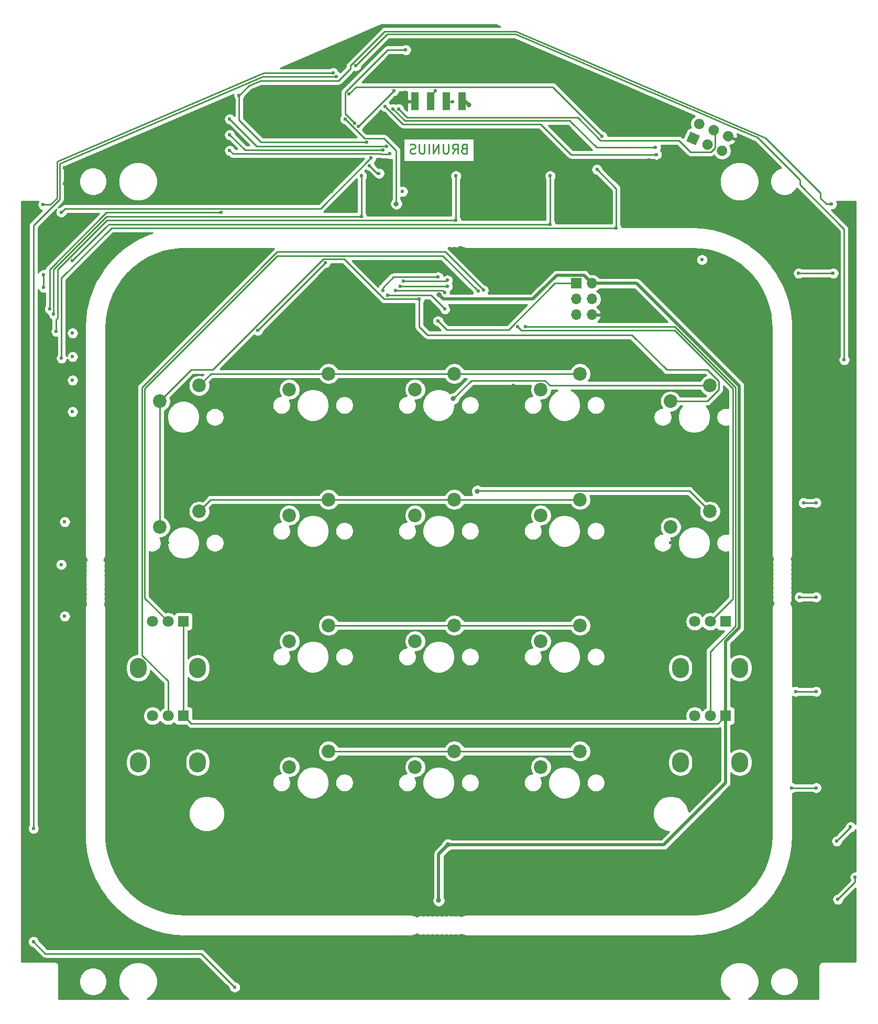
<source format=gbr>
%TF.GenerationSoftware,KiCad,Pcbnew,(5.1.9)-1*%
%TF.CreationDate,2021-07-06T15:25:53+10:00*%
%TF.ProjectId,MFD-panel,4d46442d-7061-46e6-956c-2e6b69636164,rev?*%
%TF.SameCoordinates,Original*%
%TF.FileFunction,Copper,L2,Bot*%
%TF.FilePolarity,Positive*%
%FSLAX46Y46*%
G04 Gerber Fmt 4.6, Leading zero omitted, Abs format (unit mm)*
G04 Created by KiCad (PCBNEW (5.1.9)-1) date 2021-07-06 15:25:53*
%MOMM*%
%LPD*%
G01*
G04 APERTURE LIST*
%TA.AperFunction,NonConductor*%
%ADD10C,0.250000*%
%TD*%
%TA.AperFunction,SMDPad,CuDef*%
%ADD11R,1.300000X3.000000*%
%TD*%
%TA.AperFunction,ComponentPad*%
%ADD12C,0.100000*%
%TD*%
%TA.AperFunction,ComponentPad*%
%ADD13C,2.200000*%
%TD*%
%TA.AperFunction,ComponentPad*%
%ADD14O,1.700000X1.700000*%
%TD*%
%TA.AperFunction,ComponentPad*%
%ADD15R,1.700000X1.700000*%
%TD*%
%TA.AperFunction,ComponentPad*%
%ADD16O,2.720000X3.240000*%
%TD*%
%TA.AperFunction,ComponentPad*%
%ADD17C,1.800000*%
%TD*%
%TA.AperFunction,ComponentPad*%
%ADD18R,1.800000X1.800000*%
%TD*%
%TA.AperFunction,ViaPad*%
%ADD19C,0.600000*%
%TD*%
%TA.AperFunction,ViaPad*%
%ADD20C,0.800000*%
%TD*%
%TA.AperFunction,Conductor*%
%ADD21C,0.500000*%
%TD*%
%TA.AperFunction,Conductor*%
%ADD22C,0.250000*%
%TD*%
%TA.AperFunction,Conductor*%
%ADD23C,0.254000*%
%TD*%
%TA.AperFunction,Conductor*%
%ADD24C,0.100000*%
%TD*%
G04 APERTURE END LIST*
D10*
X74671428Y-692857D02*
X74457142Y-764285D01*
X74385714Y-835714D01*
X74314285Y-978571D01*
X74314285Y-1192857D01*
X74385714Y-1335714D01*
X74457142Y-1407142D01*
X74600000Y-1478571D01*
X75171428Y-1478571D01*
X75171428Y21428D01*
X74671428Y21428D01*
X74528571Y-50000D01*
X74457142Y-121428D01*
X74385714Y-264285D01*
X74385714Y-407142D01*
X74457142Y-550000D01*
X74528571Y-621428D01*
X74671428Y-692857D01*
X75171428Y-692857D01*
X72814285Y-1478571D02*
X73314285Y-764285D01*
X73671428Y-1478571D02*
X73671428Y21428D01*
X73100000Y21428D01*
X72957142Y-50000D01*
X72885714Y-121428D01*
X72814285Y-264285D01*
X72814285Y-478571D01*
X72885714Y-621428D01*
X72957142Y-692857D01*
X73100000Y-764285D01*
X73671428Y-764285D01*
X72171428Y21428D02*
X72171428Y-1192857D01*
X72100000Y-1335714D01*
X72028571Y-1407142D01*
X71885714Y-1478571D01*
X71600000Y-1478571D01*
X71457142Y-1407142D01*
X71385714Y-1335714D01*
X71314285Y-1192857D01*
X71314285Y21428D01*
X70600000Y-1478571D02*
X70600000Y21428D01*
X69742857Y-1478571D01*
X69742857Y21428D01*
X69028571Y-1478571D02*
X69028571Y21428D01*
X68314285Y21428D02*
X68314285Y-1192857D01*
X68242857Y-1335714D01*
X68171428Y-1407142D01*
X68028571Y-1478571D01*
X67742857Y-1478571D01*
X67600000Y-1407142D01*
X67528571Y-1335714D01*
X67457142Y-1192857D01*
X67457142Y21428D01*
X66814285Y-1407142D02*
X66600000Y-1478571D01*
X66242857Y-1478571D01*
X66100000Y-1407142D01*
X66028571Y-1335714D01*
X65957142Y-1192857D01*
X65957142Y-1050000D01*
X66028571Y-907142D01*
X66100000Y-835714D01*
X66242857Y-764285D01*
X66528571Y-692857D01*
X66671428Y-621428D01*
X66742857Y-550000D01*
X66814285Y-407142D01*
X66814285Y-264285D01*
X66742857Y-121428D01*
X66671428Y-50000D01*
X66528571Y21428D01*
X66171428Y21428D01*
X65957142Y-50000D01*
D11*
%TO.P,J2,1*%
%TO.N,+5V*%
X74410000Y6946000D03*
%TO.P,J2,2*%
%TO.N,SCL*%
X71870000Y6946000D03*
%TO.P,J2,3*%
%TO.N,SDA*%
X69330000Y6946000D03*
%TO.P,J2,4*%
%TO.N,GNDREF*%
X66790000Y6946000D03*
%TD*%
%TO.P,J1,6*%
%TO.N,GNDREF*%
%TA.AperFunction,ComponentPad*%
G36*
G01*
X117058401Y510539D02*
X117058401Y510539D01*
G75*
G02*
X116608093Y1625089I332121J782429D01*
G01*
X116608093Y1625089D01*
G75*
G02*
X117722643Y2075397I782429J-332121D01*
G01*
X117722643Y2075397D01*
G75*
G02*
X118172951Y960847I-332121J-782429D01*
G01*
X118172951Y960847D01*
G75*
G02*
X117058401Y510539I-782429J332121D01*
G01*
G37*
%TD.AperFunction*%
%TO.P,J1,5*%
%TO.N,RESET*%
%TA.AperFunction,ComponentPad*%
G36*
G01*
X116065944Y-1827543D02*
X116065944Y-1827543D01*
G75*
G02*
X115615636Y-712993I332121J782429D01*
G01*
X115615636Y-712993D01*
G75*
G02*
X116730186Y-262685I782429J-332121D01*
G01*
X116730186Y-262685D01*
G75*
G02*
X117180494Y-1377235I-332121J-782429D01*
G01*
X117180494Y-1377235D01*
G75*
G02*
X116065944Y-1827543I-782429J332121D01*
G01*
G37*
%TD.AperFunction*%
%TO.P,J1,4*%
%TO.N,MOSI*%
%TA.AperFunction,ComponentPad*%
G36*
G01*
X114720318Y1502996D02*
X114720318Y1502996D01*
G75*
G02*
X114270010Y2617546I332121J782429D01*
G01*
X114270010Y2617546D01*
G75*
G02*
X115384560Y3067854I782429J-332121D01*
G01*
X115384560Y3067854D01*
G75*
G02*
X115834868Y1953304I-332121J-782429D01*
G01*
X115834868Y1953304D01*
G75*
G02*
X114720318Y1502996I-782429J332121D01*
G01*
G37*
%TD.AperFunction*%
%TO.P,J1,3*%
%TO.N,SCK*%
%TA.AperFunction,ComponentPad*%
G36*
G01*
X113727861Y-835086D02*
X113727861Y-835086D01*
G75*
G02*
X113277553Y279464I332121J782429D01*
G01*
X113277553Y279464D01*
G75*
G02*
X114392103Y729772I782429J-332121D01*
G01*
X114392103Y729772D01*
G75*
G02*
X114842411Y-384778I-332121J-782429D01*
G01*
X114842411Y-384778D01*
G75*
G02*
X113727861Y-835086I-782429J332121D01*
G01*
G37*
%TD.AperFunction*%
%TO.P,J1,2*%
%TO.N,+5V*%
%TA.AperFunction,ComponentPad*%
G36*
G01*
X112382236Y2495453D02*
X112382236Y2495453D01*
G75*
G02*
X111931928Y3610003I332121J782429D01*
G01*
X111931928Y3610003D01*
G75*
G02*
X113046478Y4060311I782429J-332121D01*
G01*
X113046478Y4060311D01*
G75*
G02*
X113496786Y2945761I-332121J-782429D01*
G01*
X113496786Y2945761D01*
G75*
G02*
X112382236Y2495453I-782429J332121D01*
G01*
G37*
%TD.AperFunction*%
%TA.AperFunction,ComponentPad*%
D12*
%TO.P,J1,1*%
%TO.N,MISO*%
G36*
X112172208Y-174751D02*
G01*
X110607349Y489492D01*
X111271592Y2054351D01*
X112836451Y1390108D01*
X112172208Y-174751D01*
G37*
%TD.AperFunction*%
%TD*%
D13*
%TO.P,SW21,2*%
%TO.N,/COL2*%
X66790000Y-39580000D03*
%TO.P,SW21,1*%
%TO.N,/ROW1*%
X73140000Y-37040000D03*
%TD*%
D14*
%TO.P,J1,6*%
%TO.N,GND*%
X95380000Y-27530000D03*
%TO.P,J1,5*%
%TO.N,RESET*%
X92840000Y-27530000D03*
%TO.P,J1,4*%
%TO.N,MOSI*%
X95380000Y-24990000D03*
%TO.P,J1,3*%
%TO.N,SCK*%
X92840000Y-24990000D03*
%TO.P,J1,2*%
%TO.N,+5V*%
X95380000Y-22450000D03*
D15*
%TO.P,J1,1*%
%TO.N,MISO*%
X92840000Y-22450000D03*
%TD*%
D13*
%TO.P,SW44,2*%
%TO.N,/COL4*%
X108080000Y-61820000D03*
%TO.P,SW44,1*%
%TO.N,/ROW4*%
X114430000Y-59280000D03*
%TD*%
%TO.P,SW43,2*%
%TO.N,/COL4*%
X108080000Y-41500000D03*
%TO.P,SW43,1*%
%TO.N,/ROW3*%
X114430000Y-38960000D03*
%TD*%
%TO.P,SW42,2*%
%TO.N,/COL4*%
X25530000Y-61820000D03*
%TO.P,SW42,1*%
%TO.N,/ROW2*%
X31880000Y-59280000D03*
%TD*%
%TO.P,SW41,2*%
%TO.N,/COL4*%
X25530000Y-41500000D03*
%TO.P,SW41,1*%
%TO.N,/ROW1*%
X31880000Y-38960000D03*
%TD*%
D16*
%TO.P,RV4,*%
%TO.N,*%
X119270000Y-84560000D03*
X109670000Y-84560000D03*
D17*
%TO.P,RV4,3*%
%TO.N,Net-(R4-Pad1)*%
X111970000Y-77060000D03*
%TO.P,RV4,2*%
%TO.N,A0*%
X114470000Y-77060000D03*
D18*
%TO.P,RV4,1*%
%TO.N,+5V*%
X116970000Y-77060000D03*
%TD*%
D16*
%TO.P,RV3,*%
%TO.N,*%
X31640000Y-84560000D03*
X22040000Y-84560000D03*
D17*
%TO.P,RV3,3*%
%TO.N,Net-(R3-Pad1)*%
X24340000Y-77060000D03*
%TO.P,RV3,2*%
%TO.N,A1*%
X26840000Y-77060000D03*
D18*
%TO.P,RV3,1*%
%TO.N,+5V*%
X29340000Y-77060000D03*
%TD*%
D16*
%TO.P,RV2,*%
%TO.N,*%
X119270000Y-99800000D03*
X109670000Y-99800000D03*
D17*
%TO.P,RV2,3*%
%TO.N,Net-(R2-Pad1)*%
X111970000Y-92300000D03*
%TO.P,RV2,2*%
%TO.N,A3*%
X114470000Y-92300000D03*
D18*
%TO.P,RV2,1*%
%TO.N,+5V*%
X116970000Y-92300000D03*
%TD*%
D16*
%TO.P,RV1,*%
%TO.N,*%
X31640000Y-99800000D03*
X22040000Y-99800000D03*
D17*
%TO.P,RV1,3*%
%TO.N,Net-(R1-Pad1)*%
X24340000Y-92300000D03*
%TO.P,RV1,2*%
%TO.N,A2*%
X26840000Y-92300000D03*
D18*
%TO.P,RV1,1*%
%TO.N,+5V*%
X29340000Y-92300000D03*
%TD*%
D13*
%TO.P,SW34,2*%
%TO.N,/COL3*%
X87110000Y-100540000D03*
%TO.P,SW34,1*%
%TO.N,/ROW4*%
X93460000Y-98000000D03*
%TD*%
%TO.P,SW33,2*%
%TO.N,/COL3*%
X87110000Y-80220000D03*
%TO.P,SW33,1*%
%TO.N,/ROW3*%
X93460000Y-77680000D03*
%TD*%
%TO.P,SW32,2*%
%TO.N,/COL3*%
X87110000Y-59900000D03*
%TO.P,SW32,1*%
%TO.N,/ROW2*%
X93460000Y-57360000D03*
%TD*%
%TO.P,SW31,2*%
%TO.N,/COL3*%
X87110000Y-39580000D03*
%TO.P,SW31,1*%
%TO.N,/ROW1*%
X93460000Y-37040000D03*
%TD*%
%TO.P,SW24,2*%
%TO.N,/COL2*%
X66790000Y-100540000D03*
%TO.P,SW24,1*%
%TO.N,/ROW4*%
X73140000Y-98000000D03*
%TD*%
%TO.P,SW23,2*%
%TO.N,/COL2*%
X66790000Y-80220000D03*
%TO.P,SW23,1*%
%TO.N,/ROW3*%
X73140000Y-77680000D03*
%TD*%
%TO.P,SW22,2*%
%TO.N,/COL2*%
X66790000Y-59900000D03*
%TO.P,SW22,1*%
%TO.N,/ROW2*%
X73140000Y-57360000D03*
%TD*%
%TO.P,SW14,2*%
%TO.N,/COL1*%
X46470000Y-100540000D03*
%TO.P,SW14,1*%
%TO.N,/ROW4*%
X52820000Y-98000000D03*
%TD*%
%TO.P,SW13,2*%
%TO.N,/COL1*%
X46470000Y-80220000D03*
%TO.P,SW13,1*%
%TO.N,/ROW3*%
X52820000Y-77680000D03*
%TD*%
%TO.P,SW12,2*%
%TO.N,/COL1*%
X46470000Y-59900000D03*
%TO.P,SW12,1*%
%TO.N,/ROW2*%
X52820000Y-57360000D03*
%TD*%
%TO.P,SW11,2*%
%TO.N,/COL1*%
X46470000Y-39580000D03*
%TO.P,SW11,1*%
%TO.N,/ROW1*%
X52820000Y-37040000D03*
%TD*%
D19*
%TO.N,GNDREF*%
X65278000Y8382000D03*
X71120000Y-137160000D03*
X36830000Y-7620000D03*
X40640000Y-7620000D03*
X44450000Y-7620000D03*
X46990000Y-5080000D03*
X49530000Y-7620000D03*
X53340000Y-7620000D03*
X57150000Y-7620000D03*
X60960000Y-7620000D03*
%TO.N,A3*%
X64770000Y-7620000D03*
%TO.N,GNDREF*%
X68580000Y-7620000D03*
X72390000Y-7620000D03*
X76200000Y-7620000D03*
X121920000Y-2540000D03*
X114300000Y-6350000D03*
X87630000Y1270000D03*
X25400000Y-8890000D03*
X29210000Y-8890000D03*
X29210000Y-5080000D03*
X33020000Y-5080000D03*
X33020000Y-8890000D03*
X15240000Y-132080000D03*
X137160000Y-12700000D03*
X137160000Y-15240000D03*
X137160000Y-22860000D03*
X137160000Y-25400000D03*
X137160000Y-30480000D03*
X45885100Y7850000D03*
X55626000Y14732000D03*
X134366000Y-22352000D03*
X134366000Y-24384000D03*
X134366000Y-26416000D03*
X134366000Y-28448000D03*
X134620000Y-19050000D03*
X132080000Y-33020000D03*
X134620000Y-35560000D03*
X134620000Y-40640000D03*
X134620000Y-45720000D03*
X132080000Y-48260000D03*
X134620000Y-50800000D03*
X134620000Y-55880000D03*
X134620000Y-60960000D03*
X132080000Y-63500000D03*
X134620000Y-66040000D03*
X134620000Y-71120000D03*
X134620000Y-76200000D03*
X132080000Y-78740000D03*
X134620000Y-81280000D03*
X134620000Y-86360000D03*
X134620000Y-91440000D03*
X132080000Y-93980000D03*
X134620000Y-96520000D03*
X134620000Y-101600000D03*
X134620000Y-106680000D03*
X132080000Y-109220000D03*
X134620000Y-114300000D03*
X134620000Y-119380000D03*
X134620000Y-124460000D03*
X134620000Y-129540000D03*
X129540000Y-129540000D03*
X129540000Y-124460000D03*
X127000000Y-127000000D03*
X127000000Y-132080000D03*
X129540000Y-134620000D03*
X124460000Y-129540000D03*
X121920000Y-132080000D03*
X116840000Y-132080000D03*
X114300000Y-134620000D03*
X111760000Y-137160000D03*
X111760000Y-132080000D03*
X109220000Y-134620000D03*
X106680000Y-132080000D03*
X106680000Y-137160000D03*
X104140000Y-134620000D03*
X99060000Y-134620000D03*
X93980000Y-134620000D03*
X101600000Y-137160000D03*
X88900000Y-134620000D03*
X78740000Y-134620000D03*
X71120000Y-129540000D03*
X58420000Y-134620000D03*
X53340000Y-134620000D03*
X48260000Y-134620000D03*
X43180000Y-134620000D03*
X38100000Y-134620000D03*
X55880000Y-129540000D03*
X50800000Y-129540000D03*
X66040000Y-129540000D03*
X76200000Y-137160000D03*
X86360000Y-137160000D03*
X91440000Y-137160000D03*
X60960000Y-137160000D03*
X55880000Y-137160000D03*
X45720000Y-137160000D03*
X40640000Y-137160000D03*
X40640000Y-129540000D03*
X35560000Y-129540000D03*
X17780000Y-134620000D03*
X20320000Y-132080000D03*
X12700000Y-129540000D03*
X10160000Y-137160000D03*
X15240000Y-127000000D03*
X15240000Y-121920000D03*
X12700000Y-124460000D03*
X12700000Y-119380000D03*
X7620000Y-124460000D03*
X7620000Y-129540000D03*
X7620000Y-119380000D03*
X7620000Y-114300000D03*
X7620000Y-109220000D03*
X7620000Y-104140000D03*
X7620000Y-99060000D03*
X10160000Y-106680000D03*
X10160000Y-91440000D03*
%TO.N,Net-(R1-Pad1)*%
X10160000Y-76200000D03*
%TO.N,Net-(R3-Pad1)*%
X10160000Y-60960000D03*
%TO.N,GNDREF*%
X11430000Y-111760000D03*
X11430000Y-104140000D03*
X11430000Y-99060000D03*
X11430000Y-88900000D03*
X11430000Y-83820000D03*
X11430000Y-78740000D03*
X11430000Y-73660000D03*
X11430000Y-93980000D03*
X11430000Y-68580000D03*
X11430000Y-63500000D03*
X11430000Y-58420000D03*
X11430000Y-53340000D03*
X11430000Y-48260000D03*
%TO.N,/COL4*%
X11430000Y-43180000D03*
X11430000Y-38100000D03*
X11430000Y-34290000D03*
%TO.N,GNDREF*%
X11430000Y-13970000D03*
X13970000Y-11430000D03*
X12700000Y-8890000D03*
X33020000Y-1270000D03*
X44450000Y2540000D03*
X40894000Y2794000D03*
X29210000Y-1270000D03*
X29210000Y2540000D03*
X25400000Y-1270000D03*
X25400000Y-5080000D03*
X10160000Y-6350000D03*
X10160000Y-3810000D03*
X12700000Y-3810000D03*
X20320000Y-1270000D03*
X22860000Y1270000D03*
X129540000Y-13970000D03*
X129540000Y-17780000D03*
X125730000Y-13970000D03*
X125730000Y-10160000D03*
X129540000Y-10160000D03*
X121920000Y-10160000D03*
X106680000Y-6350000D03*
X102870000Y-6350000D03*
X95250000Y-6350000D03*
X91440000Y-6350000D03*
X87630000Y-6350000D03*
X83820000Y-6350000D03*
X20320000Y-8890000D03*
%TO.N,/COL4*%
X11430000Y-30480000D03*
%TO.N,GNDREF*%
X106680000Y5080000D03*
X106934000Y1524000D03*
X87630000Y-2540000D03*
X83820000Y-2540000D03*
X80010000Y-2540000D03*
X91440000Y-2540000D03*
X91440000Y1270000D03*
X25400000Y-132080000D03*
X30480000Y-132080000D03*
X27940000Y-134620000D03*
X30480000Y-137160000D03*
X33020000Y-134620000D03*
X25400000Y-137160000D03*
X83820000Y-134620000D03*
X77000000Y-130000000D03*
X19685000Y-14605000D03*
X17780000Y-16510000D03*
X15875000Y-18415000D03*
X13970000Y-20320000D03*
X12065000Y-22860000D03*
X22860000Y-14605000D03*
X51562000Y14224000D03*
X83820000Y1270000D03*
X80010000Y1270000D03*
X76200000Y1270000D03*
X53594000Y5080000D03*
X54356000Y-2540000D03*
X48260000Y3048000D03*
X56134000Y10414000D03*
X62230000Y2032000D03*
X70104000Y10922000D03*
X65278000Y5842000D03*
X70612000Y15494000D03*
X59690000Y10414000D03*
X77978000Y10668000D03*
X77978000Y15494000D03*
X89154000Y10414000D03*
X89154000Y13970000D03*
X67310000Y1778000D03*
X104648000Y-2540000D03*
X63500000Y12954000D03*
X46736000Y12700000D03*
D20*
%TO.N,+5V*%
X75476189Y6338001D03*
D19*
X87115840Y-23710840D03*
D20*
X72100000Y-113100000D03*
X70600000Y-122100000D03*
X70684242Y-24325000D03*
D19*
%TO.N,RESET*%
X97028000Y1270000D03*
X56134000Y8128000D03*
%TO.N,MOSI*%
X64140054Y5699714D03*
%TO.N,SCK*%
X105800999Y-1641001D03*
X61976000Y6096000D03*
%TO.N,MISO*%
X105664000Y-508000D03*
X63236707Y5719177D03*
X70488000Y-28552000D03*
%TO.N,C1*%
X134366000Y-20828000D03*
X128778000Y-20828000D03*
X55490577Y4054184D03*
D20*
X63754000Y-9600000D03*
D19*
%TO.N,R1*%
X35434996Y-11024998D03*
X7724981Y-26565019D03*
%TO.N,R2*%
X131600000Y-57884000D03*
X129550002Y-57901998D03*
X58146000Y-5100000D03*
X58146000Y-11649998D03*
X8382000Y-27432000D03*
%TO.N,R3*%
X131600000Y-73124000D03*
X128925001Y-73124000D03*
X73386000Y-5100000D03*
X73386000Y-12274999D03*
X9600000Y-67870000D03*
X8799990Y-30226000D03*
%TO.N,R4*%
X131600000Y-88364000D03*
X128300001Y-88361999D03*
X88626000Y-12899999D03*
X88626000Y-5100000D03*
X11406442Y-18772442D03*
X60960000Y-4689000D03*
X59436000Y-3439000D03*
%TO.N,R5*%
X131600000Y-103914000D03*
X127675000Y-103914000D03*
X99314000Y-13525000D03*
X9652000Y-34544000D03*
X96184000Y-4064000D03*
%TO.N,R6*%
X137160000Y-110236000D03*
X134949998Y-112522000D03*
X6723442Y-23116442D03*
X6723442Y-21082000D03*
X9600000Y-10974000D03*
X59690000Y-2169000D03*
%TO.N,R7*%
X135128000Y-121920000D03*
X137922000Y-118364000D03*
X38354000Y7874000D03*
X134112000Y-9652000D03*
X58985687Y311687D03*
%TO.N,C2*%
X136144000Y-34798000D03*
X57207746Y12673273D03*
%TO.N,C3*%
X5100000Y-110490000D03*
X37636000Y-136100000D03*
X5100000Y-128758000D03*
X54102000Y10922000D03*
%TO.N,C4*%
X6672000Y-9720000D03*
X53536313Y11547000D03*
%TO.N,SCL*%
X72898000Y6858000D03*
X72012000Y-21948000D03*
X64900000Y-22070007D03*
%TO.N,SDA*%
X70104000Y8636000D03*
X64392000Y-22964000D03*
X72012000Y-22964000D03*
%TO.N,/2line*%
X36830000Y1524000D03*
X61603371Y-939215D03*
%TO.N,/1line*%
X36830000Y-1016000D03*
X62738000Y-1524000D03*
%TO.N,Net-(Atmega328P-AU1-Pad8)*%
X57587330Y2875397D03*
X63347933Y8636000D03*
%TO.N,Net-(Atmega328P-AU1-Pad7)*%
X57004859Y3423786D03*
X65278000Y15240000D03*
%TO.N,/4line*%
X36830000Y4064000D03*
X62169058Y-314942D03*
%TO.N,GND*%
X82680000Y-120240000D03*
X87760000Y-115160000D03*
X92840000Y-120240000D03*
X97920000Y-115160000D03*
X62360000Y-120240000D03*
X42040000Y-120240000D03*
X47120000Y-115160000D03*
X52200000Y-120240000D03*
X57280000Y-115160000D03*
X21720000Y-120240000D03*
X26800000Y-115160000D03*
X31880000Y-120240000D03*
X36960000Y-115160000D03*
X82680000Y-110080000D03*
X87760000Y-105000000D03*
X92840000Y-110080000D03*
X97920000Y-105000000D03*
X62360000Y-110080000D03*
X67440000Y-105000000D03*
X72520000Y-110080000D03*
X77600000Y-105000000D03*
X42040000Y-110080000D03*
X47120000Y-105000000D03*
X52200000Y-110080000D03*
X57280000Y-105000000D03*
X123320000Y-38960000D03*
X123320000Y-49120000D03*
X123320000Y-59280000D03*
X123320000Y-69440000D03*
X123320000Y-79600000D03*
X123320000Y-89760000D03*
X123320000Y-99920000D03*
X123320000Y-110080000D03*
X118240000Y-105000000D03*
X118240000Y-115160000D03*
X113160000Y-110080000D03*
X113160000Y-120240000D03*
X108080000Y-115160000D03*
X103000000Y-120240000D03*
X78870000Y-22450000D03*
X58550000Y-24355000D03*
X80140000Y-27530000D03*
X105540000Y-28165000D03*
X54105000Y-19910000D03*
X61090000Y-26260000D03*
X108080000Y-23720000D03*
%TO.N,RESET*%
X113160000Y-18640000D03*
%TO.N,GND*%
X118240000Y-23720000D03*
X113160000Y-28800000D03*
X118240000Y-33880000D03*
X123320000Y-28800000D03*
X103000000Y-18640000D03*
X21720000Y-110080000D03*
X42040000Y-99920000D03*
X36960000Y-105000000D03*
X62360000Y-99920000D03*
X52200000Y-99920000D03*
X72520000Y-99920000D03*
X82680000Y-99920000D03*
X92840000Y-99920000D03*
X103000000Y-99920000D03*
X103000000Y-110080000D03*
X108080000Y-105000000D03*
X113160000Y-99920000D03*
X97920000Y-94840000D03*
X77600000Y-94840000D03*
X118240000Y-94840000D03*
X26800000Y-105000000D03*
X57280000Y-94840000D03*
X52200000Y-89760000D03*
X57280000Y-84680000D03*
X62360000Y-89760000D03*
X72520000Y-89760000D03*
X82680000Y-89760000D03*
X92840000Y-89760000D03*
X103000000Y-89760000D03*
X113160000Y-89760000D03*
X97920000Y-84680000D03*
X103000000Y-79600000D03*
X97920000Y-74520000D03*
X103000000Y-69440000D03*
X108080000Y-74520000D03*
X113160000Y-69440000D03*
X108080000Y-64360000D03*
X97920000Y-64360000D03*
X92840000Y-69440000D03*
X82680000Y-79600000D03*
X82680000Y-69440000D03*
X103000000Y-59280000D03*
X82680000Y-59280000D03*
X97920000Y-54200000D03*
X103000000Y-49120000D03*
X113160000Y-49120000D03*
X92840000Y-49120000D03*
X97920000Y-44040000D03*
X82680000Y-49120000D03*
X82680000Y-38960000D03*
X42040000Y-89760000D03*
X36960000Y-84680000D03*
X42040000Y-79600000D03*
X36960000Y-74520000D03*
X42040000Y-69440000D03*
X36960000Y-64360000D03*
X42040000Y-59280000D03*
X36960000Y-54200000D03*
X42040000Y-49120000D03*
X36960000Y-44040000D03*
X52200000Y-69440000D03*
X62360000Y-69440000D03*
X57280000Y-64360000D03*
X57280000Y-74520000D03*
X31880000Y-69440000D03*
X31880000Y-49120000D03*
X52200000Y-49120000D03*
X57280000Y-54200000D03*
X57280000Y-44040000D03*
X62360000Y-49120000D03*
X62360000Y-59280000D03*
X52200000Y-38960000D03*
X57280000Y-33880000D03*
X47120000Y-33880000D03*
X26800000Y-54200000D03*
X21720000Y-49120000D03*
X21720000Y-38960000D03*
X26800000Y-33880000D03*
X21720000Y-28800000D03*
X26800000Y-23720000D03*
X31880000Y-18640000D03*
X31880000Y-28800000D03*
X36960000Y-23720000D03*
X21720000Y-59280000D03*
X21720000Y-69440000D03*
X21720000Y-79600000D03*
X21720000Y-89760000D03*
X100460000Y-32610000D03*
X96650000Y-36420000D03*
X104270000Y-36420000D03*
X36960000Y-94840000D03*
X26800000Y-74520000D03*
X26800000Y-64360000D03*
X62360000Y-38960000D03*
X73155000Y-23720000D03*
X75568000Y-28552000D03*
X65529000Y-19916000D03*
X72520000Y-26260000D03*
X92840000Y-32610000D03*
X85220000Y-32610000D03*
%TO.N,/ROW1*%
X61559997Y-23589000D03*
X70488000Y-21440000D03*
%TO.N,/ROW2*%
X52253394Y-19154747D03*
X41371571Y-30036571D03*
D20*
%TO.N,/ROW3*%
X72980017Y-41073327D03*
%TO.N,/ROW4*%
X76855001Y-55995001D03*
D19*
%TO.N,/COL2*%
X71546526Y-23920178D03*
X63600000Y-23600000D03*
%TO.N,A2*%
X77822234Y-23556118D03*
%TO.N,A3*%
X84585000Y-29435000D03*
%TO.N,A1*%
X76965000Y-23720000D03*
%TO.N,A0*%
X83315000Y-29435000D03*
%TO.N,/COL4*%
X67440000Y-24990000D03*
%TO.N,Net-(C1-Pad1)*%
X62350000Y-24350000D03*
X71613000Y-26587000D03*
%TD*%
D21*
%TO.N,+5V*%
X74868190Y6946000D02*
X75476189Y6338001D01*
X74410000Y6946000D02*
X74868190Y6946000D01*
X94079999Y-21149999D02*
X95380000Y-22450000D01*
X89676681Y-21149999D02*
X90330001Y-21149999D01*
X90330001Y-21149999D02*
X89695001Y-21149999D01*
X94079999Y-21149999D02*
X90330001Y-21149999D01*
X87115840Y-23710840D02*
X89676681Y-21149999D01*
D22*
X29340000Y-92300000D02*
X29340000Y-77060000D01*
X115744999Y-93525001D02*
X116970000Y-92300000D01*
X30565001Y-93525001D02*
X115744999Y-93525001D01*
X29340000Y-92300000D02*
X30565001Y-93525001D01*
D21*
X116970000Y-103085398D02*
X116970000Y-92300000D01*
X106955398Y-113100000D02*
X116970000Y-103085398D01*
X72100000Y-113100000D02*
X106955398Y-113100000D01*
X71340082Y-24980840D02*
X70684242Y-24325000D01*
X85845840Y-24980840D02*
X71340082Y-24980840D01*
X87115840Y-23710840D02*
X85845840Y-24980840D01*
X102587865Y-22450000D02*
X95380000Y-22450000D01*
X119170020Y-39032155D02*
X102587865Y-22450000D01*
X119170020Y-78058168D02*
X119170020Y-39032155D01*
X116970000Y-80258188D02*
X119170020Y-78058168D01*
X116970000Y-92300000D02*
X116970000Y-80258188D01*
X70600000Y-114600000D02*
X72100000Y-113100000D01*
X70600000Y-122100000D02*
X70600000Y-114600000D01*
D22*
%TO.N,RESET*%
X89036999Y9261001D02*
X97028000Y1270000D01*
X56134000Y8128000D02*
X57267001Y9261001D01*
X89036999Y9261001D02*
X57267001Y9261001D01*
%TO.N,MOSI*%
X115234983Y2102881D02*
X115052439Y2285425D01*
X115234983Y-616658D02*
X115234983Y2102881D01*
X114623983Y-1227658D02*
X115234983Y-616658D01*
X111275262Y-1227658D02*
X114623983Y-1227658D01*
X96727999Y644999D02*
X109402605Y644999D01*
X109402605Y644999D02*
X111275262Y-1227658D01*
X64140054Y5699714D02*
X65521768Y4318000D01*
X93054998Y4318000D02*
X93136499Y4236499D01*
X65521768Y4318000D02*
X93054998Y4318000D01*
X93136499Y4236499D02*
X96727999Y644999D01*
%TO.N,SCK*%
X113612878Y-499761D02*
X114059982Y-52657D01*
X91987911Y-1641001D02*
X105800999Y-1641001D01*
X87083455Y3263455D02*
X91987911Y-1641001D01*
X64808545Y3263455D02*
X87083455Y3263455D01*
X61976000Y6096000D02*
X64808545Y3263455D01*
%TO.N,MISO*%
X96102998Y-508000D02*
X105664000Y-508000D01*
X63236707Y5719177D02*
X65145884Y3810000D01*
X91784998Y3810000D02*
X91993499Y3601499D01*
X65145884Y3810000D02*
X91784998Y3810000D01*
X91993499Y3601499D02*
X96102998Y-508000D01*
X71885000Y-29949000D02*
X70488000Y-28552000D01*
X81875998Y-29949000D02*
X71885000Y-29949000D01*
X89374998Y-22450000D02*
X81875998Y-29949000D01*
X92840000Y-22450000D02*
X89374998Y-22450000D01*
%TO.N,C1*%
X130810000Y-20828000D02*
X134366000Y-20828000D01*
X130810000Y-20828000D02*
X128778000Y-20828000D01*
X58608073Y936688D02*
X59285688Y936688D01*
X55490577Y4054184D02*
X58608073Y936688D01*
X59285688Y936688D02*
X61801312Y936688D01*
X63754000Y-1016000D02*
X63754000Y-9548000D01*
X61801312Y936688D02*
X63754000Y-1016000D01*
%TO.N,R1*%
X23140699Y-11024998D02*
X35434996Y-11024998D01*
X7724981Y-26565019D02*
X7724981Y-20215019D01*
X16915002Y-11024998D02*
X23140699Y-11024998D01*
X7724981Y-20215019D02*
X16915002Y-11024998D01*
%TO.N,R2*%
X129568000Y-57884000D02*
X129550002Y-57901998D01*
X131600000Y-57884000D02*
X129568000Y-57884000D01*
X58146000Y-5100000D02*
X58146000Y-11635996D01*
X8382000Y-27432000D02*
X8382000Y-20194410D01*
X16926412Y-11649998D02*
X23333998Y-11649998D01*
X8382000Y-20194410D02*
X16926412Y-11649998D01*
X23333998Y-11649998D02*
X58146000Y-11649998D01*
%TO.N,R3*%
X131600000Y-73124000D02*
X129004000Y-73124000D01*
X129004000Y-73124000D02*
X128925001Y-73045001D01*
X73386000Y-5100000D02*
X73386000Y-12083998D01*
X8799990Y-30226000D02*
X8799990Y-28284010D01*
X9007001Y-28076999D02*
X9007001Y-20205819D01*
X8799990Y-28284010D02*
X9007001Y-28076999D01*
X16937821Y-12274999D02*
X24720999Y-12274999D01*
X9007001Y-20205819D02*
X16937821Y-12274999D01*
X24720999Y-12274999D02*
X73386000Y-12274999D01*
%TO.N,R4*%
X128302002Y-88364000D02*
X128300001Y-88361999D01*
X131600000Y-88364000D02*
X128302002Y-88364000D01*
X88626000Y-5100000D02*
X88626000Y-12865998D01*
X23174928Y-12899999D02*
X88626000Y-12899999D01*
X11406442Y-18772442D02*
X16702615Y-13476269D01*
X17278885Y-12899999D02*
X16702615Y-13476269D01*
X23174928Y-12899999D02*
X17278885Y-12899999D01*
X60686000Y-4689000D02*
X59436000Y-3439000D01*
X60960000Y-4689000D02*
X60686000Y-4689000D01*
%TO.N,R5*%
X131600000Y-103914000D02*
X127814000Y-103914000D01*
X127814000Y-103914000D02*
X127675000Y-104053000D01*
X99314000Y-7194000D02*
X96184000Y-4064000D01*
X99314000Y-13525000D02*
X99314000Y-7194000D01*
X24067000Y-13525000D02*
X99314000Y-13525000D01*
X17717000Y-13525000D02*
X24067000Y-13525000D01*
X9652000Y-21590000D02*
X17717000Y-13525000D01*
X9652000Y-34544000D02*
X9652000Y-21590000D01*
%TO.N,R6*%
X137160000Y-110311998D02*
X137160000Y-110236000D01*
X134949998Y-112522000D02*
X137160000Y-110311998D01*
X6723442Y-23116442D02*
X6723442Y-21216558D01*
X51485005Y-10399997D02*
X59690000Y-2195002D01*
X10174003Y-10399997D02*
X51485005Y-10399997D01*
X9600000Y-10974000D02*
X10174003Y-10399997D01*
%TO.N,R7*%
X137922000Y-119126000D02*
X135128000Y-121920000D01*
X137922000Y-118364000D02*
X137922000Y-119126000D01*
X58926373Y371001D02*
X58985687Y311687D01*
X41883997Y371001D02*
X58926373Y371001D01*
X38354000Y3900998D02*
X41883997Y371001D01*
X38354000Y7874000D02*
X38354000Y3900998D01*
X40008343Y9528343D02*
X38354000Y7874000D01*
X41806051Y10296999D02*
X40008343Y9528343D01*
X56350588Y12700000D02*
X56350588Y12245586D01*
X61880598Y18230010D02*
X56350588Y12700000D01*
X54402001Y10296999D02*
X41806051Y10296999D01*
X123442497Y1017503D02*
X83126980Y18230010D01*
X132299990Y-7839990D02*
X123442497Y1017503D01*
X83126980Y18230010D02*
X61880598Y18230010D01*
X132299990Y-8665689D02*
X132299990Y-7839990D01*
X133286301Y-9652000D02*
X132299990Y-8665689D01*
X56350588Y12245586D02*
X54402001Y10296999D01*
X134112000Y-9652000D02*
X133286301Y-9652000D01*
%TO.N,C2*%
X83034936Y17780000D02*
X89202618Y15146738D01*
X80264000Y17780000D02*
X83034936Y17780000D01*
X89202618Y15146738D02*
X101795967Y9770072D01*
X101795967Y9770072D02*
X104740930Y8512736D01*
X104740930Y8512736D02*
X105428856Y8219028D01*
X105428856Y8219028D02*
X113421312Y4806690D01*
X113421312Y4806690D02*
X117285964Y3156696D01*
X136144000Y-13716000D02*
X136144000Y-34798000D01*
X128968153Y-6540153D02*
X136144000Y-13716000D01*
X128968153Y-5742589D02*
X128968153Y-6540153D01*
X122142222Y1083342D02*
X128968153Y-5742589D01*
X117285965Y3156696D02*
X122142222Y1083342D01*
X57207746Y12673273D02*
X62314473Y17780000D01*
X62314473Y17780000D02*
X63246000Y17780000D01*
X63246000Y17780000D02*
X80264000Y17780000D01*
%TO.N,C3*%
X32210479Y-130674479D02*
X37636000Y-136100000D01*
X7016479Y-130674479D02*
X32210479Y-130674479D01*
X5100000Y-128758000D02*
X7016479Y-130674479D01*
X5100000Y-13102109D02*
X5100000Y-110490000D01*
X9350019Y-8852090D02*
X5100000Y-13102109D01*
X9350020Y-3091000D02*
X9350019Y-8852090D01*
X41795916Y10782084D02*
X9350020Y-3091000D01*
X41811954Y10798122D02*
X41795916Y10782084D01*
X42102106Y10922000D02*
X41811954Y10798122D01*
X54102000Y10922000D02*
X42102106Y10922000D01*
%TO.N,C4*%
X8900010Y-8665689D02*
X7845699Y-9720000D01*
X8900010Y-2794000D02*
X8900010Y-8665689D01*
X8952084Y-2741926D02*
X8900010Y-2794000D01*
X42158581Y11435419D02*
X8952084Y-2741926D01*
X42419926Y11547000D02*
X42158581Y11435419D01*
X7845699Y-9720000D02*
X6672000Y-9720000D01*
X53536313Y11547000D02*
X42419926Y11547000D01*
%TO.N,SCL*%
X71958000Y6858000D02*
X71870000Y6946000D01*
X72898000Y6858000D02*
X71958000Y6858000D01*
X64900000Y-22070007D02*
X71889993Y-22070007D01*
X71889993Y-22070007D02*
X72012000Y-21948000D01*
%TO.N,SDA*%
X69330000Y7862000D02*
X70104000Y8636000D01*
X69330000Y6946000D02*
X69330000Y7862000D01*
X64392000Y-22964000D02*
X72012000Y-22964000D01*
%TO.N,/2line*%
X39293215Y-939215D02*
X61603371Y-939215D01*
X36830000Y1524000D02*
X39293215Y-939215D01*
%TO.N,/1line*%
X61283154Y-1544000D02*
X61303370Y-1564216D01*
X62697784Y-1564216D02*
X62738000Y-1524000D01*
X37358000Y-1544000D02*
X61283154Y-1544000D01*
X61303370Y-1564216D02*
X62697784Y-1564216D01*
X36830000Y-1016000D02*
X37358000Y-1544000D01*
%TO.N,Net-(Atmega328P-AU1-Pad8)*%
X57587330Y2875397D02*
X63347933Y8636000D01*
%TO.N,Net-(Atmega328P-AU1-Pad7)*%
X55508999Y4919646D02*
X57004859Y3423786D01*
X55508999Y8428001D02*
X55508999Y4919646D01*
X62320998Y15240000D02*
X55508999Y8428001D01*
X65278000Y15240000D02*
X62320998Y15240000D01*
%TO.N,/4line*%
X41208215Y-314215D02*
X59483934Y-314215D01*
X36830000Y4064000D02*
X41208215Y-314215D01*
X62168331Y-314215D02*
X62169058Y-314942D01*
X59483934Y-314215D02*
X62168331Y-314215D01*
%TO.N,/ROW1*%
X33800000Y-37040000D02*
X31880000Y-38960000D01*
X52820000Y-37040000D02*
X33800000Y-37040000D01*
X93460000Y-37040000D02*
X52820000Y-37040000D01*
X61559997Y-23589000D02*
X61559997Y-23164736D01*
X61559997Y-23164736D02*
X63284733Y-21440000D01*
X63284733Y-21440000D02*
X70488000Y-21440000D01*
%TO.N,/ROW2*%
X52820000Y-57360000D02*
X93460000Y-57360000D01*
X52820000Y-57360000D02*
X33770000Y-57360000D01*
X41371571Y-30036571D02*
X52253394Y-19154747D01*
X33770000Y-57390000D02*
X33770000Y-57360000D01*
X31880000Y-59280000D02*
X33770000Y-57390000D01*
%TO.N,/ROW3*%
X93460000Y-77680000D02*
X52820000Y-77680000D01*
X87794001Y-38154999D02*
X75898345Y-38154999D01*
X88599002Y-38960000D02*
X87794001Y-38154999D01*
X114430000Y-38960000D02*
X88599002Y-38960000D01*
X75898345Y-38154999D02*
X72980017Y-41073327D01*
%TO.N,/ROW4*%
X52820000Y-98000000D02*
X93460000Y-98000000D01*
X76915003Y-55934999D02*
X76855001Y-55995001D01*
X114430000Y-59280000D02*
X111084999Y-55934999D01*
X111084999Y-55934999D02*
X76915003Y-55934999D01*
%TO.N,/COL2*%
X71204348Y-23600000D02*
X71215348Y-23589000D01*
X71215348Y-23589000D02*
X71546526Y-23920178D01*
X63600000Y-23600000D02*
X71204348Y-23600000D01*
%TO.N,A2*%
X26840000Y-86717037D02*
X22634990Y-82512027D01*
X71636116Y-17370000D02*
X77822234Y-23556118D01*
X22634990Y-82512027D02*
X22634990Y-39241776D01*
X26840000Y-92300000D02*
X26840000Y-86717037D01*
X44506766Y-17370000D02*
X71636116Y-17370000D01*
X22634990Y-39241776D02*
X44506766Y-17370000D01*
%TO.N,A3*%
X84607339Y-29412661D02*
X108737339Y-29412661D01*
X84585000Y-29435000D02*
X84607339Y-29412661D01*
X118595010Y-39270331D02*
X118595010Y-77819992D01*
X118595010Y-77819992D02*
X114470000Y-81945002D01*
X114470000Y-81945002D02*
X114470000Y-92300000D01*
X108737339Y-29412661D02*
X118595010Y-39270331D01*
%TO.N,A1*%
X23084999Y-73304999D02*
X26840000Y-77060000D01*
X23084999Y-39428177D02*
X23084999Y-73304999D01*
X71250000Y-18005000D02*
X44508176Y-18005000D01*
X44508176Y-18005000D02*
X23084999Y-39428177D01*
X76965000Y-23720000D02*
X71250000Y-18005000D01*
%TO.N,A0*%
X118145001Y-73384999D02*
X114470000Y-77060000D01*
X83315000Y-29435000D02*
X83950000Y-30070000D01*
X118145001Y-39456732D02*
X118145001Y-73384999D01*
X83950000Y-30070000D02*
X108758269Y-30070000D01*
X108758269Y-30070000D02*
X118145001Y-39456732D01*
%TO.N,/COL4*%
X25530000Y-41500000D02*
X25530000Y-58010000D01*
X61755002Y-24990000D02*
X67440000Y-24990000D01*
X55294748Y-18529746D02*
X61755002Y-24990000D01*
X25530000Y-41500000D02*
X30610000Y-36420000D01*
X34063139Y-36420000D02*
X51953393Y-18529746D01*
X30610000Y-36420000D02*
X34063139Y-36420000D01*
X51953393Y-18529746D02*
X55294748Y-18529746D01*
X113999002Y-41500000D02*
X108080000Y-41500000D01*
X115855001Y-39644001D02*
X113999002Y-41500000D01*
X107445000Y-36420000D02*
X113999002Y-36420000D01*
X101814501Y-30789501D02*
X107445000Y-36420000D01*
X115855001Y-38275999D02*
X115855001Y-39644001D01*
X113999002Y-36420000D02*
X115855001Y-38275999D01*
X68789501Y-30789501D02*
X101814501Y-30789501D01*
X67440000Y-29440000D02*
X68789501Y-30789501D01*
X67440000Y-24990000D02*
X67440000Y-29440000D01*
X25530000Y-58010000D02*
X25530000Y-61820000D01*
%TO.N,Net-(C1-Pad1)*%
X69376000Y-24350000D02*
X62350000Y-24350000D01*
X71613000Y-26587000D02*
X69376000Y-24350000D01*
%TD*%
D23*
%TO.N,GNDREF*%
X61379972Y5369738D02*
X61533111Y5267414D01*
X61703271Y5196932D01*
X61824352Y5172847D01*
X64244745Y2752453D01*
X64268544Y2723454D01*
X64297542Y2699656D01*
X64384269Y2628481D01*
X64516298Y2557909D01*
X64659559Y2514452D01*
X64808545Y2499778D01*
X64845878Y2503455D01*
X86768654Y2503455D01*
X91424112Y-2152004D01*
X91447910Y-2181002D01*
X91563635Y-2275975D01*
X91695664Y-2346547D01*
X91838925Y-2390004D01*
X91950578Y-2401001D01*
X91950587Y-2401001D01*
X91987910Y-2404677D01*
X92025233Y-2401001D01*
X105255464Y-2401001D01*
X105358110Y-2469587D01*
X105528270Y-2540069D01*
X105708910Y-2576001D01*
X105893088Y-2576001D01*
X106073728Y-2540069D01*
X106243888Y-2469587D01*
X106397027Y-2367263D01*
X106527261Y-2237029D01*
X106629585Y-2083890D01*
X106700067Y-1913730D01*
X106735999Y-1733090D01*
X106735999Y-1548912D01*
X106700067Y-1368272D01*
X106629585Y-1198112D01*
X106527261Y-1044973D01*
X106468790Y-986502D01*
X106492586Y-950889D01*
X106563068Y-780729D01*
X106599000Y-600089D01*
X106599000Y-415911D01*
X106563068Y-235271D01*
X106513251Y-115001D01*
X109087804Y-115001D01*
X110711463Y-1738661D01*
X110735261Y-1767659D01*
X110764259Y-1791457D01*
X110850985Y-1862632D01*
X110933617Y-1906800D01*
X110983015Y-1933204D01*
X111126276Y-1976661D01*
X111237929Y-1987658D01*
X111237939Y-1987658D01*
X111275262Y-1991334D01*
X111312585Y-1987658D01*
X114586661Y-1987658D01*
X114623983Y-1991334D01*
X114661305Y-1987658D01*
X114661316Y-1987658D01*
X114772969Y-1976661D01*
X114916230Y-1933204D01*
X115048259Y-1862632D01*
X115119341Y-1804297D01*
X115244590Y-1991746D01*
X115451433Y-2198589D01*
X115694654Y-2361104D01*
X115964907Y-2473046D01*
X116251805Y-2530114D01*
X116544325Y-2530114D01*
X116831223Y-2473046D01*
X117101476Y-2361104D01*
X117344697Y-2198589D01*
X117551540Y-1991746D01*
X117714055Y-1748525D01*
X117825997Y-1478272D01*
X117883065Y-1191374D01*
X117883065Y-898854D01*
X117825997Y-611956D01*
X117714055Y-341703D01*
X117603527Y-176286D01*
X117882413Y-108203D01*
X118146316Y14683D01*
X118381175Y186693D01*
X118577964Y401217D01*
X118556715Y659981D01*
X117457803Y1126441D01*
X117449988Y1108031D01*
X117216180Y1207276D01*
X117223995Y1225687D01*
X117205585Y1233502D01*
X117304830Y1467310D01*
X117323241Y1459495D01*
X117331056Y1477905D01*
X117564864Y1378660D01*
X117557049Y1360249D01*
X118655961Y893789D01*
X118856861Y1058256D01*
X118874475Y1348835D01*
X118835062Y1637266D01*
X118822246Y1674420D01*
X121708700Y442063D01*
X125941930Y-3791168D01*
X125806151Y-3818176D01*
X125393215Y-3989220D01*
X125021583Y-4237536D01*
X124705536Y-4553583D01*
X124457220Y-4925215D01*
X124286176Y-5338151D01*
X124198979Y-5776521D01*
X124198979Y-6223479D01*
X124286176Y-6661849D01*
X124457220Y-7074785D01*
X124705536Y-7446417D01*
X125021583Y-7762464D01*
X125393215Y-8010780D01*
X125806151Y-8181824D01*
X126244521Y-8269021D01*
X126691479Y-8269021D01*
X127129849Y-8181824D01*
X127542785Y-8010780D01*
X127914417Y-7762464D01*
X128230464Y-7446417D01*
X128458434Y-7105235D01*
X135384000Y-14030802D01*
X135384001Y-34252463D01*
X135315414Y-34355111D01*
X135244932Y-34525271D01*
X135209000Y-34705911D01*
X135209000Y-34890089D01*
X135244932Y-35070729D01*
X135315414Y-35240889D01*
X135417738Y-35394028D01*
X135547972Y-35524262D01*
X135701111Y-35626586D01*
X135871271Y-35697068D01*
X136051911Y-35733000D01*
X136236089Y-35733000D01*
X136416729Y-35697068D01*
X136586889Y-35626586D01*
X136740028Y-35524262D01*
X136870262Y-35394028D01*
X136972586Y-35240889D01*
X137043068Y-35070729D01*
X137079000Y-34890089D01*
X137079000Y-34705911D01*
X137043068Y-34525271D01*
X136972586Y-34355111D01*
X136904000Y-34252465D01*
X136904000Y-13753322D01*
X136907676Y-13715999D01*
X136904000Y-13678676D01*
X136904000Y-13678667D01*
X136893003Y-13567014D01*
X136849546Y-13423753D01*
X136837620Y-13401442D01*
X136778974Y-13291723D01*
X136707799Y-13204997D01*
X136684001Y-13175999D01*
X136655004Y-13152202D01*
X134089802Y-10587000D01*
X134204089Y-10587000D01*
X134384729Y-10551068D01*
X134554889Y-10480586D01*
X134708028Y-10378262D01*
X134838262Y-10248028D01*
X134940586Y-10094889D01*
X135011068Y-9924729D01*
X135047000Y-9744089D01*
X135047000Y-9559911D01*
X135011068Y-9379271D01*
X134940954Y-9210000D01*
X137990000Y-9210000D01*
X137990001Y-109796527D01*
X137988586Y-109793111D01*
X137886262Y-109639972D01*
X137756028Y-109509738D01*
X137602889Y-109407414D01*
X137432729Y-109336932D01*
X137252089Y-109301000D01*
X137067911Y-109301000D01*
X136887271Y-109336932D01*
X136717111Y-109407414D01*
X136563972Y-109509738D01*
X136433738Y-109639972D01*
X136331414Y-109793111D01*
X136260932Y-109963271D01*
X136225000Y-110143911D01*
X136225000Y-110172196D01*
X134798350Y-111598847D01*
X134677269Y-111622932D01*
X134507109Y-111693414D01*
X134353970Y-111795738D01*
X134223736Y-111925972D01*
X134121412Y-112079111D01*
X134050930Y-112249271D01*
X134014998Y-112429911D01*
X134014998Y-112614089D01*
X134050930Y-112794729D01*
X134121412Y-112964889D01*
X134223736Y-113118028D01*
X134353970Y-113248262D01*
X134507109Y-113350586D01*
X134677269Y-113421068D01*
X134857909Y-113457000D01*
X135042087Y-113457000D01*
X135222727Y-113421068D01*
X135392887Y-113350586D01*
X135546026Y-113248262D01*
X135676260Y-113118028D01*
X135778584Y-112964889D01*
X135849066Y-112794729D01*
X135873151Y-112673648D01*
X137406518Y-111140282D01*
X137432729Y-111135068D01*
X137602889Y-111064586D01*
X137756028Y-110962262D01*
X137886262Y-110832028D01*
X137988586Y-110678889D01*
X137990001Y-110675473D01*
X137990001Y-117429000D01*
X137829911Y-117429000D01*
X137649271Y-117464932D01*
X137479111Y-117535414D01*
X137325972Y-117637738D01*
X137195738Y-117767972D01*
X137093414Y-117921111D01*
X137022932Y-118091271D01*
X136987000Y-118271911D01*
X136987000Y-118456089D01*
X137022932Y-118636729D01*
X137093414Y-118806889D01*
X137122612Y-118850586D01*
X134976352Y-120996847D01*
X134855271Y-121020932D01*
X134685111Y-121091414D01*
X134531972Y-121193738D01*
X134401738Y-121323972D01*
X134299414Y-121477111D01*
X134228932Y-121647271D01*
X134193000Y-121827911D01*
X134193000Y-122012089D01*
X134228932Y-122192729D01*
X134299414Y-122362889D01*
X134401738Y-122516028D01*
X134531972Y-122646262D01*
X134685111Y-122748586D01*
X134855271Y-122819068D01*
X135035911Y-122855000D01*
X135220089Y-122855000D01*
X135400729Y-122819068D01*
X135570889Y-122748586D01*
X135724028Y-122646262D01*
X135854262Y-122516028D01*
X135956586Y-122362889D01*
X136027068Y-122192729D01*
X136051153Y-122071648D01*
X137990001Y-120132801D01*
X137990001Y-131990000D01*
X132734877Y-131990000D01*
X132700000Y-131986565D01*
X132665123Y-131990000D01*
X132560816Y-132000273D01*
X132426980Y-132040872D01*
X132303637Y-132106800D01*
X132195525Y-132195525D01*
X132106800Y-132303637D01*
X132040872Y-132426980D01*
X132000273Y-132560816D01*
X131986565Y-132700000D01*
X131990001Y-132734887D01*
X131990000Y-137990000D01*
X120720758Y-137990000D01*
X121217371Y-137658173D01*
X121658173Y-137217371D01*
X122004510Y-136699042D01*
X122243070Y-136123105D01*
X122364687Y-135511695D01*
X122364687Y-134976521D01*
X124198979Y-134976521D01*
X124198979Y-135423479D01*
X124286176Y-135861849D01*
X124457220Y-136274785D01*
X124705536Y-136646417D01*
X125021583Y-136962464D01*
X125393215Y-137210780D01*
X125806151Y-137381824D01*
X126244521Y-137469021D01*
X126691479Y-137469021D01*
X127129849Y-137381824D01*
X127542785Y-137210780D01*
X127914417Y-136962464D01*
X128230464Y-136646417D01*
X128478780Y-136274785D01*
X128649824Y-135861849D01*
X128737021Y-135423479D01*
X128737021Y-134976521D01*
X128649824Y-134538151D01*
X128478780Y-134125215D01*
X128230464Y-133753583D01*
X127914417Y-133437536D01*
X127542785Y-133189220D01*
X127129849Y-133018176D01*
X126691479Y-132930979D01*
X126244521Y-132930979D01*
X125806151Y-133018176D01*
X125393215Y-133189220D01*
X125021583Y-133437536D01*
X124705536Y-133753583D01*
X124457220Y-134125215D01*
X124286176Y-134538151D01*
X124198979Y-134976521D01*
X122364687Y-134976521D01*
X122364687Y-134888305D01*
X122243070Y-134276895D01*
X122004510Y-133700958D01*
X121658173Y-133182629D01*
X121217371Y-132741827D01*
X120699042Y-132395490D01*
X120123105Y-132156930D01*
X119511695Y-132035313D01*
X118888305Y-132035313D01*
X118276895Y-132156930D01*
X117700958Y-132395490D01*
X117182629Y-132741827D01*
X116741827Y-133182629D01*
X116395490Y-133700958D01*
X116156930Y-134276895D01*
X116035313Y-134888305D01*
X116035313Y-135511695D01*
X116156930Y-136123105D01*
X116395490Y-136699042D01*
X116741827Y-137217371D01*
X117182629Y-137658173D01*
X117679242Y-137990000D01*
X23520758Y-137990000D01*
X24017371Y-137658173D01*
X24458173Y-137217371D01*
X24804510Y-136699042D01*
X25043070Y-136123105D01*
X25164687Y-135511695D01*
X25164687Y-134888305D01*
X25043070Y-134276895D01*
X24804510Y-133700958D01*
X24458173Y-133182629D01*
X24017371Y-132741827D01*
X23499042Y-132395490D01*
X22923105Y-132156930D01*
X22311695Y-132035313D01*
X21688305Y-132035313D01*
X21076895Y-132156930D01*
X20500958Y-132395490D01*
X19982629Y-132741827D01*
X19541827Y-133182629D01*
X19195490Y-133700958D01*
X18956930Y-134276895D01*
X18835313Y-134888305D01*
X18835313Y-135511695D01*
X18956930Y-136123105D01*
X19195490Y-136699042D01*
X19541827Y-137217371D01*
X19982629Y-137658173D01*
X20479242Y-137990000D01*
X9210000Y-137990000D01*
X9210000Y-134976521D01*
X12462979Y-134976521D01*
X12462979Y-135423479D01*
X12550176Y-135861849D01*
X12721220Y-136274785D01*
X12969536Y-136646417D01*
X13285583Y-136962464D01*
X13657215Y-137210780D01*
X14070151Y-137381824D01*
X14508521Y-137469021D01*
X14955479Y-137469021D01*
X15393849Y-137381824D01*
X15806785Y-137210780D01*
X16178417Y-136962464D01*
X16494464Y-136646417D01*
X16742780Y-136274785D01*
X16913824Y-135861849D01*
X17001021Y-135423479D01*
X17001021Y-134976521D01*
X16913824Y-134538151D01*
X16742780Y-134125215D01*
X16494464Y-133753583D01*
X16178417Y-133437536D01*
X15806785Y-133189220D01*
X15393849Y-133018176D01*
X14955479Y-132930979D01*
X14508521Y-132930979D01*
X14070151Y-133018176D01*
X13657215Y-133189220D01*
X13285583Y-133437536D01*
X12969536Y-133753583D01*
X12721220Y-134125215D01*
X12550176Y-134538151D01*
X12462979Y-134976521D01*
X9210000Y-134976521D01*
X9210000Y-132734877D01*
X9213435Y-132700000D01*
X9199727Y-132560816D01*
X9159128Y-132426980D01*
X9093200Y-132303637D01*
X9004475Y-132195525D01*
X8896363Y-132106800D01*
X8773020Y-132040872D01*
X8639184Y-132000273D01*
X8534877Y-131990000D01*
X8500000Y-131986565D01*
X8465123Y-131990000D01*
X3210000Y-131990000D01*
X3210000Y-128665911D01*
X4165000Y-128665911D01*
X4165000Y-128850089D01*
X4200932Y-129030729D01*
X4271414Y-129200889D01*
X4373738Y-129354028D01*
X4503972Y-129484262D01*
X4657111Y-129586586D01*
X4827271Y-129657068D01*
X4948352Y-129681153D01*
X6452679Y-131185481D01*
X6476478Y-131214480D01*
X6505476Y-131238278D01*
X6592203Y-131309453D01*
X6724232Y-131380025D01*
X6867493Y-131423482D01*
X7016479Y-131438156D01*
X7053812Y-131434479D01*
X31895678Y-131434479D01*
X36712848Y-136251651D01*
X36736932Y-136372729D01*
X36807414Y-136542889D01*
X36909738Y-136696028D01*
X37039972Y-136826262D01*
X37193111Y-136928586D01*
X37363271Y-136999068D01*
X37543911Y-137035000D01*
X37728089Y-137035000D01*
X37908729Y-136999068D01*
X38078889Y-136928586D01*
X38232028Y-136826262D01*
X38362262Y-136696028D01*
X38464586Y-136542889D01*
X38535068Y-136372729D01*
X38571000Y-136192089D01*
X38571000Y-136007911D01*
X38535068Y-135827271D01*
X38464586Y-135657111D01*
X38362262Y-135503972D01*
X38232028Y-135373738D01*
X38078889Y-135271414D01*
X37908729Y-135200932D01*
X37787651Y-135176848D01*
X32774283Y-130163482D01*
X32750480Y-130134478D01*
X32634755Y-130039505D01*
X32502726Y-129968933D01*
X32359465Y-129925476D01*
X32247812Y-129914479D01*
X32247801Y-129914479D01*
X32210479Y-129910803D01*
X32173157Y-129914479D01*
X7331281Y-129914479D01*
X6023153Y-128606352D01*
X5999068Y-128485271D01*
X5928586Y-128315111D01*
X5826262Y-128161972D01*
X5696028Y-128031738D01*
X5542889Y-127929414D01*
X5372729Y-127858932D01*
X5192089Y-127823000D01*
X5007911Y-127823000D01*
X4827271Y-127858932D01*
X4657111Y-127929414D01*
X4503972Y-128031738D01*
X4373738Y-128161972D01*
X4271414Y-128315111D01*
X4200932Y-128485271D01*
X4165000Y-128665911D01*
X3210000Y-128665911D01*
X3210000Y-9210000D01*
X5888256Y-9210000D01*
X5843414Y-9277111D01*
X5772932Y-9447271D01*
X5737000Y-9627911D01*
X5737000Y-9812089D01*
X5772932Y-9992729D01*
X5843414Y-10162889D01*
X5945738Y-10316028D01*
X6075972Y-10446262D01*
X6229111Y-10548586D01*
X6399271Y-10619068D01*
X6490160Y-10637147D01*
X4589003Y-12538305D01*
X4559999Y-12562108D01*
X4506522Y-12627270D01*
X4465026Y-12677833D01*
X4395498Y-12807910D01*
X4394454Y-12809863D01*
X4350997Y-12953124D01*
X4340000Y-13064777D01*
X4340000Y-13064787D01*
X4336324Y-13102109D01*
X4340000Y-13139431D01*
X4340001Y-109944463D01*
X4271414Y-110047111D01*
X4200932Y-110217271D01*
X4165000Y-110397911D01*
X4165000Y-110582089D01*
X4200932Y-110762729D01*
X4271414Y-110932889D01*
X4373738Y-111086028D01*
X4503972Y-111216262D01*
X4657111Y-111318586D01*
X4827271Y-111389068D01*
X5007911Y-111425000D01*
X5192089Y-111425000D01*
X5372729Y-111389068D01*
X5542889Y-111318586D01*
X5696028Y-111216262D01*
X5826262Y-111086028D01*
X5928586Y-110932889D01*
X5999068Y-110762729D01*
X6035000Y-110582089D01*
X6035000Y-110397911D01*
X5999068Y-110217271D01*
X5928586Y-110047111D01*
X5860000Y-109944465D01*
X5860000Y-76107911D01*
X9225000Y-76107911D01*
X9225000Y-76292089D01*
X9260932Y-76472729D01*
X9331414Y-76642889D01*
X9433738Y-76796028D01*
X9563972Y-76926262D01*
X9717111Y-77028586D01*
X9887271Y-77099068D01*
X10067911Y-77135000D01*
X10252089Y-77135000D01*
X10432729Y-77099068D01*
X10602889Y-77028586D01*
X10756028Y-76926262D01*
X10886262Y-76796028D01*
X10988586Y-76642889D01*
X11059068Y-76472729D01*
X11095000Y-76292089D01*
X11095000Y-76107911D01*
X11059068Y-75927271D01*
X10988586Y-75757111D01*
X10886262Y-75603972D01*
X10756028Y-75473738D01*
X10602889Y-75371414D01*
X10432729Y-75300932D01*
X10252089Y-75265000D01*
X10067911Y-75265000D01*
X9887271Y-75300932D01*
X9717111Y-75371414D01*
X9563972Y-75473738D01*
X9433738Y-75603972D01*
X9331414Y-75757111D01*
X9260932Y-75927271D01*
X9225000Y-76107911D01*
X5860000Y-76107911D01*
X5860000Y-67777911D01*
X8665000Y-67777911D01*
X8665000Y-67962089D01*
X8700932Y-68142729D01*
X8771414Y-68312889D01*
X8873738Y-68466028D01*
X9003972Y-68596262D01*
X9157111Y-68698586D01*
X9327271Y-68769068D01*
X9507911Y-68805000D01*
X9692089Y-68805000D01*
X9872729Y-68769068D01*
X10042889Y-68698586D01*
X10196028Y-68596262D01*
X10326262Y-68466028D01*
X10428586Y-68312889D01*
X10499068Y-68142729D01*
X10535000Y-67962089D01*
X10535000Y-67777911D01*
X10499068Y-67597271D01*
X10428586Y-67427111D01*
X10326262Y-67273972D01*
X10196028Y-67143738D01*
X10042889Y-67041414D01*
X9872729Y-66970932D01*
X9692089Y-66935000D01*
X9507911Y-66935000D01*
X9327271Y-66970932D01*
X9157111Y-67041414D01*
X9003972Y-67143738D01*
X8873738Y-67273972D01*
X8771414Y-67427111D01*
X8700932Y-67597271D01*
X8665000Y-67777911D01*
X5860000Y-67777911D01*
X5860000Y-60867911D01*
X9225000Y-60867911D01*
X9225000Y-61052089D01*
X9260932Y-61232729D01*
X9331414Y-61402889D01*
X9433738Y-61556028D01*
X9563972Y-61686262D01*
X9717111Y-61788586D01*
X9887271Y-61859068D01*
X10067911Y-61895000D01*
X10252089Y-61895000D01*
X10432729Y-61859068D01*
X10602889Y-61788586D01*
X10756028Y-61686262D01*
X10886262Y-61556028D01*
X10988586Y-61402889D01*
X11059068Y-61232729D01*
X11095000Y-61052089D01*
X11095000Y-60867911D01*
X11059068Y-60687271D01*
X10988586Y-60517111D01*
X10886262Y-60363972D01*
X10756028Y-60233738D01*
X10602889Y-60131414D01*
X10432729Y-60060932D01*
X10252089Y-60025000D01*
X10067911Y-60025000D01*
X9887271Y-60060932D01*
X9717111Y-60131414D01*
X9563972Y-60233738D01*
X9433738Y-60363972D01*
X9331414Y-60517111D01*
X9260932Y-60687271D01*
X9225000Y-60867911D01*
X5860000Y-60867911D01*
X5860000Y-43087911D01*
X10495000Y-43087911D01*
X10495000Y-43272089D01*
X10530932Y-43452729D01*
X10601414Y-43622889D01*
X10703738Y-43776028D01*
X10833972Y-43906262D01*
X10987111Y-44008586D01*
X11157271Y-44079068D01*
X11337911Y-44115000D01*
X11522089Y-44115000D01*
X11702729Y-44079068D01*
X11872889Y-44008586D01*
X12026028Y-43906262D01*
X12156262Y-43776028D01*
X12258586Y-43622889D01*
X12329068Y-43452729D01*
X12365000Y-43272089D01*
X12365000Y-43087911D01*
X12329068Y-42907271D01*
X12258586Y-42737111D01*
X12156262Y-42583972D01*
X12026028Y-42453738D01*
X11872889Y-42351414D01*
X11702729Y-42280932D01*
X11522089Y-42245000D01*
X11337911Y-42245000D01*
X11157271Y-42280932D01*
X10987111Y-42351414D01*
X10833972Y-42453738D01*
X10703738Y-42583972D01*
X10601414Y-42737111D01*
X10530932Y-42907271D01*
X10495000Y-43087911D01*
X5860000Y-43087911D01*
X5860000Y-38007911D01*
X10495000Y-38007911D01*
X10495000Y-38192089D01*
X10530932Y-38372729D01*
X10601414Y-38542889D01*
X10703738Y-38696028D01*
X10833972Y-38826262D01*
X10987111Y-38928586D01*
X11157271Y-38999068D01*
X11337911Y-39035000D01*
X11522089Y-39035000D01*
X11702729Y-38999068D01*
X11872889Y-38928586D01*
X12026028Y-38826262D01*
X12156262Y-38696028D01*
X12258586Y-38542889D01*
X12329068Y-38372729D01*
X12365000Y-38192089D01*
X12365000Y-38007911D01*
X12329068Y-37827271D01*
X12258586Y-37657111D01*
X12156262Y-37503972D01*
X12026028Y-37373738D01*
X11872889Y-37271414D01*
X11702729Y-37200932D01*
X11522089Y-37165000D01*
X11337911Y-37165000D01*
X11157271Y-37200932D01*
X10987111Y-37271414D01*
X10833972Y-37373738D01*
X10703738Y-37503972D01*
X10601414Y-37657111D01*
X10530932Y-37827271D01*
X10495000Y-38007911D01*
X5860000Y-38007911D01*
X5860000Y-23475180D01*
X5894856Y-23559331D01*
X5997180Y-23712470D01*
X6127414Y-23842704D01*
X6280553Y-23945028D01*
X6450713Y-24015510D01*
X6631353Y-24051442D01*
X6815531Y-24051442D01*
X6964981Y-24021714D01*
X6964981Y-26019483D01*
X6896395Y-26122130D01*
X6825913Y-26292290D01*
X6789981Y-26472930D01*
X6789981Y-26657108D01*
X6825913Y-26837748D01*
X6896395Y-27007908D01*
X6998719Y-27161047D01*
X7128953Y-27291281D01*
X7282092Y-27393605D01*
X7447000Y-27461912D01*
X7447000Y-27524089D01*
X7482932Y-27704729D01*
X7553414Y-27874889D01*
X7655738Y-28028028D01*
X7785972Y-28158262D01*
X7939111Y-28260586D01*
X8038043Y-28301565D01*
X8039991Y-28321342D01*
X8039990Y-29680464D01*
X7971404Y-29783111D01*
X7900922Y-29953271D01*
X7864990Y-30133911D01*
X7864990Y-30318089D01*
X7900922Y-30498729D01*
X7971404Y-30668889D01*
X8073728Y-30822028D01*
X8203962Y-30952262D01*
X8357101Y-31054586D01*
X8527261Y-31125068D01*
X8707901Y-31161000D01*
X8892000Y-31161000D01*
X8892000Y-33998465D01*
X8823414Y-34101111D01*
X8752932Y-34271271D01*
X8717000Y-34451911D01*
X8717000Y-34636089D01*
X8752932Y-34816729D01*
X8823414Y-34986889D01*
X8925738Y-35140028D01*
X9055972Y-35270262D01*
X9209111Y-35372586D01*
X9379271Y-35443068D01*
X9559911Y-35479000D01*
X9744089Y-35479000D01*
X9924729Y-35443068D01*
X10094889Y-35372586D01*
X10248028Y-35270262D01*
X10378262Y-35140028D01*
X10480586Y-34986889D01*
X10551068Y-34816729D01*
X10578668Y-34677975D01*
X10601414Y-34732889D01*
X10703738Y-34886028D01*
X10833972Y-35016262D01*
X10987111Y-35118586D01*
X11157271Y-35189068D01*
X11337911Y-35225000D01*
X11522089Y-35225000D01*
X11702729Y-35189068D01*
X11872889Y-35118586D01*
X12026028Y-35016262D01*
X12156262Y-34886028D01*
X12258586Y-34732889D01*
X12329068Y-34562729D01*
X12365000Y-34382089D01*
X12365000Y-34197911D01*
X12329068Y-34017271D01*
X12258586Y-33847111D01*
X12156262Y-33693972D01*
X12026028Y-33563738D01*
X11872889Y-33461414D01*
X11702729Y-33390932D01*
X11522089Y-33355000D01*
X11337911Y-33355000D01*
X11157271Y-33390932D01*
X10987111Y-33461414D01*
X10833972Y-33563738D01*
X10703738Y-33693972D01*
X10601414Y-33847111D01*
X10530932Y-34017271D01*
X10503332Y-34156025D01*
X10480586Y-34101111D01*
X10412000Y-33998465D01*
X10412000Y-30387911D01*
X10495000Y-30387911D01*
X10495000Y-30572089D01*
X10530932Y-30752729D01*
X10601414Y-30922889D01*
X10703738Y-31076028D01*
X10833972Y-31206262D01*
X10987111Y-31308586D01*
X11157271Y-31379068D01*
X11337911Y-31415000D01*
X11522089Y-31415000D01*
X11702729Y-31379068D01*
X11872889Y-31308586D01*
X12026028Y-31206262D01*
X12156262Y-31076028D01*
X12258586Y-30922889D01*
X12329068Y-30752729D01*
X12365000Y-30572089D01*
X12365000Y-30387911D01*
X12329068Y-30207271D01*
X12258586Y-30037111D01*
X12156262Y-29883972D01*
X12026028Y-29753738D01*
X11872889Y-29651414D01*
X11702729Y-29580932D01*
X11522089Y-29545000D01*
X11337911Y-29545000D01*
X11157271Y-29580932D01*
X10987111Y-29651414D01*
X10833972Y-29753738D01*
X10703738Y-29883972D01*
X10601414Y-30037111D01*
X10530932Y-30207271D01*
X10495000Y-30387911D01*
X10412000Y-30387911D01*
X10412000Y-21904801D01*
X18031803Y-14285000D01*
X24332476Y-14285000D01*
X23983632Y-14394990D01*
X23951153Y-14407069D01*
X23918573Y-14419056D01*
X23916296Y-14420032D01*
X22475822Y-15040398D01*
X22444919Y-15055604D01*
X22413528Y-15070915D01*
X22411361Y-15072117D01*
X21040953Y-15834877D01*
X21011691Y-15853162D01*
X20982062Y-15871533D01*
X20980027Y-15872947D01*
X19693718Y-16770289D01*
X19666524Y-16791383D01*
X19638833Y-16812708D01*
X19636952Y-16814321D01*
X18447907Y-17837061D01*
X18422880Y-17860894D01*
X18397589Y-17884810D01*
X18395891Y-17886594D01*
X18395881Y-17886604D01*
X18395872Y-17886614D01*
X17316279Y-19024268D01*
X17293653Y-19050667D01*
X17271045Y-19076858D01*
X17269526Y-19078816D01*
X16310418Y-20319756D01*
X16290689Y-20348142D01*
X16270730Y-20376647D01*
X16269417Y-20378749D01*
X15440625Y-21710260D01*
X15423953Y-21740338D01*
X15406889Y-21770870D01*
X15405796Y-21773094D01*
X14715803Y-23181543D01*
X14702235Y-23213200D01*
X14688364Y-23245253D01*
X14687501Y-23247576D01*
X14143374Y-24718544D01*
X14133036Y-24751533D01*
X14122515Y-24784700D01*
X14121890Y-24787098D01*
X13729199Y-26305522D01*
X13722274Y-26339262D01*
X13715132Y-26373448D01*
X13714753Y-26375897D01*
X13477518Y-27926232D01*
X13474026Y-27960611D01*
X13470388Y-27995231D01*
X13470258Y-27997706D01*
X13391763Y-29547226D01*
X13390000Y-29565124D01*
X13390001Y-66134877D01*
X13393485Y-66170252D01*
X13393485Y-66183246D01*
X13394522Y-66193105D01*
X13416277Y-66387055D01*
X13429653Y-66449984D01*
X13442156Y-66513127D01*
X13445087Y-66522597D01*
X13504101Y-66708627D01*
X13529416Y-66767690D01*
X13553972Y-66827268D01*
X13558688Y-66835988D01*
X13652710Y-67007013D01*
X13689060Y-67060100D01*
X13718703Y-67104718D01*
X13662576Y-67160845D01*
X13565723Y-67305795D01*
X13499010Y-67466855D01*
X13465000Y-67637835D01*
X13465000Y-67812165D01*
X13499010Y-67983145D01*
X13547413Y-68100000D01*
X13499010Y-68216855D01*
X13465000Y-68387835D01*
X13465000Y-68562165D01*
X13499010Y-68733145D01*
X13547413Y-68850000D01*
X13499010Y-68966855D01*
X13465000Y-69137835D01*
X13465000Y-69312165D01*
X13499010Y-69483145D01*
X13547413Y-69600000D01*
X13499010Y-69716855D01*
X13465000Y-69887835D01*
X13465000Y-70062165D01*
X13499010Y-70233145D01*
X13547413Y-70350000D01*
X13499010Y-70466855D01*
X13465000Y-70637835D01*
X13465000Y-70812165D01*
X13499010Y-70983145D01*
X13547413Y-71100000D01*
X13499010Y-71216855D01*
X13465000Y-71387835D01*
X13465000Y-71562165D01*
X13499010Y-71733145D01*
X13547413Y-71850000D01*
X13499010Y-71966855D01*
X13465000Y-72137835D01*
X13465000Y-72312165D01*
X13499010Y-72483145D01*
X13547413Y-72600000D01*
X13499010Y-72716855D01*
X13465000Y-72887835D01*
X13465000Y-73062165D01*
X13499010Y-73233145D01*
X13547413Y-73350000D01*
X13499010Y-73466855D01*
X13465000Y-73637835D01*
X13465000Y-73812165D01*
X13499010Y-73983145D01*
X13565723Y-74144205D01*
X13627643Y-74236874D01*
X13548561Y-74385606D01*
X13524049Y-74445076D01*
X13498688Y-74504248D01*
X13495757Y-74513718D01*
X13439348Y-74700554D01*
X13426848Y-74763684D01*
X13413470Y-74826623D01*
X13412434Y-74836482D01*
X13393389Y-75030715D01*
X13393389Y-75030723D01*
X13390001Y-75065123D01*
X13390000Y-111634876D01*
X13390912Y-111644137D01*
X13411485Y-112429792D01*
X13413481Y-112455727D01*
X13414752Y-112481724D01*
X13415003Y-112484190D01*
X13576221Y-114044263D01*
X13581500Y-114078362D01*
X13586713Y-114112832D01*
X13587212Y-114115259D01*
X13905260Y-115651054D01*
X13913996Y-115684593D01*
X13922628Y-115718211D01*
X13923369Y-115720576D01*
X14394990Y-117216368D01*
X14407040Y-117248769D01*
X14419056Y-117281427D01*
X14420032Y-117283704D01*
X15040398Y-118724178D01*
X15055660Y-118755193D01*
X15070915Y-118786472D01*
X15072117Y-118788639D01*
X15834877Y-120159048D01*
X15853204Y-120188376D01*
X15871533Y-120217938D01*
X15872947Y-120219972D01*
X16770289Y-121506282D01*
X16791400Y-121533498D01*
X16812709Y-121561168D01*
X16814322Y-121563049D01*
X17837061Y-122752093D01*
X17860895Y-122777121D01*
X17884810Y-122802410D01*
X17886604Y-122804119D01*
X19024268Y-123883721D01*
X19050428Y-123906142D01*
X19076857Y-123928955D01*
X19078816Y-123930474D01*
X20319755Y-124889581D01*
X20348148Y-124909315D01*
X20376647Y-124929270D01*
X20378749Y-124930583D01*
X21710260Y-125759375D01*
X21740443Y-125776106D01*
X21770870Y-125793111D01*
X21773087Y-125794201D01*
X21773103Y-125794209D01*
X23181543Y-126484197D01*
X23213250Y-126497787D01*
X23245253Y-126511636D01*
X23247568Y-126512496D01*
X23247575Y-126512499D01*
X23247582Y-126512501D01*
X24718544Y-127056626D01*
X24751399Y-127066922D01*
X24784700Y-127077486D01*
X24787098Y-127078110D01*
X26305523Y-127470801D01*
X26339232Y-127477720D01*
X26373448Y-127484868D01*
X26375897Y-127485247D01*
X27926232Y-127722482D01*
X27960626Y-127725975D01*
X27995231Y-127729612D01*
X27997706Y-127729742D01*
X29547224Y-127808237D01*
X29565123Y-127810000D01*
X66134877Y-127810000D01*
X66170262Y-127806515D01*
X66183246Y-127806515D01*
X66193105Y-127805478D01*
X66387055Y-127783723D01*
X66449984Y-127770347D01*
X66513127Y-127757844D01*
X66522597Y-127754913D01*
X66708627Y-127695899D01*
X66767690Y-127670584D01*
X66827268Y-127646028D01*
X66835988Y-127641312D01*
X67007013Y-127547290D01*
X67060100Y-127510940D01*
X67104718Y-127481297D01*
X67160845Y-127537424D01*
X67305795Y-127634277D01*
X67466855Y-127700990D01*
X67637835Y-127735000D01*
X67812165Y-127735000D01*
X67983145Y-127700990D01*
X68100000Y-127652587D01*
X68216855Y-127700990D01*
X68387835Y-127735000D01*
X68562165Y-127735000D01*
X68733145Y-127700990D01*
X68850000Y-127652587D01*
X68966855Y-127700990D01*
X69137835Y-127735000D01*
X69312165Y-127735000D01*
X69483145Y-127700990D01*
X69600000Y-127652587D01*
X69716855Y-127700990D01*
X69887835Y-127735000D01*
X70062165Y-127735000D01*
X70233145Y-127700990D01*
X70350000Y-127652587D01*
X70466855Y-127700990D01*
X70637835Y-127735000D01*
X70812165Y-127735000D01*
X70983145Y-127700990D01*
X71100000Y-127652587D01*
X71216855Y-127700990D01*
X71387835Y-127735000D01*
X71562165Y-127735000D01*
X71733145Y-127700990D01*
X71850000Y-127652587D01*
X71966855Y-127700990D01*
X72137835Y-127735000D01*
X72312165Y-127735000D01*
X72483145Y-127700990D01*
X72600000Y-127652587D01*
X72716855Y-127700990D01*
X72887835Y-127735000D01*
X73062165Y-127735000D01*
X73233145Y-127700990D01*
X73350000Y-127652587D01*
X73466855Y-127700990D01*
X73637835Y-127735000D01*
X73812165Y-127735000D01*
X73983145Y-127700990D01*
X74144205Y-127634277D01*
X74236874Y-127572357D01*
X74385606Y-127651439D01*
X74445076Y-127675951D01*
X74504248Y-127701312D01*
X74513718Y-127704243D01*
X74700554Y-127760652D01*
X74763684Y-127773152D01*
X74826623Y-127786530D01*
X74836481Y-127787566D01*
X75030209Y-127806561D01*
X75065123Y-127810000D01*
X111634877Y-127810000D01*
X111644138Y-127809088D01*
X112429792Y-127788515D01*
X112455727Y-127786519D01*
X112481724Y-127785248D01*
X112484190Y-127784997D01*
X114044263Y-127623779D01*
X114078362Y-127618500D01*
X114112832Y-127613287D01*
X114115259Y-127612788D01*
X115651054Y-127294740D01*
X115684593Y-127286004D01*
X115718211Y-127277372D01*
X115720571Y-127276633D01*
X115720583Y-127276629D01*
X117216368Y-126805010D01*
X117248769Y-126792960D01*
X117281427Y-126780944D01*
X117283704Y-126779968D01*
X118724178Y-126159602D01*
X118755193Y-126144340D01*
X118786472Y-126129085D01*
X118788639Y-126127883D01*
X120159048Y-125365123D01*
X120188376Y-125346796D01*
X120217938Y-125328467D01*
X120219972Y-125327053D01*
X121506282Y-124429711D01*
X121533498Y-124408600D01*
X121561168Y-124387291D01*
X121563049Y-124385678D01*
X122752093Y-123362939D01*
X122777121Y-123339105D01*
X122802410Y-123315190D01*
X122804119Y-123313396D01*
X123883721Y-122175732D01*
X123906158Y-122149554D01*
X123928955Y-122123143D01*
X123930474Y-122121184D01*
X124889581Y-120880245D01*
X124909315Y-120851852D01*
X124929270Y-120823353D01*
X124930583Y-120821251D01*
X125759375Y-119489740D01*
X125776106Y-119459557D01*
X125793111Y-119429130D01*
X125794204Y-119426906D01*
X125794205Y-119426905D01*
X125794209Y-119426897D01*
X126484197Y-118018457D01*
X126497796Y-117986729D01*
X126511636Y-117954747D01*
X126512499Y-117952424D01*
X127056626Y-116481456D01*
X127066922Y-116448601D01*
X127077486Y-116415300D01*
X127078110Y-116412902D01*
X127470801Y-114894477D01*
X127477720Y-114860768D01*
X127484868Y-114826552D01*
X127485247Y-114824103D01*
X127722482Y-113273768D01*
X127725975Y-113239374D01*
X127729612Y-113204769D01*
X127729742Y-113202294D01*
X127808237Y-111652776D01*
X127810000Y-111634877D01*
X127810000Y-104840464D01*
X127947729Y-104813068D01*
X128117889Y-104742586D01*
X128220535Y-104674000D01*
X131054465Y-104674000D01*
X131157111Y-104742586D01*
X131327271Y-104813068D01*
X131507911Y-104849000D01*
X131692089Y-104849000D01*
X131872729Y-104813068D01*
X132042889Y-104742586D01*
X132196028Y-104640262D01*
X132326262Y-104510028D01*
X132428586Y-104356889D01*
X132499068Y-104186729D01*
X132535000Y-104006089D01*
X132535000Y-103821911D01*
X132499068Y-103641271D01*
X132428586Y-103471111D01*
X132326262Y-103317972D01*
X132196028Y-103187738D01*
X132042889Y-103085414D01*
X131872729Y-103014932D01*
X131692089Y-102979000D01*
X131507911Y-102979000D01*
X131327271Y-103014932D01*
X131157111Y-103085414D01*
X131054465Y-103154000D01*
X128220535Y-103154000D01*
X128117889Y-103085414D01*
X127947729Y-103014932D01*
X127810000Y-102987536D01*
X127810000Y-89159106D01*
X127857112Y-89190585D01*
X128027272Y-89261067D01*
X128207912Y-89296999D01*
X128392090Y-89296999D01*
X128572730Y-89261067D01*
X128742890Y-89190585D01*
X128842542Y-89124000D01*
X131054465Y-89124000D01*
X131157111Y-89192586D01*
X131327271Y-89263068D01*
X131507911Y-89299000D01*
X131692089Y-89299000D01*
X131872729Y-89263068D01*
X132042889Y-89192586D01*
X132196028Y-89090262D01*
X132326262Y-88960028D01*
X132428586Y-88806889D01*
X132499068Y-88636729D01*
X132535000Y-88456089D01*
X132535000Y-88271911D01*
X132499068Y-88091271D01*
X132428586Y-87921111D01*
X132326262Y-87767972D01*
X132196028Y-87637738D01*
X132042889Y-87535414D01*
X131872729Y-87464932D01*
X131692089Y-87429000D01*
X131507911Y-87429000D01*
X131327271Y-87464932D01*
X131157111Y-87535414D01*
X131054465Y-87604000D01*
X128848531Y-87604000D01*
X128742890Y-87533413D01*
X128572730Y-87462931D01*
X128392090Y-87426999D01*
X128207912Y-87426999D01*
X128027272Y-87462931D01*
X127857112Y-87533413D01*
X127810000Y-87564892D01*
X127810000Y-75065123D01*
X127806515Y-75029738D01*
X127806515Y-75016754D01*
X127805478Y-75006895D01*
X127783723Y-74812945D01*
X127770347Y-74750016D01*
X127757844Y-74686873D01*
X127754913Y-74677403D01*
X127695900Y-74491373D01*
X127670560Y-74432252D01*
X127646028Y-74372733D01*
X127641313Y-74364012D01*
X127547290Y-74192987D01*
X127510940Y-74139900D01*
X127481297Y-74095282D01*
X127537424Y-74039155D01*
X127634277Y-73894205D01*
X127700990Y-73733145D01*
X127735000Y-73562165D01*
X127735000Y-73387835D01*
X127700990Y-73216855D01*
X127652587Y-73100000D01*
X127680790Y-73031911D01*
X127990001Y-73031911D01*
X127990001Y-73216089D01*
X128025933Y-73396729D01*
X128096415Y-73566889D01*
X128198739Y-73720028D01*
X128328973Y-73850262D01*
X128482112Y-73952586D01*
X128652272Y-74023068D01*
X128832912Y-74059000D01*
X129017090Y-74059000D01*
X129197730Y-74023068D01*
X129367890Y-73952586D01*
X129470536Y-73884000D01*
X131054465Y-73884000D01*
X131157111Y-73952586D01*
X131327271Y-74023068D01*
X131507911Y-74059000D01*
X131692089Y-74059000D01*
X131872729Y-74023068D01*
X132042889Y-73952586D01*
X132196028Y-73850262D01*
X132326262Y-73720028D01*
X132428586Y-73566889D01*
X132499068Y-73396729D01*
X132535000Y-73216089D01*
X132535000Y-73031911D01*
X132499068Y-72851271D01*
X132428586Y-72681111D01*
X132326262Y-72527972D01*
X132196028Y-72397738D01*
X132042889Y-72295414D01*
X131872729Y-72224932D01*
X131692089Y-72189000D01*
X131507911Y-72189000D01*
X131327271Y-72224932D01*
X131157111Y-72295414D01*
X131054465Y-72364000D01*
X129470536Y-72364000D01*
X129367890Y-72295414D01*
X129197730Y-72224932D01*
X129017090Y-72189000D01*
X128832912Y-72189000D01*
X128652272Y-72224932D01*
X128482112Y-72295414D01*
X128328973Y-72397738D01*
X128198739Y-72527972D01*
X128096415Y-72681111D01*
X128025933Y-72851271D01*
X127990001Y-73031911D01*
X127680790Y-73031911D01*
X127700990Y-72983145D01*
X127735000Y-72812165D01*
X127735000Y-72637835D01*
X127700990Y-72466855D01*
X127652587Y-72350000D01*
X127700990Y-72233145D01*
X127735000Y-72062165D01*
X127735000Y-71887835D01*
X127700990Y-71716855D01*
X127652587Y-71600000D01*
X127700990Y-71483145D01*
X127735000Y-71312165D01*
X127735000Y-71137835D01*
X127700990Y-70966855D01*
X127652587Y-70850000D01*
X127700990Y-70733145D01*
X127735000Y-70562165D01*
X127735000Y-70387835D01*
X127700990Y-70216855D01*
X127652587Y-70100000D01*
X127700990Y-69983145D01*
X127735000Y-69812165D01*
X127735000Y-69637835D01*
X127700990Y-69466855D01*
X127652587Y-69350000D01*
X127700990Y-69233145D01*
X127735000Y-69062165D01*
X127735000Y-68887835D01*
X127700990Y-68716855D01*
X127652587Y-68600000D01*
X127700990Y-68483145D01*
X127735000Y-68312165D01*
X127735000Y-68137835D01*
X127700990Y-67966855D01*
X127652587Y-67850000D01*
X127700990Y-67733145D01*
X127735000Y-67562165D01*
X127735000Y-67387835D01*
X127700990Y-67216855D01*
X127634277Y-67055795D01*
X127572357Y-66963126D01*
X127651439Y-66814394D01*
X127675951Y-66754924D01*
X127701312Y-66695752D01*
X127704243Y-66686282D01*
X127760652Y-66499446D01*
X127773152Y-66436316D01*
X127786530Y-66373377D01*
X127787566Y-66363519D01*
X127806611Y-66169285D01*
X127810000Y-66134877D01*
X127810000Y-57809909D01*
X128615002Y-57809909D01*
X128615002Y-57994087D01*
X128650934Y-58174727D01*
X128721416Y-58344887D01*
X128823740Y-58498026D01*
X128953974Y-58628260D01*
X129107113Y-58730584D01*
X129277273Y-58801066D01*
X129457913Y-58836998D01*
X129642091Y-58836998D01*
X129822731Y-58801066D01*
X129992891Y-58730584D01*
X130122473Y-58644000D01*
X131054465Y-58644000D01*
X131157111Y-58712586D01*
X131327271Y-58783068D01*
X131507911Y-58819000D01*
X131692089Y-58819000D01*
X131872729Y-58783068D01*
X132042889Y-58712586D01*
X132196028Y-58610262D01*
X132326262Y-58480028D01*
X132428586Y-58326889D01*
X132499068Y-58156729D01*
X132535000Y-57976089D01*
X132535000Y-57791911D01*
X132499068Y-57611271D01*
X132428586Y-57441111D01*
X132326262Y-57287972D01*
X132196028Y-57157738D01*
X132042889Y-57055414D01*
X131872729Y-56984932D01*
X131692089Y-56949000D01*
X131507911Y-56949000D01*
X131327271Y-56984932D01*
X131157111Y-57055414D01*
X131054465Y-57124000D01*
X130068601Y-57124000D01*
X129992891Y-57073412D01*
X129822731Y-57002930D01*
X129642091Y-56966998D01*
X129457913Y-56966998D01*
X129277273Y-57002930D01*
X129107113Y-57073412D01*
X128953974Y-57175736D01*
X128823740Y-57305970D01*
X128721416Y-57459109D01*
X128650934Y-57629269D01*
X128615002Y-57809909D01*
X127810000Y-57809909D01*
X127810000Y-29565123D01*
X127809088Y-29555862D01*
X127788515Y-28770208D01*
X127786519Y-28744273D01*
X127785248Y-28718276D01*
X127784997Y-28715810D01*
X127623779Y-27155737D01*
X127618497Y-27121616D01*
X127613287Y-27087169D01*
X127612788Y-27084741D01*
X127294740Y-25548946D01*
X127286031Y-25515510D01*
X127277372Y-25481788D01*
X127276631Y-25479424D01*
X126805010Y-23983632D01*
X126792931Y-23951153D01*
X126780944Y-23918573D01*
X126779968Y-23916296D01*
X126159602Y-22475822D01*
X126144396Y-22444919D01*
X126129085Y-22413528D01*
X126127883Y-22411361D01*
X125365123Y-21040953D01*
X125346838Y-21011691D01*
X125328467Y-20982062D01*
X125327053Y-20980027D01*
X125156756Y-20735911D01*
X127843000Y-20735911D01*
X127843000Y-20920089D01*
X127878932Y-21100729D01*
X127949414Y-21270889D01*
X128051738Y-21424028D01*
X128181972Y-21554262D01*
X128335111Y-21656586D01*
X128505271Y-21727068D01*
X128685911Y-21763000D01*
X128870089Y-21763000D01*
X129050729Y-21727068D01*
X129220889Y-21656586D01*
X129323535Y-21588000D01*
X133820465Y-21588000D01*
X133923111Y-21656586D01*
X134093271Y-21727068D01*
X134273911Y-21763000D01*
X134458089Y-21763000D01*
X134638729Y-21727068D01*
X134808889Y-21656586D01*
X134962028Y-21554262D01*
X135092262Y-21424028D01*
X135194586Y-21270889D01*
X135265068Y-21100729D01*
X135301000Y-20920089D01*
X135301000Y-20735911D01*
X135265068Y-20555271D01*
X135194586Y-20385111D01*
X135092262Y-20231972D01*
X134962028Y-20101738D01*
X134808889Y-19999414D01*
X134638729Y-19928932D01*
X134458089Y-19893000D01*
X134273911Y-19893000D01*
X134093271Y-19928932D01*
X133923111Y-19999414D01*
X133820465Y-20068000D01*
X129323535Y-20068000D01*
X129220889Y-19999414D01*
X129050729Y-19928932D01*
X128870089Y-19893000D01*
X128685911Y-19893000D01*
X128505271Y-19928932D01*
X128335111Y-19999414D01*
X128181972Y-20101738D01*
X128051738Y-20231972D01*
X127949414Y-20385111D01*
X127878932Y-20555271D01*
X127843000Y-20735911D01*
X125156756Y-20735911D01*
X124429711Y-19693718D01*
X124408617Y-19666524D01*
X124387292Y-19638833D01*
X124385679Y-19636952D01*
X123362939Y-18447907D01*
X123339106Y-18422880D01*
X123315190Y-18397589D01*
X123313406Y-18395891D01*
X123313396Y-18395881D01*
X123313386Y-18395872D01*
X122175732Y-17316279D01*
X122149333Y-17293653D01*
X122123142Y-17271045D01*
X122121184Y-17269526D01*
X120880244Y-16310418D01*
X120851858Y-16290689D01*
X120823353Y-16270730D01*
X120821251Y-16269417D01*
X119489740Y-15440625D01*
X119459601Y-15423919D01*
X119429130Y-15406889D01*
X119426906Y-15405796D01*
X118018457Y-14715803D01*
X117986800Y-14702235D01*
X117954747Y-14688364D01*
X117952432Y-14687504D01*
X117952425Y-14687501D01*
X117952418Y-14687499D01*
X116481456Y-14143374D01*
X116448467Y-14133036D01*
X116415300Y-14122515D01*
X116412902Y-14121890D01*
X114894478Y-13729199D01*
X114860738Y-13722274D01*
X114826552Y-13715132D01*
X114824103Y-13714753D01*
X113273768Y-13477518D01*
X113239389Y-13474026D01*
X113204769Y-13470388D01*
X113202294Y-13470258D01*
X111652776Y-13391763D01*
X111634877Y-13390000D01*
X100240464Y-13390000D01*
X100213068Y-13252271D01*
X100142586Y-13082111D01*
X100074000Y-12979465D01*
X100074000Y-7231322D01*
X100077676Y-7193999D01*
X100074000Y-7156676D01*
X100074000Y-7156667D01*
X100063003Y-7045014D01*
X100019546Y-6901753D01*
X99948974Y-6769724D01*
X99913608Y-6726630D01*
X99877799Y-6682996D01*
X99877795Y-6682992D01*
X99854001Y-6653999D01*
X99825008Y-6630205D01*
X98883108Y-5688305D01*
X116035313Y-5688305D01*
X116035313Y-6311695D01*
X116156930Y-6923105D01*
X116395490Y-7499042D01*
X116741827Y-8017371D01*
X117182629Y-8458173D01*
X117700958Y-8804510D01*
X118276895Y-9043070D01*
X118888305Y-9164687D01*
X119511695Y-9164687D01*
X120123105Y-9043070D01*
X120699042Y-8804510D01*
X121217371Y-8458173D01*
X121658173Y-8017371D01*
X122004510Y-7499042D01*
X122243070Y-6923105D01*
X122364687Y-6311695D01*
X122364687Y-5688305D01*
X122243070Y-5076895D01*
X122004510Y-4500958D01*
X121658173Y-3982629D01*
X121217371Y-3541827D01*
X120699042Y-3195490D01*
X120123105Y-2956930D01*
X119511695Y-2835313D01*
X118888305Y-2835313D01*
X118276895Y-2956930D01*
X117700958Y-3195490D01*
X117182629Y-3541827D01*
X116741827Y-3982629D01*
X116395490Y-4500958D01*
X116156930Y-5076895D01*
X116035313Y-5688305D01*
X98883108Y-5688305D01*
X97107153Y-3912351D01*
X97083068Y-3791271D01*
X97012586Y-3621111D01*
X96910262Y-3467972D01*
X96780028Y-3337738D01*
X96626889Y-3235414D01*
X96456729Y-3164932D01*
X96276089Y-3129000D01*
X96091911Y-3129000D01*
X95911271Y-3164932D01*
X95741111Y-3235414D01*
X95587972Y-3337738D01*
X95457738Y-3467972D01*
X95355414Y-3621111D01*
X95284932Y-3791271D01*
X95249000Y-3971911D01*
X95249000Y-4156089D01*
X95284932Y-4336729D01*
X95355414Y-4506889D01*
X95457738Y-4660028D01*
X95587972Y-4790262D01*
X95741111Y-4892586D01*
X95911271Y-4963068D01*
X96032351Y-4987153D01*
X98554001Y-7508804D01*
X98554000Y-12765000D01*
X89552465Y-12765000D01*
X89525068Y-12627270D01*
X89454586Y-12457110D01*
X89386000Y-12354464D01*
X89386000Y-5645535D01*
X89454586Y-5542889D01*
X89525068Y-5372729D01*
X89561000Y-5192089D01*
X89561000Y-5007911D01*
X89525068Y-4827271D01*
X89454586Y-4657111D01*
X89352262Y-4503972D01*
X89222028Y-4373738D01*
X89068889Y-4271414D01*
X88898729Y-4200932D01*
X88718089Y-4165000D01*
X88533911Y-4165000D01*
X88353271Y-4200932D01*
X88183111Y-4271414D01*
X88029972Y-4373738D01*
X87899738Y-4503972D01*
X87797414Y-4657111D01*
X87726932Y-4827271D01*
X87691000Y-5007911D01*
X87691000Y-5192089D01*
X87726932Y-5372729D01*
X87797414Y-5542889D01*
X87866000Y-5645536D01*
X87866001Y-12139999D01*
X74312464Y-12139999D01*
X74285068Y-12002270D01*
X74214586Y-11832110D01*
X74146000Y-11729464D01*
X74146000Y-5645535D01*
X74214586Y-5542889D01*
X74285068Y-5372729D01*
X74321000Y-5192089D01*
X74321000Y-5007911D01*
X74285068Y-4827271D01*
X74214586Y-4657111D01*
X74112262Y-4503972D01*
X73982028Y-4373738D01*
X73828889Y-4271414D01*
X73658729Y-4200932D01*
X73478089Y-4165000D01*
X73293911Y-4165000D01*
X73113271Y-4200932D01*
X72943111Y-4271414D01*
X72789972Y-4373738D01*
X72659738Y-4503972D01*
X72557414Y-4657111D01*
X72486932Y-4827271D01*
X72451000Y-5007911D01*
X72451000Y-5192089D01*
X72486932Y-5372729D01*
X72557414Y-5542889D01*
X72626000Y-5645536D01*
X72626001Y-11514999D01*
X59072465Y-11514999D01*
X59045068Y-11377269D01*
X58974586Y-11207109D01*
X58906000Y-11104463D01*
X58906000Y-5645535D01*
X58974586Y-5542889D01*
X59045068Y-5372729D01*
X59081000Y-5192089D01*
X59081000Y-5007911D01*
X59045068Y-4827271D01*
X58974586Y-4657111D01*
X58872262Y-4503972D01*
X58742028Y-4373738D01*
X58648535Y-4311268D01*
X58817257Y-4142547D01*
X58839972Y-4165262D01*
X58993111Y-4267586D01*
X59163271Y-4338068D01*
X59284351Y-4362153D01*
X60122201Y-5200003D01*
X60145999Y-5229001D01*
X60174997Y-5252799D01*
X60261723Y-5323974D01*
X60285270Y-5336560D01*
X60363972Y-5415262D01*
X60517111Y-5517586D01*
X60687271Y-5588068D01*
X60867911Y-5624000D01*
X61052089Y-5624000D01*
X61232729Y-5588068D01*
X61402889Y-5517586D01*
X61556028Y-5415262D01*
X61686262Y-5285028D01*
X61788586Y-5131889D01*
X61859068Y-4961729D01*
X61895000Y-4781089D01*
X61895000Y-4596911D01*
X61859068Y-4416271D01*
X61788586Y-4246111D01*
X61686262Y-4092972D01*
X61556028Y-3962738D01*
X61402889Y-3860414D01*
X61232729Y-3789932D01*
X61052089Y-3754000D01*
X60867911Y-3754000D01*
X60832788Y-3760986D01*
X60359153Y-3287351D01*
X60335068Y-3166271D01*
X60264586Y-2996111D01*
X60224618Y-2936295D01*
X60286028Y-2895262D01*
X60416262Y-2765028D01*
X60518586Y-2611889D01*
X60589068Y-2441729D01*
X60616464Y-2304000D01*
X61123993Y-2304000D01*
X61154384Y-2313219D01*
X61266037Y-2324216D01*
X61266045Y-2324216D01*
X61303370Y-2327892D01*
X61340695Y-2324216D01*
X62252652Y-2324216D01*
X62295111Y-2352586D01*
X62465271Y-2423068D01*
X62645911Y-2459000D01*
X62830089Y-2459000D01*
X62994000Y-2426396D01*
X62994001Y-8896288D01*
X62950063Y-8940226D01*
X62836795Y-9109744D01*
X62758774Y-9298102D01*
X62719000Y-9498061D01*
X62719000Y-9701939D01*
X62758774Y-9901898D01*
X62836795Y-10090256D01*
X62950063Y-10259774D01*
X63094226Y-10403937D01*
X63263744Y-10517205D01*
X63452102Y-10595226D01*
X63652061Y-10635000D01*
X63855939Y-10635000D01*
X64055898Y-10595226D01*
X64244256Y-10517205D01*
X64413774Y-10403937D01*
X64557937Y-10259774D01*
X64671205Y-10090256D01*
X64749226Y-9901898D01*
X64789000Y-9701939D01*
X64789000Y-9498061D01*
X64749226Y-9298102D01*
X64671205Y-9109744D01*
X64557937Y-8940226D01*
X64514000Y-8896289D01*
X64514000Y-8522396D01*
X64677911Y-8555000D01*
X64862089Y-8555000D01*
X65042729Y-8519068D01*
X65212889Y-8448586D01*
X65366028Y-8346262D01*
X65496262Y-8216028D01*
X65598586Y-8062889D01*
X65669068Y-7892729D01*
X65705000Y-7712089D01*
X65705000Y-7527911D01*
X65669068Y-7347271D01*
X65598586Y-7177111D01*
X65496262Y-7023972D01*
X65366028Y-6893738D01*
X65212889Y-6791414D01*
X65042729Y-6720932D01*
X64862089Y-6685000D01*
X64677911Y-6685000D01*
X64514000Y-6717604D01*
X64514000Y-1053323D01*
X64517676Y-1016000D01*
X64514000Y-978677D01*
X64514000Y-978667D01*
X64503003Y-867014D01*
X64459546Y-723753D01*
X64388974Y-591724D01*
X64294001Y-475999D01*
X64265003Y-452201D01*
X62835302Y977500D01*
X64911429Y977500D01*
X64911429Y-2792500D01*
X76288572Y-2792500D01*
X76288572Y977500D01*
X64911429Y977500D01*
X62835302Y977500D01*
X62365116Y1447685D01*
X62341313Y1476689D01*
X62225588Y1571662D01*
X62093559Y1642234D01*
X61950298Y1685691D01*
X61838645Y1696688D01*
X61838634Y1696688D01*
X61801312Y1700364D01*
X61763990Y1696688D01*
X58922875Y1696688D01*
X58324247Y2295316D01*
X58415916Y2432508D01*
X58486398Y2602668D01*
X58510483Y2723749D01*
X61268222Y5481488D01*
X61379972Y5369738D01*
%TA.AperFunction,Conductor*%
D24*
G36*
X61379972Y5369738D02*
G01*
X61533111Y5267414D01*
X61703271Y5196932D01*
X61824352Y5172847D01*
X64244745Y2752453D01*
X64268544Y2723454D01*
X64297542Y2699656D01*
X64384269Y2628481D01*
X64516298Y2557909D01*
X64659559Y2514452D01*
X64808545Y2499778D01*
X64845878Y2503455D01*
X86768654Y2503455D01*
X91424112Y-2152004D01*
X91447910Y-2181002D01*
X91563635Y-2275975D01*
X91695664Y-2346547D01*
X91838925Y-2390004D01*
X91950578Y-2401001D01*
X91950587Y-2401001D01*
X91987910Y-2404677D01*
X92025233Y-2401001D01*
X105255464Y-2401001D01*
X105358110Y-2469587D01*
X105528270Y-2540069D01*
X105708910Y-2576001D01*
X105893088Y-2576001D01*
X106073728Y-2540069D01*
X106243888Y-2469587D01*
X106397027Y-2367263D01*
X106527261Y-2237029D01*
X106629585Y-2083890D01*
X106700067Y-1913730D01*
X106735999Y-1733090D01*
X106735999Y-1548912D01*
X106700067Y-1368272D01*
X106629585Y-1198112D01*
X106527261Y-1044973D01*
X106468790Y-986502D01*
X106492586Y-950889D01*
X106563068Y-780729D01*
X106599000Y-600089D01*
X106599000Y-415911D01*
X106563068Y-235271D01*
X106513251Y-115001D01*
X109087804Y-115001D01*
X110711463Y-1738661D01*
X110735261Y-1767659D01*
X110764259Y-1791457D01*
X110850985Y-1862632D01*
X110933617Y-1906800D01*
X110983015Y-1933204D01*
X111126276Y-1976661D01*
X111237929Y-1987658D01*
X111237939Y-1987658D01*
X111275262Y-1991334D01*
X111312585Y-1987658D01*
X114586661Y-1987658D01*
X114623983Y-1991334D01*
X114661305Y-1987658D01*
X114661316Y-1987658D01*
X114772969Y-1976661D01*
X114916230Y-1933204D01*
X115048259Y-1862632D01*
X115119341Y-1804297D01*
X115244590Y-1991746D01*
X115451433Y-2198589D01*
X115694654Y-2361104D01*
X115964907Y-2473046D01*
X116251805Y-2530114D01*
X116544325Y-2530114D01*
X116831223Y-2473046D01*
X117101476Y-2361104D01*
X117344697Y-2198589D01*
X117551540Y-1991746D01*
X117714055Y-1748525D01*
X117825997Y-1478272D01*
X117883065Y-1191374D01*
X117883065Y-898854D01*
X117825997Y-611956D01*
X117714055Y-341703D01*
X117603527Y-176286D01*
X117882413Y-108203D01*
X118146316Y14683D01*
X118381175Y186693D01*
X118577964Y401217D01*
X118556715Y659981D01*
X117457803Y1126441D01*
X117449988Y1108031D01*
X117216180Y1207276D01*
X117223995Y1225687D01*
X117205585Y1233502D01*
X117304830Y1467310D01*
X117323241Y1459495D01*
X117331056Y1477905D01*
X117564864Y1378660D01*
X117557049Y1360249D01*
X118655961Y893789D01*
X118856861Y1058256D01*
X118874475Y1348835D01*
X118835062Y1637266D01*
X118822246Y1674420D01*
X121708700Y442063D01*
X125941930Y-3791168D01*
X125806151Y-3818176D01*
X125393215Y-3989220D01*
X125021583Y-4237536D01*
X124705536Y-4553583D01*
X124457220Y-4925215D01*
X124286176Y-5338151D01*
X124198979Y-5776521D01*
X124198979Y-6223479D01*
X124286176Y-6661849D01*
X124457220Y-7074785D01*
X124705536Y-7446417D01*
X125021583Y-7762464D01*
X125393215Y-8010780D01*
X125806151Y-8181824D01*
X126244521Y-8269021D01*
X126691479Y-8269021D01*
X127129849Y-8181824D01*
X127542785Y-8010780D01*
X127914417Y-7762464D01*
X128230464Y-7446417D01*
X128458434Y-7105235D01*
X135384000Y-14030802D01*
X135384001Y-34252463D01*
X135315414Y-34355111D01*
X135244932Y-34525271D01*
X135209000Y-34705911D01*
X135209000Y-34890089D01*
X135244932Y-35070729D01*
X135315414Y-35240889D01*
X135417738Y-35394028D01*
X135547972Y-35524262D01*
X135701111Y-35626586D01*
X135871271Y-35697068D01*
X136051911Y-35733000D01*
X136236089Y-35733000D01*
X136416729Y-35697068D01*
X136586889Y-35626586D01*
X136740028Y-35524262D01*
X136870262Y-35394028D01*
X136972586Y-35240889D01*
X137043068Y-35070729D01*
X137079000Y-34890089D01*
X137079000Y-34705911D01*
X137043068Y-34525271D01*
X136972586Y-34355111D01*
X136904000Y-34252465D01*
X136904000Y-13753322D01*
X136907676Y-13715999D01*
X136904000Y-13678676D01*
X136904000Y-13678667D01*
X136893003Y-13567014D01*
X136849546Y-13423753D01*
X136837620Y-13401442D01*
X136778974Y-13291723D01*
X136707799Y-13204997D01*
X136684001Y-13175999D01*
X136655004Y-13152202D01*
X134089802Y-10587000D01*
X134204089Y-10587000D01*
X134384729Y-10551068D01*
X134554889Y-10480586D01*
X134708028Y-10378262D01*
X134838262Y-10248028D01*
X134940586Y-10094889D01*
X135011068Y-9924729D01*
X135047000Y-9744089D01*
X135047000Y-9559911D01*
X135011068Y-9379271D01*
X134940954Y-9210000D01*
X137990000Y-9210000D01*
X137990001Y-109796527D01*
X137988586Y-109793111D01*
X137886262Y-109639972D01*
X137756028Y-109509738D01*
X137602889Y-109407414D01*
X137432729Y-109336932D01*
X137252089Y-109301000D01*
X137067911Y-109301000D01*
X136887271Y-109336932D01*
X136717111Y-109407414D01*
X136563972Y-109509738D01*
X136433738Y-109639972D01*
X136331414Y-109793111D01*
X136260932Y-109963271D01*
X136225000Y-110143911D01*
X136225000Y-110172196D01*
X134798350Y-111598847D01*
X134677269Y-111622932D01*
X134507109Y-111693414D01*
X134353970Y-111795738D01*
X134223736Y-111925972D01*
X134121412Y-112079111D01*
X134050930Y-112249271D01*
X134014998Y-112429911D01*
X134014998Y-112614089D01*
X134050930Y-112794729D01*
X134121412Y-112964889D01*
X134223736Y-113118028D01*
X134353970Y-113248262D01*
X134507109Y-113350586D01*
X134677269Y-113421068D01*
X134857909Y-113457000D01*
X135042087Y-113457000D01*
X135222727Y-113421068D01*
X135392887Y-113350586D01*
X135546026Y-113248262D01*
X135676260Y-113118028D01*
X135778584Y-112964889D01*
X135849066Y-112794729D01*
X135873151Y-112673648D01*
X137406518Y-111140282D01*
X137432729Y-111135068D01*
X137602889Y-111064586D01*
X137756028Y-110962262D01*
X137886262Y-110832028D01*
X137988586Y-110678889D01*
X137990001Y-110675473D01*
X137990001Y-117429000D01*
X137829911Y-117429000D01*
X137649271Y-117464932D01*
X137479111Y-117535414D01*
X137325972Y-117637738D01*
X137195738Y-117767972D01*
X137093414Y-117921111D01*
X137022932Y-118091271D01*
X136987000Y-118271911D01*
X136987000Y-118456089D01*
X137022932Y-118636729D01*
X137093414Y-118806889D01*
X137122612Y-118850586D01*
X134976352Y-120996847D01*
X134855271Y-121020932D01*
X134685111Y-121091414D01*
X134531972Y-121193738D01*
X134401738Y-121323972D01*
X134299414Y-121477111D01*
X134228932Y-121647271D01*
X134193000Y-121827911D01*
X134193000Y-122012089D01*
X134228932Y-122192729D01*
X134299414Y-122362889D01*
X134401738Y-122516028D01*
X134531972Y-122646262D01*
X134685111Y-122748586D01*
X134855271Y-122819068D01*
X135035911Y-122855000D01*
X135220089Y-122855000D01*
X135400729Y-122819068D01*
X135570889Y-122748586D01*
X135724028Y-122646262D01*
X135854262Y-122516028D01*
X135956586Y-122362889D01*
X136027068Y-122192729D01*
X136051153Y-122071648D01*
X137990001Y-120132801D01*
X137990001Y-131990000D01*
X132734877Y-131990000D01*
X132700000Y-131986565D01*
X132665123Y-131990000D01*
X132560816Y-132000273D01*
X132426980Y-132040872D01*
X132303637Y-132106800D01*
X132195525Y-132195525D01*
X132106800Y-132303637D01*
X132040872Y-132426980D01*
X132000273Y-132560816D01*
X131986565Y-132700000D01*
X131990001Y-132734887D01*
X131990000Y-137990000D01*
X120720758Y-137990000D01*
X121217371Y-137658173D01*
X121658173Y-137217371D01*
X122004510Y-136699042D01*
X122243070Y-136123105D01*
X122364687Y-135511695D01*
X122364687Y-134976521D01*
X124198979Y-134976521D01*
X124198979Y-135423479D01*
X124286176Y-135861849D01*
X124457220Y-136274785D01*
X124705536Y-136646417D01*
X125021583Y-136962464D01*
X125393215Y-137210780D01*
X125806151Y-137381824D01*
X126244521Y-137469021D01*
X126691479Y-137469021D01*
X127129849Y-137381824D01*
X127542785Y-137210780D01*
X127914417Y-136962464D01*
X128230464Y-136646417D01*
X128478780Y-136274785D01*
X128649824Y-135861849D01*
X128737021Y-135423479D01*
X128737021Y-134976521D01*
X128649824Y-134538151D01*
X128478780Y-134125215D01*
X128230464Y-133753583D01*
X127914417Y-133437536D01*
X127542785Y-133189220D01*
X127129849Y-133018176D01*
X126691479Y-132930979D01*
X126244521Y-132930979D01*
X125806151Y-133018176D01*
X125393215Y-133189220D01*
X125021583Y-133437536D01*
X124705536Y-133753583D01*
X124457220Y-134125215D01*
X124286176Y-134538151D01*
X124198979Y-134976521D01*
X122364687Y-134976521D01*
X122364687Y-134888305D01*
X122243070Y-134276895D01*
X122004510Y-133700958D01*
X121658173Y-133182629D01*
X121217371Y-132741827D01*
X120699042Y-132395490D01*
X120123105Y-132156930D01*
X119511695Y-132035313D01*
X118888305Y-132035313D01*
X118276895Y-132156930D01*
X117700958Y-132395490D01*
X117182629Y-132741827D01*
X116741827Y-133182629D01*
X116395490Y-133700958D01*
X116156930Y-134276895D01*
X116035313Y-134888305D01*
X116035313Y-135511695D01*
X116156930Y-136123105D01*
X116395490Y-136699042D01*
X116741827Y-137217371D01*
X117182629Y-137658173D01*
X117679242Y-137990000D01*
X23520758Y-137990000D01*
X24017371Y-137658173D01*
X24458173Y-137217371D01*
X24804510Y-136699042D01*
X25043070Y-136123105D01*
X25164687Y-135511695D01*
X25164687Y-134888305D01*
X25043070Y-134276895D01*
X24804510Y-133700958D01*
X24458173Y-133182629D01*
X24017371Y-132741827D01*
X23499042Y-132395490D01*
X22923105Y-132156930D01*
X22311695Y-132035313D01*
X21688305Y-132035313D01*
X21076895Y-132156930D01*
X20500958Y-132395490D01*
X19982629Y-132741827D01*
X19541827Y-133182629D01*
X19195490Y-133700958D01*
X18956930Y-134276895D01*
X18835313Y-134888305D01*
X18835313Y-135511695D01*
X18956930Y-136123105D01*
X19195490Y-136699042D01*
X19541827Y-137217371D01*
X19982629Y-137658173D01*
X20479242Y-137990000D01*
X9210000Y-137990000D01*
X9210000Y-134976521D01*
X12462979Y-134976521D01*
X12462979Y-135423479D01*
X12550176Y-135861849D01*
X12721220Y-136274785D01*
X12969536Y-136646417D01*
X13285583Y-136962464D01*
X13657215Y-137210780D01*
X14070151Y-137381824D01*
X14508521Y-137469021D01*
X14955479Y-137469021D01*
X15393849Y-137381824D01*
X15806785Y-137210780D01*
X16178417Y-136962464D01*
X16494464Y-136646417D01*
X16742780Y-136274785D01*
X16913824Y-135861849D01*
X17001021Y-135423479D01*
X17001021Y-134976521D01*
X16913824Y-134538151D01*
X16742780Y-134125215D01*
X16494464Y-133753583D01*
X16178417Y-133437536D01*
X15806785Y-133189220D01*
X15393849Y-133018176D01*
X14955479Y-132930979D01*
X14508521Y-132930979D01*
X14070151Y-133018176D01*
X13657215Y-133189220D01*
X13285583Y-133437536D01*
X12969536Y-133753583D01*
X12721220Y-134125215D01*
X12550176Y-134538151D01*
X12462979Y-134976521D01*
X9210000Y-134976521D01*
X9210000Y-132734877D01*
X9213435Y-132700000D01*
X9199727Y-132560816D01*
X9159128Y-132426980D01*
X9093200Y-132303637D01*
X9004475Y-132195525D01*
X8896363Y-132106800D01*
X8773020Y-132040872D01*
X8639184Y-132000273D01*
X8534877Y-131990000D01*
X8500000Y-131986565D01*
X8465123Y-131990000D01*
X3210000Y-131990000D01*
X3210000Y-128665911D01*
X4165000Y-128665911D01*
X4165000Y-128850089D01*
X4200932Y-129030729D01*
X4271414Y-129200889D01*
X4373738Y-129354028D01*
X4503972Y-129484262D01*
X4657111Y-129586586D01*
X4827271Y-129657068D01*
X4948352Y-129681153D01*
X6452679Y-131185481D01*
X6476478Y-131214480D01*
X6505476Y-131238278D01*
X6592203Y-131309453D01*
X6724232Y-131380025D01*
X6867493Y-131423482D01*
X7016479Y-131438156D01*
X7053812Y-131434479D01*
X31895678Y-131434479D01*
X36712848Y-136251651D01*
X36736932Y-136372729D01*
X36807414Y-136542889D01*
X36909738Y-136696028D01*
X37039972Y-136826262D01*
X37193111Y-136928586D01*
X37363271Y-136999068D01*
X37543911Y-137035000D01*
X37728089Y-137035000D01*
X37908729Y-136999068D01*
X38078889Y-136928586D01*
X38232028Y-136826262D01*
X38362262Y-136696028D01*
X38464586Y-136542889D01*
X38535068Y-136372729D01*
X38571000Y-136192089D01*
X38571000Y-136007911D01*
X38535068Y-135827271D01*
X38464586Y-135657111D01*
X38362262Y-135503972D01*
X38232028Y-135373738D01*
X38078889Y-135271414D01*
X37908729Y-135200932D01*
X37787651Y-135176848D01*
X32774283Y-130163482D01*
X32750480Y-130134478D01*
X32634755Y-130039505D01*
X32502726Y-129968933D01*
X32359465Y-129925476D01*
X32247812Y-129914479D01*
X32247801Y-129914479D01*
X32210479Y-129910803D01*
X32173157Y-129914479D01*
X7331281Y-129914479D01*
X6023153Y-128606352D01*
X5999068Y-128485271D01*
X5928586Y-128315111D01*
X5826262Y-128161972D01*
X5696028Y-128031738D01*
X5542889Y-127929414D01*
X5372729Y-127858932D01*
X5192089Y-127823000D01*
X5007911Y-127823000D01*
X4827271Y-127858932D01*
X4657111Y-127929414D01*
X4503972Y-128031738D01*
X4373738Y-128161972D01*
X4271414Y-128315111D01*
X4200932Y-128485271D01*
X4165000Y-128665911D01*
X3210000Y-128665911D01*
X3210000Y-9210000D01*
X5888256Y-9210000D01*
X5843414Y-9277111D01*
X5772932Y-9447271D01*
X5737000Y-9627911D01*
X5737000Y-9812089D01*
X5772932Y-9992729D01*
X5843414Y-10162889D01*
X5945738Y-10316028D01*
X6075972Y-10446262D01*
X6229111Y-10548586D01*
X6399271Y-10619068D01*
X6490160Y-10637147D01*
X4589003Y-12538305D01*
X4559999Y-12562108D01*
X4506522Y-12627270D01*
X4465026Y-12677833D01*
X4395498Y-12807910D01*
X4394454Y-12809863D01*
X4350997Y-12953124D01*
X4340000Y-13064777D01*
X4340000Y-13064787D01*
X4336324Y-13102109D01*
X4340000Y-13139431D01*
X4340001Y-109944463D01*
X4271414Y-110047111D01*
X4200932Y-110217271D01*
X4165000Y-110397911D01*
X4165000Y-110582089D01*
X4200932Y-110762729D01*
X4271414Y-110932889D01*
X4373738Y-111086028D01*
X4503972Y-111216262D01*
X4657111Y-111318586D01*
X4827271Y-111389068D01*
X5007911Y-111425000D01*
X5192089Y-111425000D01*
X5372729Y-111389068D01*
X5542889Y-111318586D01*
X5696028Y-111216262D01*
X5826262Y-111086028D01*
X5928586Y-110932889D01*
X5999068Y-110762729D01*
X6035000Y-110582089D01*
X6035000Y-110397911D01*
X5999068Y-110217271D01*
X5928586Y-110047111D01*
X5860000Y-109944465D01*
X5860000Y-76107911D01*
X9225000Y-76107911D01*
X9225000Y-76292089D01*
X9260932Y-76472729D01*
X9331414Y-76642889D01*
X9433738Y-76796028D01*
X9563972Y-76926262D01*
X9717111Y-77028586D01*
X9887271Y-77099068D01*
X10067911Y-77135000D01*
X10252089Y-77135000D01*
X10432729Y-77099068D01*
X10602889Y-77028586D01*
X10756028Y-76926262D01*
X10886262Y-76796028D01*
X10988586Y-76642889D01*
X11059068Y-76472729D01*
X11095000Y-76292089D01*
X11095000Y-76107911D01*
X11059068Y-75927271D01*
X10988586Y-75757111D01*
X10886262Y-75603972D01*
X10756028Y-75473738D01*
X10602889Y-75371414D01*
X10432729Y-75300932D01*
X10252089Y-75265000D01*
X10067911Y-75265000D01*
X9887271Y-75300932D01*
X9717111Y-75371414D01*
X9563972Y-75473738D01*
X9433738Y-75603972D01*
X9331414Y-75757111D01*
X9260932Y-75927271D01*
X9225000Y-76107911D01*
X5860000Y-76107911D01*
X5860000Y-67777911D01*
X8665000Y-67777911D01*
X8665000Y-67962089D01*
X8700932Y-68142729D01*
X8771414Y-68312889D01*
X8873738Y-68466028D01*
X9003972Y-68596262D01*
X9157111Y-68698586D01*
X9327271Y-68769068D01*
X9507911Y-68805000D01*
X9692089Y-68805000D01*
X9872729Y-68769068D01*
X10042889Y-68698586D01*
X10196028Y-68596262D01*
X10326262Y-68466028D01*
X10428586Y-68312889D01*
X10499068Y-68142729D01*
X10535000Y-67962089D01*
X10535000Y-67777911D01*
X10499068Y-67597271D01*
X10428586Y-67427111D01*
X10326262Y-67273972D01*
X10196028Y-67143738D01*
X10042889Y-67041414D01*
X9872729Y-66970932D01*
X9692089Y-66935000D01*
X9507911Y-66935000D01*
X9327271Y-66970932D01*
X9157111Y-67041414D01*
X9003972Y-67143738D01*
X8873738Y-67273972D01*
X8771414Y-67427111D01*
X8700932Y-67597271D01*
X8665000Y-67777911D01*
X5860000Y-67777911D01*
X5860000Y-60867911D01*
X9225000Y-60867911D01*
X9225000Y-61052089D01*
X9260932Y-61232729D01*
X9331414Y-61402889D01*
X9433738Y-61556028D01*
X9563972Y-61686262D01*
X9717111Y-61788586D01*
X9887271Y-61859068D01*
X10067911Y-61895000D01*
X10252089Y-61895000D01*
X10432729Y-61859068D01*
X10602889Y-61788586D01*
X10756028Y-61686262D01*
X10886262Y-61556028D01*
X10988586Y-61402889D01*
X11059068Y-61232729D01*
X11095000Y-61052089D01*
X11095000Y-60867911D01*
X11059068Y-60687271D01*
X10988586Y-60517111D01*
X10886262Y-60363972D01*
X10756028Y-60233738D01*
X10602889Y-60131414D01*
X10432729Y-60060932D01*
X10252089Y-60025000D01*
X10067911Y-60025000D01*
X9887271Y-60060932D01*
X9717111Y-60131414D01*
X9563972Y-60233738D01*
X9433738Y-60363972D01*
X9331414Y-60517111D01*
X9260932Y-60687271D01*
X9225000Y-60867911D01*
X5860000Y-60867911D01*
X5860000Y-43087911D01*
X10495000Y-43087911D01*
X10495000Y-43272089D01*
X10530932Y-43452729D01*
X10601414Y-43622889D01*
X10703738Y-43776028D01*
X10833972Y-43906262D01*
X10987111Y-44008586D01*
X11157271Y-44079068D01*
X11337911Y-44115000D01*
X11522089Y-44115000D01*
X11702729Y-44079068D01*
X11872889Y-44008586D01*
X12026028Y-43906262D01*
X12156262Y-43776028D01*
X12258586Y-43622889D01*
X12329068Y-43452729D01*
X12365000Y-43272089D01*
X12365000Y-43087911D01*
X12329068Y-42907271D01*
X12258586Y-42737111D01*
X12156262Y-42583972D01*
X12026028Y-42453738D01*
X11872889Y-42351414D01*
X11702729Y-42280932D01*
X11522089Y-42245000D01*
X11337911Y-42245000D01*
X11157271Y-42280932D01*
X10987111Y-42351414D01*
X10833972Y-42453738D01*
X10703738Y-42583972D01*
X10601414Y-42737111D01*
X10530932Y-42907271D01*
X10495000Y-43087911D01*
X5860000Y-43087911D01*
X5860000Y-38007911D01*
X10495000Y-38007911D01*
X10495000Y-38192089D01*
X10530932Y-38372729D01*
X10601414Y-38542889D01*
X10703738Y-38696028D01*
X10833972Y-38826262D01*
X10987111Y-38928586D01*
X11157271Y-38999068D01*
X11337911Y-39035000D01*
X11522089Y-39035000D01*
X11702729Y-38999068D01*
X11872889Y-38928586D01*
X12026028Y-38826262D01*
X12156262Y-38696028D01*
X12258586Y-38542889D01*
X12329068Y-38372729D01*
X12365000Y-38192089D01*
X12365000Y-38007911D01*
X12329068Y-37827271D01*
X12258586Y-37657111D01*
X12156262Y-37503972D01*
X12026028Y-37373738D01*
X11872889Y-37271414D01*
X11702729Y-37200932D01*
X11522089Y-37165000D01*
X11337911Y-37165000D01*
X11157271Y-37200932D01*
X10987111Y-37271414D01*
X10833972Y-37373738D01*
X10703738Y-37503972D01*
X10601414Y-37657111D01*
X10530932Y-37827271D01*
X10495000Y-38007911D01*
X5860000Y-38007911D01*
X5860000Y-23475180D01*
X5894856Y-23559331D01*
X5997180Y-23712470D01*
X6127414Y-23842704D01*
X6280553Y-23945028D01*
X6450713Y-24015510D01*
X6631353Y-24051442D01*
X6815531Y-24051442D01*
X6964981Y-24021714D01*
X6964981Y-26019483D01*
X6896395Y-26122130D01*
X6825913Y-26292290D01*
X6789981Y-26472930D01*
X6789981Y-26657108D01*
X6825913Y-26837748D01*
X6896395Y-27007908D01*
X6998719Y-27161047D01*
X7128953Y-27291281D01*
X7282092Y-27393605D01*
X7447000Y-27461912D01*
X7447000Y-27524089D01*
X7482932Y-27704729D01*
X7553414Y-27874889D01*
X7655738Y-28028028D01*
X7785972Y-28158262D01*
X7939111Y-28260586D01*
X8038043Y-28301565D01*
X8039991Y-28321342D01*
X8039990Y-29680464D01*
X7971404Y-29783111D01*
X7900922Y-29953271D01*
X7864990Y-30133911D01*
X7864990Y-30318089D01*
X7900922Y-30498729D01*
X7971404Y-30668889D01*
X8073728Y-30822028D01*
X8203962Y-30952262D01*
X8357101Y-31054586D01*
X8527261Y-31125068D01*
X8707901Y-31161000D01*
X8892000Y-31161000D01*
X8892000Y-33998465D01*
X8823414Y-34101111D01*
X8752932Y-34271271D01*
X8717000Y-34451911D01*
X8717000Y-34636089D01*
X8752932Y-34816729D01*
X8823414Y-34986889D01*
X8925738Y-35140028D01*
X9055972Y-35270262D01*
X9209111Y-35372586D01*
X9379271Y-35443068D01*
X9559911Y-35479000D01*
X9744089Y-35479000D01*
X9924729Y-35443068D01*
X10094889Y-35372586D01*
X10248028Y-35270262D01*
X10378262Y-35140028D01*
X10480586Y-34986889D01*
X10551068Y-34816729D01*
X10578668Y-34677975D01*
X10601414Y-34732889D01*
X10703738Y-34886028D01*
X10833972Y-35016262D01*
X10987111Y-35118586D01*
X11157271Y-35189068D01*
X11337911Y-35225000D01*
X11522089Y-35225000D01*
X11702729Y-35189068D01*
X11872889Y-35118586D01*
X12026028Y-35016262D01*
X12156262Y-34886028D01*
X12258586Y-34732889D01*
X12329068Y-34562729D01*
X12365000Y-34382089D01*
X12365000Y-34197911D01*
X12329068Y-34017271D01*
X12258586Y-33847111D01*
X12156262Y-33693972D01*
X12026028Y-33563738D01*
X11872889Y-33461414D01*
X11702729Y-33390932D01*
X11522089Y-33355000D01*
X11337911Y-33355000D01*
X11157271Y-33390932D01*
X10987111Y-33461414D01*
X10833972Y-33563738D01*
X10703738Y-33693972D01*
X10601414Y-33847111D01*
X10530932Y-34017271D01*
X10503332Y-34156025D01*
X10480586Y-34101111D01*
X10412000Y-33998465D01*
X10412000Y-30387911D01*
X10495000Y-30387911D01*
X10495000Y-30572089D01*
X10530932Y-30752729D01*
X10601414Y-30922889D01*
X10703738Y-31076028D01*
X10833972Y-31206262D01*
X10987111Y-31308586D01*
X11157271Y-31379068D01*
X11337911Y-31415000D01*
X11522089Y-31415000D01*
X11702729Y-31379068D01*
X11872889Y-31308586D01*
X12026028Y-31206262D01*
X12156262Y-31076028D01*
X12258586Y-30922889D01*
X12329068Y-30752729D01*
X12365000Y-30572089D01*
X12365000Y-30387911D01*
X12329068Y-30207271D01*
X12258586Y-30037111D01*
X12156262Y-29883972D01*
X12026028Y-29753738D01*
X11872889Y-29651414D01*
X11702729Y-29580932D01*
X11522089Y-29545000D01*
X11337911Y-29545000D01*
X11157271Y-29580932D01*
X10987111Y-29651414D01*
X10833972Y-29753738D01*
X10703738Y-29883972D01*
X10601414Y-30037111D01*
X10530932Y-30207271D01*
X10495000Y-30387911D01*
X10412000Y-30387911D01*
X10412000Y-21904801D01*
X18031803Y-14285000D01*
X24332476Y-14285000D01*
X23983632Y-14394990D01*
X23951153Y-14407069D01*
X23918573Y-14419056D01*
X23916296Y-14420032D01*
X22475822Y-15040398D01*
X22444919Y-15055604D01*
X22413528Y-15070915D01*
X22411361Y-15072117D01*
X21040953Y-15834877D01*
X21011691Y-15853162D01*
X20982062Y-15871533D01*
X20980027Y-15872947D01*
X19693718Y-16770289D01*
X19666524Y-16791383D01*
X19638833Y-16812708D01*
X19636952Y-16814321D01*
X18447907Y-17837061D01*
X18422880Y-17860894D01*
X18397589Y-17884810D01*
X18395891Y-17886594D01*
X18395881Y-17886604D01*
X18395872Y-17886614D01*
X17316279Y-19024268D01*
X17293653Y-19050667D01*
X17271045Y-19076858D01*
X17269526Y-19078816D01*
X16310418Y-20319756D01*
X16290689Y-20348142D01*
X16270730Y-20376647D01*
X16269417Y-20378749D01*
X15440625Y-21710260D01*
X15423953Y-21740338D01*
X15406889Y-21770870D01*
X15405796Y-21773094D01*
X14715803Y-23181543D01*
X14702235Y-23213200D01*
X14688364Y-23245253D01*
X14687501Y-23247576D01*
X14143374Y-24718544D01*
X14133036Y-24751533D01*
X14122515Y-24784700D01*
X14121890Y-24787098D01*
X13729199Y-26305522D01*
X13722274Y-26339262D01*
X13715132Y-26373448D01*
X13714753Y-26375897D01*
X13477518Y-27926232D01*
X13474026Y-27960611D01*
X13470388Y-27995231D01*
X13470258Y-27997706D01*
X13391763Y-29547226D01*
X13390000Y-29565124D01*
X13390001Y-66134877D01*
X13393485Y-66170252D01*
X13393485Y-66183246D01*
X13394522Y-66193105D01*
X13416277Y-66387055D01*
X13429653Y-66449984D01*
X13442156Y-66513127D01*
X13445087Y-66522597D01*
X13504101Y-66708627D01*
X13529416Y-66767690D01*
X13553972Y-66827268D01*
X13558688Y-66835988D01*
X13652710Y-67007013D01*
X13689060Y-67060100D01*
X13718703Y-67104718D01*
X13662576Y-67160845D01*
X13565723Y-67305795D01*
X13499010Y-67466855D01*
X13465000Y-67637835D01*
X13465000Y-67812165D01*
X13499010Y-67983145D01*
X13547413Y-68100000D01*
X13499010Y-68216855D01*
X13465000Y-68387835D01*
X13465000Y-68562165D01*
X13499010Y-68733145D01*
X13547413Y-68850000D01*
X13499010Y-68966855D01*
X13465000Y-69137835D01*
X13465000Y-69312165D01*
X13499010Y-69483145D01*
X13547413Y-69600000D01*
X13499010Y-69716855D01*
X13465000Y-69887835D01*
X13465000Y-70062165D01*
X13499010Y-70233145D01*
X13547413Y-70350000D01*
X13499010Y-70466855D01*
X13465000Y-70637835D01*
X13465000Y-70812165D01*
X13499010Y-70983145D01*
X13547413Y-71100000D01*
X13499010Y-71216855D01*
X13465000Y-71387835D01*
X13465000Y-71562165D01*
X13499010Y-71733145D01*
X13547413Y-71850000D01*
X13499010Y-71966855D01*
X13465000Y-72137835D01*
X13465000Y-72312165D01*
X13499010Y-72483145D01*
X13547413Y-72600000D01*
X13499010Y-72716855D01*
X13465000Y-72887835D01*
X13465000Y-73062165D01*
X13499010Y-73233145D01*
X13547413Y-73350000D01*
X13499010Y-73466855D01*
X13465000Y-73637835D01*
X13465000Y-73812165D01*
X13499010Y-73983145D01*
X13565723Y-74144205D01*
X13627643Y-74236874D01*
X13548561Y-74385606D01*
X13524049Y-74445076D01*
X13498688Y-74504248D01*
X13495757Y-74513718D01*
X13439348Y-74700554D01*
X13426848Y-74763684D01*
X13413470Y-74826623D01*
X13412434Y-74836482D01*
X13393389Y-75030715D01*
X13393389Y-75030723D01*
X13390001Y-75065123D01*
X13390000Y-111634876D01*
X13390912Y-111644137D01*
X13411485Y-112429792D01*
X13413481Y-112455727D01*
X13414752Y-112481724D01*
X13415003Y-112484190D01*
X13576221Y-114044263D01*
X13581500Y-114078362D01*
X13586713Y-114112832D01*
X13587212Y-114115259D01*
X13905260Y-115651054D01*
X13913996Y-115684593D01*
X13922628Y-115718211D01*
X13923369Y-115720576D01*
X14394990Y-117216368D01*
X14407040Y-117248769D01*
X14419056Y-117281427D01*
X14420032Y-117283704D01*
X15040398Y-118724178D01*
X15055660Y-118755193D01*
X15070915Y-118786472D01*
X15072117Y-118788639D01*
X15834877Y-120159048D01*
X15853204Y-120188376D01*
X15871533Y-120217938D01*
X15872947Y-120219972D01*
X16770289Y-121506282D01*
X16791400Y-121533498D01*
X16812709Y-121561168D01*
X16814322Y-121563049D01*
X17837061Y-122752093D01*
X17860895Y-122777121D01*
X17884810Y-122802410D01*
X17886604Y-122804119D01*
X19024268Y-123883721D01*
X19050428Y-123906142D01*
X19076857Y-123928955D01*
X19078816Y-123930474D01*
X20319755Y-124889581D01*
X20348148Y-124909315D01*
X20376647Y-124929270D01*
X20378749Y-124930583D01*
X21710260Y-125759375D01*
X21740443Y-125776106D01*
X21770870Y-125793111D01*
X21773087Y-125794201D01*
X21773103Y-125794209D01*
X23181543Y-126484197D01*
X23213250Y-126497787D01*
X23245253Y-126511636D01*
X23247568Y-126512496D01*
X23247575Y-126512499D01*
X23247582Y-126512501D01*
X24718544Y-127056626D01*
X24751399Y-127066922D01*
X24784700Y-127077486D01*
X24787098Y-127078110D01*
X26305523Y-127470801D01*
X26339232Y-127477720D01*
X26373448Y-127484868D01*
X26375897Y-127485247D01*
X27926232Y-127722482D01*
X27960626Y-127725975D01*
X27995231Y-127729612D01*
X27997706Y-127729742D01*
X29547224Y-127808237D01*
X29565123Y-127810000D01*
X66134877Y-127810000D01*
X66170262Y-127806515D01*
X66183246Y-127806515D01*
X66193105Y-127805478D01*
X66387055Y-127783723D01*
X66449984Y-127770347D01*
X66513127Y-127757844D01*
X66522597Y-127754913D01*
X66708627Y-127695899D01*
X66767690Y-127670584D01*
X66827268Y-127646028D01*
X66835988Y-127641312D01*
X67007013Y-127547290D01*
X67060100Y-127510940D01*
X67104718Y-127481297D01*
X67160845Y-127537424D01*
X67305795Y-127634277D01*
X67466855Y-127700990D01*
X67637835Y-127735000D01*
X67812165Y-127735000D01*
X67983145Y-127700990D01*
X68100000Y-127652587D01*
X68216855Y-127700990D01*
X68387835Y-127735000D01*
X68562165Y-127735000D01*
X68733145Y-127700990D01*
X68850000Y-127652587D01*
X68966855Y-127700990D01*
X69137835Y-127735000D01*
X69312165Y-127735000D01*
X69483145Y-127700990D01*
X69600000Y-127652587D01*
X69716855Y-127700990D01*
X69887835Y-127735000D01*
X70062165Y-127735000D01*
X70233145Y-127700990D01*
X70350000Y-127652587D01*
X70466855Y-127700990D01*
X70637835Y-127735000D01*
X70812165Y-127735000D01*
X70983145Y-127700990D01*
X71100000Y-127652587D01*
X71216855Y-127700990D01*
X71387835Y-127735000D01*
X71562165Y-127735000D01*
X71733145Y-127700990D01*
X71850000Y-127652587D01*
X71966855Y-127700990D01*
X72137835Y-127735000D01*
X72312165Y-127735000D01*
X72483145Y-127700990D01*
X72600000Y-127652587D01*
X72716855Y-127700990D01*
X72887835Y-127735000D01*
X73062165Y-127735000D01*
X73233145Y-127700990D01*
X73350000Y-127652587D01*
X73466855Y-127700990D01*
X73637835Y-127735000D01*
X73812165Y-127735000D01*
X73983145Y-127700990D01*
X74144205Y-127634277D01*
X74236874Y-127572357D01*
X74385606Y-127651439D01*
X74445076Y-127675951D01*
X74504248Y-127701312D01*
X74513718Y-127704243D01*
X74700554Y-127760652D01*
X74763684Y-127773152D01*
X74826623Y-127786530D01*
X74836481Y-127787566D01*
X75030209Y-127806561D01*
X75065123Y-127810000D01*
X111634877Y-127810000D01*
X111644138Y-127809088D01*
X112429792Y-127788515D01*
X112455727Y-127786519D01*
X112481724Y-127785248D01*
X112484190Y-127784997D01*
X114044263Y-127623779D01*
X114078362Y-127618500D01*
X114112832Y-127613287D01*
X114115259Y-127612788D01*
X115651054Y-127294740D01*
X115684593Y-127286004D01*
X115718211Y-127277372D01*
X115720571Y-127276633D01*
X115720583Y-127276629D01*
X117216368Y-126805010D01*
X117248769Y-126792960D01*
X117281427Y-126780944D01*
X117283704Y-126779968D01*
X118724178Y-126159602D01*
X118755193Y-126144340D01*
X118786472Y-126129085D01*
X118788639Y-126127883D01*
X120159048Y-125365123D01*
X120188376Y-125346796D01*
X120217938Y-125328467D01*
X120219972Y-125327053D01*
X121506282Y-124429711D01*
X121533498Y-124408600D01*
X121561168Y-124387291D01*
X121563049Y-124385678D01*
X122752093Y-123362939D01*
X122777121Y-123339105D01*
X122802410Y-123315190D01*
X122804119Y-123313396D01*
X123883721Y-122175732D01*
X123906158Y-122149554D01*
X123928955Y-122123143D01*
X123930474Y-122121184D01*
X124889581Y-120880245D01*
X124909315Y-120851852D01*
X124929270Y-120823353D01*
X124930583Y-120821251D01*
X125759375Y-119489740D01*
X125776106Y-119459557D01*
X125793111Y-119429130D01*
X125794204Y-119426906D01*
X125794205Y-119426905D01*
X125794209Y-119426897D01*
X126484197Y-118018457D01*
X126497796Y-117986729D01*
X126511636Y-117954747D01*
X126512499Y-117952424D01*
X127056626Y-116481456D01*
X127066922Y-116448601D01*
X127077486Y-116415300D01*
X127078110Y-116412902D01*
X127470801Y-114894477D01*
X127477720Y-114860768D01*
X127484868Y-114826552D01*
X127485247Y-114824103D01*
X127722482Y-113273768D01*
X127725975Y-113239374D01*
X127729612Y-113204769D01*
X127729742Y-113202294D01*
X127808237Y-111652776D01*
X127810000Y-111634877D01*
X127810000Y-104840464D01*
X127947729Y-104813068D01*
X128117889Y-104742586D01*
X128220535Y-104674000D01*
X131054465Y-104674000D01*
X131157111Y-104742586D01*
X131327271Y-104813068D01*
X131507911Y-104849000D01*
X131692089Y-104849000D01*
X131872729Y-104813068D01*
X132042889Y-104742586D01*
X132196028Y-104640262D01*
X132326262Y-104510028D01*
X132428586Y-104356889D01*
X132499068Y-104186729D01*
X132535000Y-104006089D01*
X132535000Y-103821911D01*
X132499068Y-103641271D01*
X132428586Y-103471111D01*
X132326262Y-103317972D01*
X132196028Y-103187738D01*
X132042889Y-103085414D01*
X131872729Y-103014932D01*
X131692089Y-102979000D01*
X131507911Y-102979000D01*
X131327271Y-103014932D01*
X131157111Y-103085414D01*
X131054465Y-103154000D01*
X128220535Y-103154000D01*
X128117889Y-103085414D01*
X127947729Y-103014932D01*
X127810000Y-102987536D01*
X127810000Y-89159106D01*
X127857112Y-89190585D01*
X128027272Y-89261067D01*
X128207912Y-89296999D01*
X128392090Y-89296999D01*
X128572730Y-89261067D01*
X128742890Y-89190585D01*
X128842542Y-89124000D01*
X131054465Y-89124000D01*
X131157111Y-89192586D01*
X131327271Y-89263068D01*
X131507911Y-89299000D01*
X131692089Y-89299000D01*
X131872729Y-89263068D01*
X132042889Y-89192586D01*
X132196028Y-89090262D01*
X132326262Y-88960028D01*
X132428586Y-88806889D01*
X132499068Y-88636729D01*
X132535000Y-88456089D01*
X132535000Y-88271911D01*
X132499068Y-88091271D01*
X132428586Y-87921111D01*
X132326262Y-87767972D01*
X132196028Y-87637738D01*
X132042889Y-87535414D01*
X131872729Y-87464932D01*
X131692089Y-87429000D01*
X131507911Y-87429000D01*
X131327271Y-87464932D01*
X131157111Y-87535414D01*
X131054465Y-87604000D01*
X128848531Y-87604000D01*
X128742890Y-87533413D01*
X128572730Y-87462931D01*
X128392090Y-87426999D01*
X128207912Y-87426999D01*
X128027272Y-87462931D01*
X127857112Y-87533413D01*
X127810000Y-87564892D01*
X127810000Y-75065123D01*
X127806515Y-75029738D01*
X127806515Y-75016754D01*
X127805478Y-75006895D01*
X127783723Y-74812945D01*
X127770347Y-74750016D01*
X127757844Y-74686873D01*
X127754913Y-74677403D01*
X127695900Y-74491373D01*
X127670560Y-74432252D01*
X127646028Y-74372733D01*
X127641313Y-74364012D01*
X127547290Y-74192987D01*
X127510940Y-74139900D01*
X127481297Y-74095282D01*
X127537424Y-74039155D01*
X127634277Y-73894205D01*
X127700990Y-73733145D01*
X127735000Y-73562165D01*
X127735000Y-73387835D01*
X127700990Y-73216855D01*
X127652587Y-73100000D01*
X127680790Y-73031911D01*
X127990001Y-73031911D01*
X127990001Y-73216089D01*
X128025933Y-73396729D01*
X128096415Y-73566889D01*
X128198739Y-73720028D01*
X128328973Y-73850262D01*
X128482112Y-73952586D01*
X128652272Y-74023068D01*
X128832912Y-74059000D01*
X129017090Y-74059000D01*
X129197730Y-74023068D01*
X129367890Y-73952586D01*
X129470536Y-73884000D01*
X131054465Y-73884000D01*
X131157111Y-73952586D01*
X131327271Y-74023068D01*
X131507911Y-74059000D01*
X131692089Y-74059000D01*
X131872729Y-74023068D01*
X132042889Y-73952586D01*
X132196028Y-73850262D01*
X132326262Y-73720028D01*
X132428586Y-73566889D01*
X132499068Y-73396729D01*
X132535000Y-73216089D01*
X132535000Y-73031911D01*
X132499068Y-72851271D01*
X132428586Y-72681111D01*
X132326262Y-72527972D01*
X132196028Y-72397738D01*
X132042889Y-72295414D01*
X131872729Y-72224932D01*
X131692089Y-72189000D01*
X131507911Y-72189000D01*
X131327271Y-72224932D01*
X131157111Y-72295414D01*
X131054465Y-72364000D01*
X129470536Y-72364000D01*
X129367890Y-72295414D01*
X129197730Y-72224932D01*
X129017090Y-72189000D01*
X128832912Y-72189000D01*
X128652272Y-72224932D01*
X128482112Y-72295414D01*
X128328973Y-72397738D01*
X128198739Y-72527972D01*
X128096415Y-72681111D01*
X128025933Y-72851271D01*
X127990001Y-73031911D01*
X127680790Y-73031911D01*
X127700990Y-72983145D01*
X127735000Y-72812165D01*
X127735000Y-72637835D01*
X127700990Y-72466855D01*
X127652587Y-72350000D01*
X127700990Y-72233145D01*
X127735000Y-72062165D01*
X127735000Y-71887835D01*
X127700990Y-71716855D01*
X127652587Y-71600000D01*
X127700990Y-71483145D01*
X127735000Y-71312165D01*
X127735000Y-71137835D01*
X127700990Y-70966855D01*
X127652587Y-70850000D01*
X127700990Y-70733145D01*
X127735000Y-70562165D01*
X127735000Y-70387835D01*
X127700990Y-70216855D01*
X127652587Y-70100000D01*
X127700990Y-69983145D01*
X127735000Y-69812165D01*
X127735000Y-69637835D01*
X127700990Y-69466855D01*
X127652587Y-69350000D01*
X127700990Y-69233145D01*
X127735000Y-69062165D01*
X127735000Y-68887835D01*
X127700990Y-68716855D01*
X127652587Y-68600000D01*
X127700990Y-68483145D01*
X127735000Y-68312165D01*
X127735000Y-68137835D01*
X127700990Y-67966855D01*
X127652587Y-67850000D01*
X127700990Y-67733145D01*
X127735000Y-67562165D01*
X127735000Y-67387835D01*
X127700990Y-67216855D01*
X127634277Y-67055795D01*
X127572357Y-66963126D01*
X127651439Y-66814394D01*
X127675951Y-66754924D01*
X127701312Y-66695752D01*
X127704243Y-66686282D01*
X127760652Y-66499446D01*
X127773152Y-66436316D01*
X127786530Y-66373377D01*
X127787566Y-66363519D01*
X127806611Y-66169285D01*
X127810000Y-66134877D01*
X127810000Y-57809909D01*
X128615002Y-57809909D01*
X128615002Y-57994087D01*
X128650934Y-58174727D01*
X128721416Y-58344887D01*
X128823740Y-58498026D01*
X128953974Y-58628260D01*
X129107113Y-58730584D01*
X129277273Y-58801066D01*
X129457913Y-58836998D01*
X129642091Y-58836998D01*
X129822731Y-58801066D01*
X129992891Y-58730584D01*
X130122473Y-58644000D01*
X131054465Y-58644000D01*
X131157111Y-58712586D01*
X131327271Y-58783068D01*
X131507911Y-58819000D01*
X131692089Y-58819000D01*
X131872729Y-58783068D01*
X132042889Y-58712586D01*
X132196028Y-58610262D01*
X132326262Y-58480028D01*
X132428586Y-58326889D01*
X132499068Y-58156729D01*
X132535000Y-57976089D01*
X132535000Y-57791911D01*
X132499068Y-57611271D01*
X132428586Y-57441111D01*
X132326262Y-57287972D01*
X132196028Y-57157738D01*
X132042889Y-57055414D01*
X131872729Y-56984932D01*
X131692089Y-56949000D01*
X131507911Y-56949000D01*
X131327271Y-56984932D01*
X131157111Y-57055414D01*
X131054465Y-57124000D01*
X130068601Y-57124000D01*
X129992891Y-57073412D01*
X129822731Y-57002930D01*
X129642091Y-56966998D01*
X129457913Y-56966998D01*
X129277273Y-57002930D01*
X129107113Y-57073412D01*
X128953974Y-57175736D01*
X128823740Y-57305970D01*
X128721416Y-57459109D01*
X128650934Y-57629269D01*
X128615002Y-57809909D01*
X127810000Y-57809909D01*
X127810000Y-29565123D01*
X127809088Y-29555862D01*
X127788515Y-28770208D01*
X127786519Y-28744273D01*
X127785248Y-28718276D01*
X127784997Y-28715810D01*
X127623779Y-27155737D01*
X127618497Y-27121616D01*
X127613287Y-27087169D01*
X127612788Y-27084741D01*
X127294740Y-25548946D01*
X127286031Y-25515510D01*
X127277372Y-25481788D01*
X127276631Y-25479424D01*
X126805010Y-23983632D01*
X126792931Y-23951153D01*
X126780944Y-23918573D01*
X126779968Y-23916296D01*
X126159602Y-22475822D01*
X126144396Y-22444919D01*
X126129085Y-22413528D01*
X126127883Y-22411361D01*
X125365123Y-21040953D01*
X125346838Y-21011691D01*
X125328467Y-20982062D01*
X125327053Y-20980027D01*
X125156756Y-20735911D01*
X127843000Y-20735911D01*
X127843000Y-20920089D01*
X127878932Y-21100729D01*
X127949414Y-21270889D01*
X128051738Y-21424028D01*
X128181972Y-21554262D01*
X128335111Y-21656586D01*
X128505271Y-21727068D01*
X128685911Y-21763000D01*
X128870089Y-21763000D01*
X129050729Y-21727068D01*
X129220889Y-21656586D01*
X129323535Y-21588000D01*
X133820465Y-21588000D01*
X133923111Y-21656586D01*
X134093271Y-21727068D01*
X134273911Y-21763000D01*
X134458089Y-21763000D01*
X134638729Y-21727068D01*
X134808889Y-21656586D01*
X134962028Y-21554262D01*
X135092262Y-21424028D01*
X135194586Y-21270889D01*
X135265068Y-21100729D01*
X135301000Y-20920089D01*
X135301000Y-20735911D01*
X135265068Y-20555271D01*
X135194586Y-20385111D01*
X135092262Y-20231972D01*
X134962028Y-20101738D01*
X134808889Y-19999414D01*
X134638729Y-19928932D01*
X134458089Y-19893000D01*
X134273911Y-19893000D01*
X134093271Y-19928932D01*
X133923111Y-19999414D01*
X133820465Y-20068000D01*
X129323535Y-20068000D01*
X129220889Y-19999414D01*
X129050729Y-19928932D01*
X128870089Y-19893000D01*
X128685911Y-19893000D01*
X128505271Y-19928932D01*
X128335111Y-19999414D01*
X128181972Y-20101738D01*
X128051738Y-20231972D01*
X127949414Y-20385111D01*
X127878932Y-20555271D01*
X127843000Y-20735911D01*
X125156756Y-20735911D01*
X124429711Y-19693718D01*
X124408617Y-19666524D01*
X124387292Y-19638833D01*
X124385679Y-19636952D01*
X123362939Y-18447907D01*
X123339106Y-18422880D01*
X123315190Y-18397589D01*
X123313406Y-18395891D01*
X123313396Y-18395881D01*
X123313386Y-18395872D01*
X122175732Y-17316279D01*
X122149333Y-17293653D01*
X122123142Y-17271045D01*
X122121184Y-17269526D01*
X120880244Y-16310418D01*
X120851858Y-16290689D01*
X120823353Y-16270730D01*
X120821251Y-16269417D01*
X119489740Y-15440625D01*
X119459601Y-15423919D01*
X119429130Y-15406889D01*
X119426906Y-15405796D01*
X118018457Y-14715803D01*
X117986800Y-14702235D01*
X117954747Y-14688364D01*
X117952432Y-14687504D01*
X117952425Y-14687501D01*
X117952418Y-14687499D01*
X116481456Y-14143374D01*
X116448467Y-14133036D01*
X116415300Y-14122515D01*
X116412902Y-14121890D01*
X114894478Y-13729199D01*
X114860738Y-13722274D01*
X114826552Y-13715132D01*
X114824103Y-13714753D01*
X113273768Y-13477518D01*
X113239389Y-13474026D01*
X113204769Y-13470388D01*
X113202294Y-13470258D01*
X111652776Y-13391763D01*
X111634877Y-13390000D01*
X100240464Y-13390000D01*
X100213068Y-13252271D01*
X100142586Y-13082111D01*
X100074000Y-12979465D01*
X100074000Y-7231322D01*
X100077676Y-7193999D01*
X100074000Y-7156676D01*
X100074000Y-7156667D01*
X100063003Y-7045014D01*
X100019546Y-6901753D01*
X99948974Y-6769724D01*
X99913608Y-6726630D01*
X99877799Y-6682996D01*
X99877795Y-6682992D01*
X99854001Y-6653999D01*
X99825008Y-6630205D01*
X98883108Y-5688305D01*
X116035313Y-5688305D01*
X116035313Y-6311695D01*
X116156930Y-6923105D01*
X116395490Y-7499042D01*
X116741827Y-8017371D01*
X117182629Y-8458173D01*
X117700958Y-8804510D01*
X118276895Y-9043070D01*
X118888305Y-9164687D01*
X119511695Y-9164687D01*
X120123105Y-9043070D01*
X120699042Y-8804510D01*
X121217371Y-8458173D01*
X121658173Y-8017371D01*
X122004510Y-7499042D01*
X122243070Y-6923105D01*
X122364687Y-6311695D01*
X122364687Y-5688305D01*
X122243070Y-5076895D01*
X122004510Y-4500958D01*
X121658173Y-3982629D01*
X121217371Y-3541827D01*
X120699042Y-3195490D01*
X120123105Y-2956930D01*
X119511695Y-2835313D01*
X118888305Y-2835313D01*
X118276895Y-2956930D01*
X117700958Y-3195490D01*
X117182629Y-3541827D01*
X116741827Y-3982629D01*
X116395490Y-4500958D01*
X116156930Y-5076895D01*
X116035313Y-5688305D01*
X98883108Y-5688305D01*
X97107153Y-3912351D01*
X97083068Y-3791271D01*
X97012586Y-3621111D01*
X96910262Y-3467972D01*
X96780028Y-3337738D01*
X96626889Y-3235414D01*
X96456729Y-3164932D01*
X96276089Y-3129000D01*
X96091911Y-3129000D01*
X95911271Y-3164932D01*
X95741111Y-3235414D01*
X95587972Y-3337738D01*
X95457738Y-3467972D01*
X95355414Y-3621111D01*
X95284932Y-3791271D01*
X95249000Y-3971911D01*
X95249000Y-4156089D01*
X95284932Y-4336729D01*
X95355414Y-4506889D01*
X95457738Y-4660028D01*
X95587972Y-4790262D01*
X95741111Y-4892586D01*
X95911271Y-4963068D01*
X96032351Y-4987153D01*
X98554001Y-7508804D01*
X98554000Y-12765000D01*
X89552465Y-12765000D01*
X89525068Y-12627270D01*
X89454586Y-12457110D01*
X89386000Y-12354464D01*
X89386000Y-5645535D01*
X89454586Y-5542889D01*
X89525068Y-5372729D01*
X89561000Y-5192089D01*
X89561000Y-5007911D01*
X89525068Y-4827271D01*
X89454586Y-4657111D01*
X89352262Y-4503972D01*
X89222028Y-4373738D01*
X89068889Y-4271414D01*
X88898729Y-4200932D01*
X88718089Y-4165000D01*
X88533911Y-4165000D01*
X88353271Y-4200932D01*
X88183111Y-4271414D01*
X88029972Y-4373738D01*
X87899738Y-4503972D01*
X87797414Y-4657111D01*
X87726932Y-4827271D01*
X87691000Y-5007911D01*
X87691000Y-5192089D01*
X87726932Y-5372729D01*
X87797414Y-5542889D01*
X87866000Y-5645536D01*
X87866001Y-12139999D01*
X74312464Y-12139999D01*
X74285068Y-12002270D01*
X74214586Y-11832110D01*
X74146000Y-11729464D01*
X74146000Y-5645535D01*
X74214586Y-5542889D01*
X74285068Y-5372729D01*
X74321000Y-5192089D01*
X74321000Y-5007911D01*
X74285068Y-4827271D01*
X74214586Y-4657111D01*
X74112262Y-4503972D01*
X73982028Y-4373738D01*
X73828889Y-4271414D01*
X73658729Y-4200932D01*
X73478089Y-4165000D01*
X73293911Y-4165000D01*
X73113271Y-4200932D01*
X72943111Y-4271414D01*
X72789972Y-4373738D01*
X72659738Y-4503972D01*
X72557414Y-4657111D01*
X72486932Y-4827271D01*
X72451000Y-5007911D01*
X72451000Y-5192089D01*
X72486932Y-5372729D01*
X72557414Y-5542889D01*
X72626000Y-5645536D01*
X72626001Y-11514999D01*
X59072465Y-11514999D01*
X59045068Y-11377269D01*
X58974586Y-11207109D01*
X58906000Y-11104463D01*
X58906000Y-5645535D01*
X58974586Y-5542889D01*
X59045068Y-5372729D01*
X59081000Y-5192089D01*
X59081000Y-5007911D01*
X59045068Y-4827271D01*
X58974586Y-4657111D01*
X58872262Y-4503972D01*
X58742028Y-4373738D01*
X58648535Y-4311268D01*
X58817257Y-4142547D01*
X58839972Y-4165262D01*
X58993111Y-4267586D01*
X59163271Y-4338068D01*
X59284351Y-4362153D01*
X60122201Y-5200003D01*
X60145999Y-5229001D01*
X60174997Y-5252799D01*
X60261723Y-5323974D01*
X60285270Y-5336560D01*
X60363972Y-5415262D01*
X60517111Y-5517586D01*
X60687271Y-5588068D01*
X60867911Y-5624000D01*
X61052089Y-5624000D01*
X61232729Y-5588068D01*
X61402889Y-5517586D01*
X61556028Y-5415262D01*
X61686262Y-5285028D01*
X61788586Y-5131889D01*
X61859068Y-4961729D01*
X61895000Y-4781089D01*
X61895000Y-4596911D01*
X61859068Y-4416271D01*
X61788586Y-4246111D01*
X61686262Y-4092972D01*
X61556028Y-3962738D01*
X61402889Y-3860414D01*
X61232729Y-3789932D01*
X61052089Y-3754000D01*
X60867911Y-3754000D01*
X60832788Y-3760986D01*
X60359153Y-3287351D01*
X60335068Y-3166271D01*
X60264586Y-2996111D01*
X60224618Y-2936295D01*
X60286028Y-2895262D01*
X60416262Y-2765028D01*
X60518586Y-2611889D01*
X60589068Y-2441729D01*
X60616464Y-2304000D01*
X61123993Y-2304000D01*
X61154384Y-2313219D01*
X61266037Y-2324216D01*
X61266045Y-2324216D01*
X61303370Y-2327892D01*
X61340695Y-2324216D01*
X62252652Y-2324216D01*
X62295111Y-2352586D01*
X62465271Y-2423068D01*
X62645911Y-2459000D01*
X62830089Y-2459000D01*
X62994000Y-2426396D01*
X62994001Y-8896288D01*
X62950063Y-8940226D01*
X62836795Y-9109744D01*
X62758774Y-9298102D01*
X62719000Y-9498061D01*
X62719000Y-9701939D01*
X62758774Y-9901898D01*
X62836795Y-10090256D01*
X62950063Y-10259774D01*
X63094226Y-10403937D01*
X63263744Y-10517205D01*
X63452102Y-10595226D01*
X63652061Y-10635000D01*
X63855939Y-10635000D01*
X64055898Y-10595226D01*
X64244256Y-10517205D01*
X64413774Y-10403937D01*
X64557937Y-10259774D01*
X64671205Y-10090256D01*
X64749226Y-9901898D01*
X64789000Y-9701939D01*
X64789000Y-9498061D01*
X64749226Y-9298102D01*
X64671205Y-9109744D01*
X64557937Y-8940226D01*
X64514000Y-8896289D01*
X64514000Y-8522396D01*
X64677911Y-8555000D01*
X64862089Y-8555000D01*
X65042729Y-8519068D01*
X65212889Y-8448586D01*
X65366028Y-8346262D01*
X65496262Y-8216028D01*
X65598586Y-8062889D01*
X65669068Y-7892729D01*
X65705000Y-7712089D01*
X65705000Y-7527911D01*
X65669068Y-7347271D01*
X65598586Y-7177111D01*
X65496262Y-7023972D01*
X65366028Y-6893738D01*
X65212889Y-6791414D01*
X65042729Y-6720932D01*
X64862089Y-6685000D01*
X64677911Y-6685000D01*
X64514000Y-6717604D01*
X64514000Y-1053323D01*
X64517676Y-1016000D01*
X64514000Y-978677D01*
X64514000Y-978667D01*
X64503003Y-867014D01*
X64459546Y-723753D01*
X64388974Y-591724D01*
X64294001Y-475999D01*
X64265003Y-452201D01*
X62835302Y977500D01*
X64911429Y977500D01*
X64911429Y-2792500D01*
X76288572Y-2792500D01*
X76288572Y977500D01*
X64911429Y977500D01*
X62835302Y977500D01*
X62365116Y1447685D01*
X62341313Y1476689D01*
X62225588Y1571662D01*
X62093559Y1642234D01*
X61950298Y1685691D01*
X61838645Y1696688D01*
X61838634Y1696688D01*
X61801312Y1700364D01*
X61763990Y1696688D01*
X58922875Y1696688D01*
X58324247Y2295316D01*
X58415916Y2432508D01*
X58486398Y2602668D01*
X58510483Y2723749D01*
X61268222Y5481488D01*
X61379972Y5369738D01*
G37*
%TD.AperFunction*%
D23*
X8771414Y-10531111D02*
X8700932Y-10701271D01*
X8665000Y-10881911D01*
X8665000Y-11066089D01*
X8700932Y-11246729D01*
X8771414Y-11416889D01*
X8873738Y-11570028D01*
X9003972Y-11700262D01*
X9157111Y-11802586D01*
X9327271Y-11873068D01*
X9507911Y-11909000D01*
X9692089Y-11909000D01*
X9872729Y-11873068D01*
X10042889Y-11802586D01*
X10196028Y-11700262D01*
X10326262Y-11570028D01*
X10428586Y-11416889D01*
X10499068Y-11246729D01*
X10516320Y-11159997D01*
X15705201Y-11159997D01*
X7213979Y-19651220D01*
X7184981Y-19675018D01*
X7161183Y-19704016D01*
X7161182Y-19704017D01*
X7090007Y-19790743D01*
X7019435Y-19922773D01*
X6990996Y-20016529D01*
X6975979Y-20066033D01*
X6974702Y-20078997D01*
X6965075Y-20176746D01*
X6815531Y-20147000D01*
X6631353Y-20147000D01*
X6450713Y-20182932D01*
X6280553Y-20253414D01*
X6127414Y-20355738D01*
X5997180Y-20485972D01*
X5894856Y-20639111D01*
X5860000Y-20723262D01*
X5860000Y-13416910D01*
X8822992Y-10453918D01*
X8771414Y-10531111D01*
%TA.AperFunction,Conductor*%
D24*
G36*
X8771414Y-10531111D02*
G01*
X8700932Y-10701271D01*
X8665000Y-10881911D01*
X8665000Y-11066089D01*
X8700932Y-11246729D01*
X8771414Y-11416889D01*
X8873738Y-11570028D01*
X9003972Y-11700262D01*
X9157111Y-11802586D01*
X9327271Y-11873068D01*
X9507911Y-11909000D01*
X9692089Y-11909000D01*
X9872729Y-11873068D01*
X10042889Y-11802586D01*
X10196028Y-11700262D01*
X10326262Y-11570028D01*
X10428586Y-11416889D01*
X10499068Y-11246729D01*
X10516320Y-11159997D01*
X15705201Y-11159997D01*
X7213979Y-19651220D01*
X7184981Y-19675018D01*
X7161183Y-19704016D01*
X7161182Y-19704017D01*
X7090007Y-19790743D01*
X7019435Y-19922773D01*
X6990996Y-20016529D01*
X6975979Y-20066033D01*
X6974702Y-20078997D01*
X6965075Y-20176746D01*
X6815531Y-20147000D01*
X6631353Y-20147000D01*
X6450713Y-20182932D01*
X6280553Y-20253414D01*
X6127414Y-20355738D01*
X5997180Y-20485972D01*
X5894856Y-20639111D01*
X5860000Y-20723262D01*
X5860000Y-13416910D01*
X8822992Y-10453918D01*
X8771414Y-10531111D01*
G37*
%TD.AperFunction*%
D23*
X57386000Y-5645536D02*
X57386001Y-10889998D01*
X52069805Y-10889998D01*
X57357268Y-5602535D01*
X57386000Y-5645536D01*
%TA.AperFunction,Conductor*%
D24*
G36*
X57386000Y-5645536D02*
G01*
X57386001Y-10889998D01*
X52069805Y-10889998D01*
X57357268Y-5602535D01*
X57386000Y-5645536D01*
G37*
%TD.AperFunction*%
D23*
X37419000Y7966089D02*
X37419000Y7781911D01*
X37454932Y7601271D01*
X37525414Y7431111D01*
X37594000Y7328464D01*
X37594001Y4603548D01*
X37556262Y4660028D01*
X37426028Y4790262D01*
X37272889Y4892586D01*
X37102729Y4963068D01*
X36922089Y4999000D01*
X36737911Y4999000D01*
X36557271Y4963068D01*
X36387111Y4892586D01*
X36233972Y4790262D01*
X36103738Y4660028D01*
X36001414Y4506889D01*
X35930932Y4336729D01*
X35895000Y4156089D01*
X35895000Y3971911D01*
X35930932Y3791271D01*
X36001414Y3621111D01*
X36103738Y3467972D01*
X36233972Y3337738D01*
X36387111Y3235414D01*
X36557271Y3164932D01*
X36678352Y3140847D01*
X39998413Y-179215D01*
X39608017Y-179215D01*
X37753153Y1675648D01*
X37729068Y1796729D01*
X37658586Y1966889D01*
X37556262Y2120028D01*
X37426028Y2250262D01*
X37272889Y2352586D01*
X37102729Y2423068D01*
X36922089Y2459000D01*
X36737911Y2459000D01*
X36557271Y2423068D01*
X36387111Y2352586D01*
X36233972Y2250262D01*
X36103738Y2120028D01*
X36001414Y1966889D01*
X35930932Y1796729D01*
X35895000Y1616089D01*
X35895000Y1431911D01*
X35930932Y1251271D01*
X36001414Y1081111D01*
X36103738Y927972D01*
X36233972Y797738D01*
X36387111Y695414D01*
X36557271Y624932D01*
X36678352Y600847D01*
X38063198Y-784000D01*
X37737170Y-784000D01*
X37729068Y-743271D01*
X37658586Y-573111D01*
X37556262Y-419972D01*
X37426028Y-289738D01*
X37272889Y-187414D01*
X37102729Y-116932D01*
X36922089Y-81000D01*
X36737911Y-81000D01*
X36557271Y-116932D01*
X36387111Y-187414D01*
X36233972Y-289738D01*
X36103738Y-419972D01*
X36001414Y-573111D01*
X35930932Y-743271D01*
X35895000Y-923911D01*
X35895000Y-1108089D01*
X35930932Y-1288729D01*
X36001414Y-1458889D01*
X36103738Y-1612028D01*
X36233972Y-1742262D01*
X36387111Y-1844586D01*
X36557271Y-1915068D01*
X36678351Y-1939153D01*
X36794200Y-2055002D01*
X36817999Y-2084001D01*
X36933724Y-2178974D01*
X37065753Y-2249546D01*
X37209014Y-2293003D01*
X37320667Y-2304000D01*
X37320675Y-2304000D01*
X37358000Y-2307676D01*
X37395325Y-2304000D01*
X58506200Y-2304000D01*
X51170204Y-9639997D01*
X10211326Y-9639997D01*
X10174003Y-9636321D01*
X10136680Y-9639997D01*
X10136670Y-9639997D01*
X10025017Y-9650994D01*
X9881756Y-9694451D01*
X9749727Y-9765023D01*
X9634002Y-9859996D01*
X9610203Y-9888995D01*
X9448351Y-10050847D01*
X9327271Y-10074932D01*
X9157111Y-10145414D01*
X9079919Y-10196992D01*
X9861026Y-9415885D01*
X9890019Y-9392091D01*
X9913813Y-9363098D01*
X9913818Y-9363093D01*
X9984993Y-9276366D01*
X10055565Y-9144337D01*
X10099022Y-9001076D01*
X10113696Y-8852090D01*
X10110018Y-8814747D01*
X10110019Y-5776521D01*
X12462979Y-5776521D01*
X12462979Y-6223479D01*
X12550176Y-6661849D01*
X12721220Y-7074785D01*
X12969536Y-7446417D01*
X13285583Y-7762464D01*
X13657215Y-8010780D01*
X14070151Y-8181824D01*
X14508521Y-8269021D01*
X14955479Y-8269021D01*
X15393849Y-8181824D01*
X15806785Y-8010780D01*
X16178417Y-7762464D01*
X16494464Y-7446417D01*
X16742780Y-7074785D01*
X16913824Y-6661849D01*
X17001021Y-6223479D01*
X17001021Y-5776521D01*
X16983474Y-5688305D01*
X18835313Y-5688305D01*
X18835313Y-6311695D01*
X18956930Y-6923105D01*
X19195490Y-7499042D01*
X19541827Y-8017371D01*
X19982629Y-8458173D01*
X20500958Y-8804510D01*
X21076895Y-9043070D01*
X21688305Y-9164687D01*
X22311695Y-9164687D01*
X22923105Y-9043070D01*
X23499042Y-8804510D01*
X24017371Y-8458173D01*
X24458173Y-8017371D01*
X24804510Y-7499042D01*
X25043070Y-6923105D01*
X25164687Y-6311695D01*
X25164687Y-5688305D01*
X25043070Y-5076895D01*
X24804510Y-4500958D01*
X24458173Y-3982629D01*
X24017371Y-3541827D01*
X23499042Y-3195490D01*
X22923105Y-2956930D01*
X22311695Y-2835313D01*
X21688305Y-2835313D01*
X21076895Y-2956930D01*
X20500958Y-3195490D01*
X19982629Y-3541827D01*
X19541827Y-3982629D01*
X19195490Y-4500958D01*
X18956930Y-5076895D01*
X18835313Y-5688305D01*
X16983474Y-5688305D01*
X16913824Y-5338151D01*
X16742780Y-4925215D01*
X16494464Y-4553583D01*
X16178417Y-4237536D01*
X15806785Y-3989220D01*
X15393849Y-3818176D01*
X14955479Y-3730979D01*
X14508521Y-3730979D01*
X14070151Y-3818176D01*
X13657215Y-3989220D01*
X13285583Y-4237536D01*
X12969536Y-4553583D01*
X12721220Y-4925215D01*
X12550176Y-5338151D01*
X12462979Y-5776521D01*
X10110019Y-5776521D01*
X10110020Y-3592600D01*
X37444648Y8095029D01*
X37419000Y7966089D01*
%TA.AperFunction,Conductor*%
D24*
G36*
X37419000Y7966089D02*
G01*
X37419000Y7781911D01*
X37454932Y7601271D01*
X37525414Y7431111D01*
X37594000Y7328464D01*
X37594001Y4603548D01*
X37556262Y4660028D01*
X37426028Y4790262D01*
X37272889Y4892586D01*
X37102729Y4963068D01*
X36922089Y4999000D01*
X36737911Y4999000D01*
X36557271Y4963068D01*
X36387111Y4892586D01*
X36233972Y4790262D01*
X36103738Y4660028D01*
X36001414Y4506889D01*
X35930932Y4336729D01*
X35895000Y4156089D01*
X35895000Y3971911D01*
X35930932Y3791271D01*
X36001414Y3621111D01*
X36103738Y3467972D01*
X36233972Y3337738D01*
X36387111Y3235414D01*
X36557271Y3164932D01*
X36678352Y3140847D01*
X39998413Y-179215D01*
X39608017Y-179215D01*
X37753153Y1675648D01*
X37729068Y1796729D01*
X37658586Y1966889D01*
X37556262Y2120028D01*
X37426028Y2250262D01*
X37272889Y2352586D01*
X37102729Y2423068D01*
X36922089Y2459000D01*
X36737911Y2459000D01*
X36557271Y2423068D01*
X36387111Y2352586D01*
X36233972Y2250262D01*
X36103738Y2120028D01*
X36001414Y1966889D01*
X35930932Y1796729D01*
X35895000Y1616089D01*
X35895000Y1431911D01*
X35930932Y1251271D01*
X36001414Y1081111D01*
X36103738Y927972D01*
X36233972Y797738D01*
X36387111Y695414D01*
X36557271Y624932D01*
X36678352Y600847D01*
X38063198Y-784000D01*
X37737170Y-784000D01*
X37729068Y-743271D01*
X37658586Y-573111D01*
X37556262Y-419972D01*
X37426028Y-289738D01*
X37272889Y-187414D01*
X37102729Y-116932D01*
X36922089Y-81000D01*
X36737911Y-81000D01*
X36557271Y-116932D01*
X36387111Y-187414D01*
X36233972Y-289738D01*
X36103738Y-419972D01*
X36001414Y-573111D01*
X35930932Y-743271D01*
X35895000Y-923911D01*
X35895000Y-1108089D01*
X35930932Y-1288729D01*
X36001414Y-1458889D01*
X36103738Y-1612028D01*
X36233972Y-1742262D01*
X36387111Y-1844586D01*
X36557271Y-1915068D01*
X36678351Y-1939153D01*
X36794200Y-2055002D01*
X36817999Y-2084001D01*
X36933724Y-2178974D01*
X37065753Y-2249546D01*
X37209014Y-2293003D01*
X37320667Y-2304000D01*
X37320675Y-2304000D01*
X37358000Y-2307676D01*
X37395325Y-2304000D01*
X58506200Y-2304000D01*
X51170204Y-9639997D01*
X10211326Y-9639997D01*
X10174003Y-9636321D01*
X10136680Y-9639997D01*
X10136670Y-9639997D01*
X10025017Y-9650994D01*
X9881756Y-9694451D01*
X9749727Y-9765023D01*
X9634002Y-9859996D01*
X9610203Y-9888995D01*
X9448351Y-10050847D01*
X9327271Y-10074932D01*
X9157111Y-10145414D01*
X9079919Y-10196992D01*
X9861026Y-9415885D01*
X9890019Y-9392091D01*
X9913813Y-9363098D01*
X9913818Y-9363093D01*
X9984993Y-9276366D01*
X10055565Y-9144337D01*
X10099022Y-9001076D01*
X10113696Y-8852090D01*
X10110018Y-8814747D01*
X10110019Y-5776521D01*
X12462979Y-5776521D01*
X12462979Y-6223479D01*
X12550176Y-6661849D01*
X12721220Y-7074785D01*
X12969536Y-7446417D01*
X13285583Y-7762464D01*
X13657215Y-8010780D01*
X14070151Y-8181824D01*
X14508521Y-8269021D01*
X14955479Y-8269021D01*
X15393849Y-8181824D01*
X15806785Y-8010780D01*
X16178417Y-7762464D01*
X16494464Y-7446417D01*
X16742780Y-7074785D01*
X16913824Y-6661849D01*
X17001021Y-6223479D01*
X17001021Y-5776521D01*
X16983474Y-5688305D01*
X18835313Y-5688305D01*
X18835313Y-6311695D01*
X18956930Y-6923105D01*
X19195490Y-7499042D01*
X19541827Y-8017371D01*
X19982629Y-8458173D01*
X20500958Y-8804510D01*
X21076895Y-9043070D01*
X21688305Y-9164687D01*
X22311695Y-9164687D01*
X22923105Y-9043070D01*
X23499042Y-8804510D01*
X24017371Y-8458173D01*
X24458173Y-8017371D01*
X24804510Y-7499042D01*
X25043070Y-6923105D01*
X25164687Y-6311695D01*
X25164687Y-5688305D01*
X25043070Y-5076895D01*
X24804510Y-4500958D01*
X24458173Y-3982629D01*
X24017371Y-3541827D01*
X23499042Y-3195490D01*
X22923105Y-2956930D01*
X22311695Y-2835313D01*
X21688305Y-2835313D01*
X21076895Y-2956930D01*
X20500958Y-3195490D01*
X19982629Y-3541827D01*
X19541827Y-3982629D01*
X19195490Y-4500958D01*
X18956930Y-5076895D01*
X18835313Y-5688305D01*
X16983474Y-5688305D01*
X16913824Y-5338151D01*
X16742780Y-4925215D01*
X16494464Y-4553583D01*
X16178417Y-4237536D01*
X15806785Y-3989220D01*
X15393849Y-3818176D01*
X14955479Y-3730979D01*
X14508521Y-3730979D01*
X14070151Y-3818176D01*
X13657215Y-3989220D01*
X13285583Y-4237536D01*
X12969536Y-4553583D01*
X12721220Y-4925215D01*
X12550176Y-5338151D01*
X12462979Y-5776521D01*
X10110019Y-5776521D01*
X10110020Y-3592600D01*
X37444648Y8095029D01*
X37419000Y7966089D01*
G37*
%TD.AperFunction*%
D23*
X95401197Y-881001D02*
X92302713Y-881001D01*
X88371711Y3050000D01*
X91470197Y3050000D01*
X95401197Y-881001D01*
%TA.AperFunction,Conductor*%
D24*
G36*
X95401197Y-881001D02*
G01*
X92302713Y-881001D01*
X88371711Y3050000D01*
X91470197Y3050000D01*
X95401197Y-881001D01*
G37*
%TD.AperFunction*%
D23*
X88938534Y14433118D02*
X88938539Y14433116D01*
X101522928Y9060276D01*
X104476846Y7799116D01*
X104476854Y7799113D01*
X105096102Y7534727D01*
X105096104Y7534726D01*
X112000534Y4586915D01*
X111767725Y4431357D01*
X111560882Y4224514D01*
X111398367Y3981293D01*
X111286425Y3711040D01*
X111229357Y3424142D01*
X111229357Y3131622D01*
X111286425Y2844724D01*
X111352886Y2684273D01*
X111277160Y2692399D01*
X111152576Y2681225D01*
X111032566Y2645961D01*
X110921741Y2587962D01*
X110824361Y2509456D01*
X110744168Y2413461D01*
X110684244Y2303666D01*
X110128348Y994057D01*
X109966409Y1155996D01*
X109942606Y1185000D01*
X109826881Y1279973D01*
X109694852Y1350545D01*
X109551591Y1394002D01*
X109439938Y1404999D01*
X109439927Y1404999D01*
X109402605Y1408675D01*
X109365283Y1404999D01*
X97954465Y1404999D01*
X97927068Y1542729D01*
X97856586Y1712889D01*
X97754262Y1866028D01*
X97624028Y1996262D01*
X97470889Y2098586D01*
X97300729Y2169068D01*
X97179649Y2193153D01*
X89600803Y9771998D01*
X89577000Y9801002D01*
X89461275Y9895975D01*
X89329246Y9966547D01*
X89185985Y10010004D01*
X89074332Y10021001D01*
X89074321Y10021001D01*
X89036999Y10024677D01*
X88999677Y10021001D01*
X58176800Y10021001D01*
X62635800Y14480000D01*
X64732465Y14480000D01*
X64835111Y14411414D01*
X65005271Y14340932D01*
X65185911Y14305000D01*
X65370089Y14305000D01*
X65550729Y14340932D01*
X65720889Y14411414D01*
X65874028Y14513738D01*
X66004262Y14643972D01*
X66106586Y14797111D01*
X66177068Y14967271D01*
X66213000Y15147911D01*
X66213000Y15332089D01*
X66177068Y15512729D01*
X66106586Y15682889D01*
X66004262Y15836028D01*
X65874028Y15966262D01*
X65720889Y16068586D01*
X65550729Y16139068D01*
X65370089Y16175000D01*
X65185911Y16175000D01*
X65005271Y16139068D01*
X64835111Y16068586D01*
X64732465Y16000000D01*
X62358320Y16000000D01*
X62320997Y16003676D01*
X62283674Y16000000D01*
X62283665Y16000000D01*
X62172012Y15989003D01*
X62028751Y15945546D01*
X61896722Y15874974D01*
X61780997Y15780001D01*
X61757199Y15751003D01*
X54998002Y8991805D01*
X54968998Y8968002D01*
X54935918Y8927693D01*
X54874025Y8852277D01*
X54831687Y8773068D01*
X54803453Y8720247D01*
X54759996Y8576986D01*
X54748999Y8465333D01*
X54748999Y8465323D01*
X54745323Y8428001D01*
X54748999Y8390678D01*
X54749000Y4956978D01*
X54745323Y4919646D01*
X54749000Y4882313D01*
X54759997Y4770660D01*
X54763313Y4759730D01*
X54789035Y4674932D01*
X54764315Y4650212D01*
X54661991Y4497073D01*
X54591509Y4326913D01*
X54555577Y4146273D01*
X54555577Y3962095D01*
X54591509Y3781455D01*
X54661991Y3611295D01*
X54764315Y3458156D01*
X54894549Y3327922D01*
X55047688Y3225598D01*
X55217848Y3155116D01*
X55338929Y3131031D01*
X57338958Y1131001D01*
X42198799Y1131001D01*
X39114000Y4215799D01*
X39114000Y7328465D01*
X39182586Y7431111D01*
X39253068Y7601271D01*
X39277153Y7722351D01*
X40442016Y8887214D01*
X41961713Y9536999D01*
X54364679Y9536999D01*
X54402001Y9533323D01*
X54439323Y9536999D01*
X54439334Y9536999D01*
X54550987Y9547996D01*
X54694248Y9591453D01*
X54826277Y9662025D01*
X54942002Y9756998D01*
X54965805Y9786002D01*
X56861591Y11681787D01*
X56890589Y11705585D01*
X56945236Y11772172D01*
X57115657Y11738273D01*
X57299835Y11738273D01*
X57480475Y11774205D01*
X57650635Y11844687D01*
X57803774Y11947011D01*
X57934008Y12077245D01*
X58036332Y12230384D01*
X58106814Y12400544D01*
X58130899Y12521625D01*
X62629275Y17020000D01*
X82879485Y17020000D01*
X88938534Y14433118D01*
%TA.AperFunction,Conductor*%
D24*
G36*
X88938534Y14433118D02*
G01*
X88938539Y14433116D01*
X101522928Y9060276D01*
X104476846Y7799116D01*
X104476854Y7799113D01*
X105096102Y7534727D01*
X105096104Y7534726D01*
X112000534Y4586915D01*
X111767725Y4431357D01*
X111560882Y4224514D01*
X111398367Y3981293D01*
X111286425Y3711040D01*
X111229357Y3424142D01*
X111229357Y3131622D01*
X111286425Y2844724D01*
X111352886Y2684273D01*
X111277160Y2692399D01*
X111152576Y2681225D01*
X111032566Y2645961D01*
X110921741Y2587962D01*
X110824361Y2509456D01*
X110744168Y2413461D01*
X110684244Y2303666D01*
X110128348Y994057D01*
X109966409Y1155996D01*
X109942606Y1185000D01*
X109826881Y1279973D01*
X109694852Y1350545D01*
X109551591Y1394002D01*
X109439938Y1404999D01*
X109439927Y1404999D01*
X109402605Y1408675D01*
X109365283Y1404999D01*
X97954465Y1404999D01*
X97927068Y1542729D01*
X97856586Y1712889D01*
X97754262Y1866028D01*
X97624028Y1996262D01*
X97470889Y2098586D01*
X97300729Y2169068D01*
X97179649Y2193153D01*
X89600803Y9771998D01*
X89577000Y9801002D01*
X89461275Y9895975D01*
X89329246Y9966547D01*
X89185985Y10010004D01*
X89074332Y10021001D01*
X89074321Y10021001D01*
X89036999Y10024677D01*
X88999677Y10021001D01*
X58176800Y10021001D01*
X62635800Y14480000D01*
X64732465Y14480000D01*
X64835111Y14411414D01*
X65005271Y14340932D01*
X65185911Y14305000D01*
X65370089Y14305000D01*
X65550729Y14340932D01*
X65720889Y14411414D01*
X65874028Y14513738D01*
X66004262Y14643972D01*
X66106586Y14797111D01*
X66177068Y14967271D01*
X66213000Y15147911D01*
X66213000Y15332089D01*
X66177068Y15512729D01*
X66106586Y15682889D01*
X66004262Y15836028D01*
X65874028Y15966262D01*
X65720889Y16068586D01*
X65550729Y16139068D01*
X65370089Y16175000D01*
X65185911Y16175000D01*
X65005271Y16139068D01*
X64835111Y16068586D01*
X64732465Y16000000D01*
X62358320Y16000000D01*
X62320997Y16003676D01*
X62283674Y16000000D01*
X62283665Y16000000D01*
X62172012Y15989003D01*
X62028751Y15945546D01*
X61896722Y15874974D01*
X61780997Y15780001D01*
X61757199Y15751003D01*
X54998002Y8991805D01*
X54968998Y8968002D01*
X54935918Y8927693D01*
X54874025Y8852277D01*
X54831687Y8773068D01*
X54803453Y8720247D01*
X54759996Y8576986D01*
X54748999Y8465333D01*
X54748999Y8465323D01*
X54745323Y8428001D01*
X54748999Y8390678D01*
X54749000Y4956978D01*
X54745323Y4919646D01*
X54749000Y4882313D01*
X54759997Y4770660D01*
X54763313Y4759730D01*
X54789035Y4674932D01*
X54764315Y4650212D01*
X54661991Y4497073D01*
X54591509Y4326913D01*
X54555577Y4146273D01*
X54555577Y3962095D01*
X54591509Y3781455D01*
X54661991Y3611295D01*
X54764315Y3458156D01*
X54894549Y3327922D01*
X55047688Y3225598D01*
X55217848Y3155116D01*
X55338929Y3131031D01*
X57338958Y1131001D01*
X42198799Y1131001D01*
X39114000Y4215799D01*
X39114000Y7328465D01*
X39182586Y7431111D01*
X39253068Y7601271D01*
X39277153Y7722351D01*
X40442016Y8887214D01*
X41961713Y9536999D01*
X54364679Y9536999D01*
X54402001Y9533323D01*
X54439323Y9536999D01*
X54439334Y9536999D01*
X54550987Y9547996D01*
X54694248Y9591453D01*
X54826277Y9662025D01*
X54942002Y9756998D01*
X54965805Y9786002D01*
X56861591Y11681787D01*
X56890589Y11705585D01*
X56945236Y11772172D01*
X57115657Y11738273D01*
X57299835Y11738273D01*
X57480475Y11774205D01*
X57650635Y11844687D01*
X57803774Y11947011D01*
X57934008Y12077245D01*
X58036332Y12230384D01*
X58106814Y12400544D01*
X58130899Y12521625D01*
X62629275Y17020000D01*
X82879485Y17020000D01*
X88938534Y14433118D01*
G37*
%TD.AperFunction*%
D23*
X65501928Y8446000D02*
X65505000Y7231750D01*
X65663750Y7073000D01*
X66663000Y7073000D01*
X66663000Y7093000D01*
X66917000Y7093000D01*
X66917000Y7073000D01*
X66937000Y7073000D01*
X66937000Y6819000D01*
X66917000Y6819000D01*
X66917000Y6799000D01*
X66663000Y6799000D01*
X66663000Y6819000D01*
X65663750Y6819000D01*
X65505000Y6660250D01*
X65501928Y5446000D01*
X65505572Y5408997D01*
X65063207Y5851363D01*
X65039122Y5972443D01*
X64968640Y6142603D01*
X64866316Y6295742D01*
X64736082Y6425976D01*
X64582943Y6528300D01*
X64412783Y6598782D01*
X64232143Y6634714D01*
X64047965Y6634714D01*
X63867325Y6598782D01*
X63704301Y6531256D01*
X63679596Y6547763D01*
X63509436Y6618245D01*
X63328796Y6654177D01*
X63144618Y6654177D01*
X62963978Y6618245D01*
X62797608Y6549333D01*
X62702262Y6692028D01*
X62590512Y6803778D01*
X63499582Y7712847D01*
X63620662Y7736932D01*
X63790822Y7807414D01*
X63943961Y7909738D01*
X64074195Y8039972D01*
X64176519Y8193111D01*
X64247001Y8363271D01*
X64274398Y8501001D01*
X65507345Y8501001D01*
X65501928Y8446000D01*
%TA.AperFunction,Conductor*%
D24*
G36*
X65501928Y8446000D02*
G01*
X65505000Y7231750D01*
X65663750Y7073000D01*
X66663000Y7073000D01*
X66663000Y7093000D01*
X66917000Y7093000D01*
X66917000Y7073000D01*
X66937000Y7073000D01*
X66937000Y6819000D01*
X66917000Y6819000D01*
X66917000Y6799000D01*
X66663000Y6799000D01*
X66663000Y6819000D01*
X65663750Y6819000D01*
X65505000Y6660250D01*
X65501928Y5446000D01*
X65505572Y5408997D01*
X65063207Y5851363D01*
X65039122Y5972443D01*
X64968640Y6142603D01*
X64866316Y6295742D01*
X64736082Y6425976D01*
X64582943Y6528300D01*
X64412783Y6598782D01*
X64232143Y6634714D01*
X64047965Y6634714D01*
X63867325Y6598782D01*
X63704301Y6531256D01*
X63679596Y6547763D01*
X63509436Y6618245D01*
X63328796Y6654177D01*
X63144618Y6654177D01*
X62963978Y6618245D01*
X62797608Y6549333D01*
X62702262Y6692028D01*
X62590512Y6803778D01*
X63499582Y7712847D01*
X63620662Y7736932D01*
X63790822Y7807414D01*
X63943961Y7909738D01*
X64074195Y8039972D01*
X64176519Y8193111D01*
X64247001Y8363271D01*
X64274398Y8501001D01*
X65507345Y8501001D01*
X65501928Y8446000D01*
G37*
%TD.AperFunction*%
D23*
X80557420Y18990010D02*
X61917920Y18990010D01*
X61880597Y18993686D01*
X61843274Y18990010D01*
X61843265Y18990010D01*
X61731612Y18979013D01*
X61614968Y18943630D01*
X61588351Y18935556D01*
X61456321Y18864984D01*
X61372681Y18796342D01*
X61340597Y18770011D01*
X61316799Y18741013D01*
X55839591Y13263804D01*
X55810587Y13240001D01*
X55764854Y13184275D01*
X55715614Y13124276D01*
X55711277Y13116162D01*
X55645042Y12992246D01*
X55601585Y12848985D01*
X55590588Y12737332D01*
X55590588Y12737322D01*
X55586912Y12700000D01*
X55590588Y12662678D01*
X55590588Y12560388D01*
X54686299Y11656099D01*
X54544889Y11750586D01*
X54440537Y11793810D01*
X54435381Y11819729D01*
X54364899Y11989889D01*
X54262575Y12143028D01*
X54132341Y12273262D01*
X53979202Y12375586D01*
X53809042Y12446068D01*
X53628402Y12482000D01*
X53444224Y12482000D01*
X53263584Y12446068D01*
X53093424Y12375586D01*
X52990778Y12307000D01*
X44989487Y12307000D01*
X61345225Y19290000D01*
X79854776Y19290000D01*
X80557420Y18990010D01*
%TA.AperFunction,Conductor*%
D24*
G36*
X80557420Y18990010D02*
G01*
X61917920Y18990010D01*
X61880597Y18993686D01*
X61843274Y18990010D01*
X61843265Y18990010D01*
X61731612Y18979013D01*
X61614968Y18943630D01*
X61588351Y18935556D01*
X61456321Y18864984D01*
X61372681Y18796342D01*
X61340597Y18770011D01*
X61316799Y18741013D01*
X55839591Y13263804D01*
X55810587Y13240001D01*
X55764854Y13184275D01*
X55715614Y13124276D01*
X55711277Y13116162D01*
X55645042Y12992246D01*
X55601585Y12848985D01*
X55590588Y12737332D01*
X55590588Y12737322D01*
X55586912Y12700000D01*
X55590588Y12662678D01*
X55590588Y12560388D01*
X54686299Y11656099D01*
X54544889Y11750586D01*
X54440537Y11793810D01*
X54435381Y11819729D01*
X54364899Y11989889D01*
X54262575Y12143028D01*
X54132341Y12273262D01*
X53979202Y12375586D01*
X53809042Y12446068D01*
X53628402Y12482000D01*
X53444224Y12482000D01*
X53263584Y12446068D01*
X53093424Y12375586D01*
X52990778Y12307000D01*
X44989487Y12307000D01*
X61345225Y19290000D01*
X79854776Y19290000D01*
X80557420Y18990010D01*
G37*
%TD.AperFunction*%
%TD*%
D23*
%TO.N,GND*%
X74097867Y-16483132D02*
X74151487Y-16518757D01*
X74204564Y-16555099D01*
X74213284Y-16559814D01*
X74385606Y-16651439D01*
X74445076Y-16675951D01*
X74504248Y-16701312D01*
X74513718Y-16704243D01*
X74700554Y-16760652D01*
X74763684Y-16773152D01*
X74826623Y-16786530D01*
X74836481Y-16787566D01*
X75030209Y-16806561D01*
X75065123Y-16810000D01*
X111580789Y-16810000D01*
X112981194Y-16885843D01*
X114346243Y-17109378D01*
X115679162Y-17479029D01*
X116964352Y-17990469D01*
X118186801Y-18637722D01*
X119332197Y-19413214D01*
X120387135Y-20307868D01*
X121339284Y-21311223D01*
X122177498Y-22411535D01*
X122891982Y-23595948D01*
X123474369Y-24850595D01*
X123917847Y-26160793D01*
X124217232Y-27511232D01*
X124370041Y-28895360D01*
X124390000Y-29609908D01*
X124390001Y-66134877D01*
X124393485Y-66170252D01*
X124393485Y-66183246D01*
X124394522Y-66193105D01*
X124416277Y-66387055D01*
X124429653Y-66449984D01*
X124442156Y-66513127D01*
X124445087Y-66522597D01*
X124504101Y-66708627D01*
X124529416Y-66767690D01*
X124553972Y-66827268D01*
X124558688Y-66835988D01*
X124628159Y-66962354D01*
X124565723Y-67055795D01*
X124499010Y-67216855D01*
X124465000Y-67387835D01*
X124465000Y-67562165D01*
X124499010Y-67733145D01*
X124547413Y-67850000D01*
X124499010Y-67966855D01*
X124465000Y-68137835D01*
X124465000Y-68312165D01*
X124499010Y-68483145D01*
X124547413Y-68600000D01*
X124499010Y-68716855D01*
X124465000Y-68887835D01*
X124465000Y-69062165D01*
X124499010Y-69233145D01*
X124547413Y-69350000D01*
X124499010Y-69466855D01*
X124465000Y-69637835D01*
X124465000Y-69812165D01*
X124499010Y-69983145D01*
X124547413Y-70100000D01*
X124499010Y-70216855D01*
X124465000Y-70387835D01*
X124465000Y-70562165D01*
X124499010Y-70733145D01*
X124547413Y-70850000D01*
X124499010Y-70966855D01*
X124465000Y-71137835D01*
X124465000Y-71312165D01*
X124499010Y-71483145D01*
X124547413Y-71600000D01*
X124499010Y-71716855D01*
X124465000Y-71887835D01*
X124465000Y-72062165D01*
X124499010Y-72233145D01*
X124547413Y-72350000D01*
X124499010Y-72466855D01*
X124465000Y-72637835D01*
X124465000Y-72812165D01*
X124499010Y-72983145D01*
X124547413Y-73100000D01*
X124499010Y-73216855D01*
X124465000Y-73387835D01*
X124465000Y-73562165D01*
X124499010Y-73733145D01*
X124565723Y-73894205D01*
X124662576Y-74039155D01*
X124718854Y-74095433D01*
X124716868Y-74097867D01*
X124681266Y-74151454D01*
X124644901Y-74204563D01*
X124640186Y-74213284D01*
X124548561Y-74385606D01*
X124524049Y-74445076D01*
X124498688Y-74504248D01*
X124495757Y-74513718D01*
X124439348Y-74700554D01*
X124426848Y-74763684D01*
X124413470Y-74826623D01*
X124412434Y-74836482D01*
X124393389Y-75030715D01*
X124393389Y-75030723D01*
X124390001Y-75065123D01*
X124390000Y-111580789D01*
X124314157Y-112981196D01*
X124090622Y-114346243D01*
X123720972Y-115679159D01*
X123209531Y-116964352D01*
X122562278Y-118186801D01*
X121786786Y-119332197D01*
X120892137Y-120387130D01*
X119888777Y-121339284D01*
X118788462Y-122177500D01*
X117604045Y-122891985D01*
X116349409Y-123474368D01*
X115039207Y-123917847D01*
X113688768Y-124217232D01*
X112304642Y-124370041D01*
X111590092Y-124390000D01*
X75065123Y-124390000D01*
X75029738Y-124393485D01*
X75016754Y-124393485D01*
X75006895Y-124394522D01*
X74812945Y-124416277D01*
X74750016Y-124429653D01*
X74686873Y-124442156D01*
X74677403Y-124445087D01*
X74491373Y-124504100D01*
X74432252Y-124529440D01*
X74372733Y-124553972D01*
X74364012Y-124558687D01*
X74237646Y-124628158D01*
X74144205Y-124565723D01*
X73983145Y-124499010D01*
X73812165Y-124465000D01*
X73637835Y-124465000D01*
X73466855Y-124499010D01*
X73350000Y-124547413D01*
X73233145Y-124499010D01*
X73062165Y-124465000D01*
X72887835Y-124465000D01*
X72716855Y-124499010D01*
X72600000Y-124547413D01*
X72483145Y-124499010D01*
X72312165Y-124465000D01*
X72137835Y-124465000D01*
X71966855Y-124499010D01*
X71850000Y-124547413D01*
X71733145Y-124499010D01*
X71562165Y-124465000D01*
X71387835Y-124465000D01*
X71216855Y-124499010D01*
X71100000Y-124547413D01*
X70983145Y-124499010D01*
X70812165Y-124465000D01*
X70637835Y-124465000D01*
X70466855Y-124499010D01*
X70350000Y-124547413D01*
X70233145Y-124499010D01*
X70062165Y-124465000D01*
X69887835Y-124465000D01*
X69716855Y-124499010D01*
X69600000Y-124547413D01*
X69483145Y-124499010D01*
X69312165Y-124465000D01*
X69137835Y-124465000D01*
X68966855Y-124499010D01*
X68850000Y-124547413D01*
X68733145Y-124499010D01*
X68562165Y-124465000D01*
X68387835Y-124465000D01*
X68216855Y-124499010D01*
X68100000Y-124547413D01*
X67983145Y-124499010D01*
X67812165Y-124465000D01*
X67637835Y-124465000D01*
X67466855Y-124499010D01*
X67305795Y-124565723D01*
X67160845Y-124662576D01*
X67104567Y-124718854D01*
X67102133Y-124716868D01*
X67048546Y-124681266D01*
X66995437Y-124644901D01*
X66986716Y-124640186D01*
X66814394Y-124548561D01*
X66754924Y-124524049D01*
X66695752Y-124498688D01*
X66686282Y-124495757D01*
X66499446Y-124439348D01*
X66436316Y-124426848D01*
X66373377Y-124413470D01*
X66363518Y-124412434D01*
X66169792Y-124393439D01*
X66134877Y-124390000D01*
X29619211Y-124390000D01*
X28218804Y-124314157D01*
X26853757Y-124090622D01*
X25520841Y-123720972D01*
X24235648Y-123209531D01*
X23013199Y-122562278D01*
X21867803Y-121786786D01*
X20812870Y-120892137D01*
X19860716Y-119888777D01*
X19022500Y-118788462D01*
X18308015Y-117604045D01*
X17725632Y-116349409D01*
X17282153Y-115039207D01*
X16982768Y-113688768D01*
X16829959Y-112304642D01*
X16810000Y-111590092D01*
X16810000Y-107812810D01*
X30184109Y-107812810D01*
X30184109Y-108387190D01*
X30296165Y-108950534D01*
X30515971Y-109481192D01*
X30835079Y-109958772D01*
X31241228Y-110364921D01*
X31718808Y-110684029D01*
X32249466Y-110903835D01*
X32812810Y-111015891D01*
X33387190Y-111015891D01*
X33950534Y-110903835D01*
X34481192Y-110684029D01*
X34958772Y-110364921D01*
X35364921Y-109958772D01*
X35684029Y-109481192D01*
X35903835Y-108950534D01*
X36015891Y-108387190D01*
X36015891Y-107812810D01*
X35903835Y-107249466D01*
X35684029Y-106718808D01*
X35364921Y-106241228D01*
X34958772Y-105835079D01*
X34481192Y-105515971D01*
X33950534Y-105296165D01*
X33387190Y-105184109D01*
X32812810Y-105184109D01*
X32249466Y-105296165D01*
X31718808Y-105515971D01*
X31241228Y-105835079D01*
X30835079Y-106241228D01*
X30515971Y-106718808D01*
X30296165Y-107249466D01*
X30184109Y-107812810D01*
X16810000Y-107812810D01*
X16810000Y-102933740D01*
X43715000Y-102933740D01*
X43715000Y-103226260D01*
X43772068Y-103513158D01*
X43884010Y-103783411D01*
X44046525Y-104026632D01*
X44253368Y-104233475D01*
X44496589Y-104395990D01*
X44766842Y-104507932D01*
X45053740Y-104565000D01*
X45346260Y-104565000D01*
X45633158Y-104507932D01*
X45903411Y-104395990D01*
X46146632Y-104233475D01*
X46353475Y-104026632D01*
X46515990Y-103783411D01*
X46627932Y-103513158D01*
X46685000Y-103226260D01*
X46685000Y-102933740D01*
X46662471Y-102820475D01*
X47645000Y-102820475D01*
X47645000Y-103339525D01*
X47746261Y-103848601D01*
X47944893Y-104328141D01*
X48233262Y-104759715D01*
X48600285Y-105126738D01*
X49031859Y-105415107D01*
X49511399Y-105613739D01*
X50020475Y-105715000D01*
X50539525Y-105715000D01*
X51048601Y-105613739D01*
X51528141Y-105415107D01*
X51959715Y-105126738D01*
X52326738Y-104759715D01*
X52615107Y-104328141D01*
X52813739Y-103848601D01*
X52915000Y-103339525D01*
X52915000Y-102933740D01*
X53875000Y-102933740D01*
X53875000Y-103226260D01*
X53932068Y-103513158D01*
X54044010Y-103783411D01*
X54206525Y-104026632D01*
X54413368Y-104233475D01*
X54656589Y-104395990D01*
X54926842Y-104507932D01*
X55213740Y-104565000D01*
X55506260Y-104565000D01*
X55793158Y-104507932D01*
X56063411Y-104395990D01*
X56306632Y-104233475D01*
X56513475Y-104026632D01*
X56675990Y-103783411D01*
X56787932Y-103513158D01*
X56845000Y-103226260D01*
X56845000Y-102933740D01*
X64035000Y-102933740D01*
X64035000Y-103226260D01*
X64092068Y-103513158D01*
X64204010Y-103783411D01*
X64366525Y-104026632D01*
X64573368Y-104233475D01*
X64816589Y-104395990D01*
X65086842Y-104507932D01*
X65373740Y-104565000D01*
X65666260Y-104565000D01*
X65953158Y-104507932D01*
X66223411Y-104395990D01*
X66466632Y-104233475D01*
X66673475Y-104026632D01*
X66835990Y-103783411D01*
X66947932Y-103513158D01*
X67005000Y-103226260D01*
X67005000Y-102933740D01*
X66982471Y-102820475D01*
X67965000Y-102820475D01*
X67965000Y-103339525D01*
X68066261Y-103848601D01*
X68264893Y-104328141D01*
X68553262Y-104759715D01*
X68920285Y-105126738D01*
X69351859Y-105415107D01*
X69831399Y-105613739D01*
X70340475Y-105715000D01*
X70859525Y-105715000D01*
X71368601Y-105613739D01*
X71848141Y-105415107D01*
X72279715Y-105126738D01*
X72646738Y-104759715D01*
X72935107Y-104328141D01*
X73133739Y-103848601D01*
X73235000Y-103339525D01*
X73235000Y-102933740D01*
X74195000Y-102933740D01*
X74195000Y-103226260D01*
X74252068Y-103513158D01*
X74364010Y-103783411D01*
X74526525Y-104026632D01*
X74733368Y-104233475D01*
X74976589Y-104395990D01*
X75246842Y-104507932D01*
X75533740Y-104565000D01*
X75826260Y-104565000D01*
X76113158Y-104507932D01*
X76383411Y-104395990D01*
X76626632Y-104233475D01*
X76833475Y-104026632D01*
X76995990Y-103783411D01*
X77107932Y-103513158D01*
X77165000Y-103226260D01*
X77165000Y-102933740D01*
X84355000Y-102933740D01*
X84355000Y-103226260D01*
X84412068Y-103513158D01*
X84524010Y-103783411D01*
X84686525Y-104026632D01*
X84893368Y-104233475D01*
X85136589Y-104395990D01*
X85406842Y-104507932D01*
X85693740Y-104565000D01*
X85986260Y-104565000D01*
X86273158Y-104507932D01*
X86543411Y-104395990D01*
X86786632Y-104233475D01*
X86993475Y-104026632D01*
X87155990Y-103783411D01*
X87267932Y-103513158D01*
X87325000Y-103226260D01*
X87325000Y-102933740D01*
X87302471Y-102820475D01*
X88285000Y-102820475D01*
X88285000Y-103339525D01*
X88386261Y-103848601D01*
X88584893Y-104328141D01*
X88873262Y-104759715D01*
X89240285Y-105126738D01*
X89671859Y-105415107D01*
X90151399Y-105613739D01*
X90660475Y-105715000D01*
X91179525Y-105715000D01*
X91688601Y-105613739D01*
X92168141Y-105415107D01*
X92599715Y-105126738D01*
X92966738Y-104759715D01*
X93255107Y-104328141D01*
X93453739Y-103848601D01*
X93555000Y-103339525D01*
X93555000Y-102933740D01*
X94515000Y-102933740D01*
X94515000Y-103226260D01*
X94572068Y-103513158D01*
X94684010Y-103783411D01*
X94846525Y-104026632D01*
X95053368Y-104233475D01*
X95296589Y-104395990D01*
X95566842Y-104507932D01*
X95853740Y-104565000D01*
X96146260Y-104565000D01*
X96433158Y-104507932D01*
X96703411Y-104395990D01*
X96946632Y-104233475D01*
X97153475Y-104026632D01*
X97315990Y-103783411D01*
X97427932Y-103513158D01*
X97485000Y-103226260D01*
X97485000Y-102933740D01*
X97427932Y-102646842D01*
X97315990Y-102376589D01*
X97153475Y-102133368D01*
X96946632Y-101926525D01*
X96703411Y-101764010D01*
X96433158Y-101652068D01*
X96146260Y-101595000D01*
X95853740Y-101595000D01*
X95566842Y-101652068D01*
X95296589Y-101764010D01*
X95053368Y-101926525D01*
X94846525Y-102133368D01*
X94684010Y-102376589D01*
X94572068Y-102646842D01*
X94515000Y-102933740D01*
X93555000Y-102933740D01*
X93555000Y-102820475D01*
X93453739Y-102311399D01*
X93255107Y-101831859D01*
X92966738Y-101400285D01*
X92599715Y-101033262D01*
X92168141Y-100744893D01*
X91688601Y-100546261D01*
X91179525Y-100445000D01*
X90660475Y-100445000D01*
X90151399Y-100546261D01*
X89671859Y-100744893D01*
X89240285Y-101033262D01*
X88873262Y-101400285D01*
X88584893Y-101831859D01*
X88386261Y-102311399D01*
X88285000Y-102820475D01*
X87302471Y-102820475D01*
X87267932Y-102646842D01*
X87155990Y-102376589D01*
X87088110Y-102275000D01*
X87280883Y-102275000D01*
X87616081Y-102208325D01*
X87931831Y-102077537D01*
X88215998Y-101887663D01*
X88457663Y-101645998D01*
X88647537Y-101361831D01*
X88778325Y-101046081D01*
X88845000Y-100710883D01*
X88845000Y-100369117D01*
X88778325Y-100033919D01*
X88647537Y-99718169D01*
X88457663Y-99434002D01*
X88215998Y-99192337D01*
X87931831Y-99002463D01*
X87616081Y-98871675D01*
X87280883Y-98805000D01*
X86939117Y-98805000D01*
X86603919Y-98871675D01*
X86288169Y-99002463D01*
X86004002Y-99192337D01*
X85762337Y-99434002D01*
X85572463Y-99718169D01*
X85441675Y-100033919D01*
X85375000Y-100369117D01*
X85375000Y-100710883D01*
X85441675Y-101046081D01*
X85572463Y-101361831D01*
X85728261Y-101595000D01*
X85693740Y-101595000D01*
X85406842Y-101652068D01*
X85136589Y-101764010D01*
X84893368Y-101926525D01*
X84686525Y-102133368D01*
X84524010Y-102376589D01*
X84412068Y-102646842D01*
X84355000Y-102933740D01*
X77165000Y-102933740D01*
X77107932Y-102646842D01*
X76995990Y-102376589D01*
X76833475Y-102133368D01*
X76626632Y-101926525D01*
X76383411Y-101764010D01*
X76113158Y-101652068D01*
X75826260Y-101595000D01*
X75533740Y-101595000D01*
X75246842Y-101652068D01*
X74976589Y-101764010D01*
X74733368Y-101926525D01*
X74526525Y-102133368D01*
X74364010Y-102376589D01*
X74252068Y-102646842D01*
X74195000Y-102933740D01*
X73235000Y-102933740D01*
X73235000Y-102820475D01*
X73133739Y-102311399D01*
X72935107Y-101831859D01*
X72646738Y-101400285D01*
X72279715Y-101033262D01*
X71848141Y-100744893D01*
X71368601Y-100546261D01*
X70859525Y-100445000D01*
X70340475Y-100445000D01*
X69831399Y-100546261D01*
X69351859Y-100744893D01*
X68920285Y-101033262D01*
X68553262Y-101400285D01*
X68264893Y-101831859D01*
X68066261Y-102311399D01*
X67965000Y-102820475D01*
X66982471Y-102820475D01*
X66947932Y-102646842D01*
X66835990Y-102376589D01*
X66768110Y-102275000D01*
X66960883Y-102275000D01*
X67296081Y-102208325D01*
X67611831Y-102077537D01*
X67895998Y-101887663D01*
X68137663Y-101645998D01*
X68327537Y-101361831D01*
X68458325Y-101046081D01*
X68525000Y-100710883D01*
X68525000Y-100369117D01*
X68458325Y-100033919D01*
X68327537Y-99718169D01*
X68137663Y-99434002D01*
X67895998Y-99192337D01*
X67611831Y-99002463D01*
X67296081Y-98871675D01*
X66960883Y-98805000D01*
X66619117Y-98805000D01*
X66283919Y-98871675D01*
X65968169Y-99002463D01*
X65684002Y-99192337D01*
X65442337Y-99434002D01*
X65252463Y-99718169D01*
X65121675Y-100033919D01*
X65055000Y-100369117D01*
X65055000Y-100710883D01*
X65121675Y-101046081D01*
X65252463Y-101361831D01*
X65408261Y-101595000D01*
X65373740Y-101595000D01*
X65086842Y-101652068D01*
X64816589Y-101764010D01*
X64573368Y-101926525D01*
X64366525Y-102133368D01*
X64204010Y-102376589D01*
X64092068Y-102646842D01*
X64035000Y-102933740D01*
X56845000Y-102933740D01*
X56787932Y-102646842D01*
X56675990Y-102376589D01*
X56513475Y-102133368D01*
X56306632Y-101926525D01*
X56063411Y-101764010D01*
X55793158Y-101652068D01*
X55506260Y-101595000D01*
X55213740Y-101595000D01*
X54926842Y-101652068D01*
X54656589Y-101764010D01*
X54413368Y-101926525D01*
X54206525Y-102133368D01*
X54044010Y-102376589D01*
X53932068Y-102646842D01*
X53875000Y-102933740D01*
X52915000Y-102933740D01*
X52915000Y-102820475D01*
X52813739Y-102311399D01*
X52615107Y-101831859D01*
X52326738Y-101400285D01*
X51959715Y-101033262D01*
X51528141Y-100744893D01*
X51048601Y-100546261D01*
X50539525Y-100445000D01*
X50020475Y-100445000D01*
X49511399Y-100546261D01*
X49031859Y-100744893D01*
X48600285Y-101033262D01*
X48233262Y-101400285D01*
X47944893Y-101831859D01*
X47746261Y-102311399D01*
X47645000Y-102820475D01*
X46662471Y-102820475D01*
X46627932Y-102646842D01*
X46515990Y-102376589D01*
X46448110Y-102275000D01*
X46640883Y-102275000D01*
X46976081Y-102208325D01*
X47291831Y-102077537D01*
X47575998Y-101887663D01*
X47817663Y-101645998D01*
X48007537Y-101361831D01*
X48138325Y-101046081D01*
X48205000Y-100710883D01*
X48205000Y-100369117D01*
X48138325Y-100033919D01*
X48007537Y-99718169D01*
X47817663Y-99434002D01*
X47575998Y-99192337D01*
X47291831Y-99002463D01*
X46976081Y-98871675D01*
X46640883Y-98805000D01*
X46299117Y-98805000D01*
X45963919Y-98871675D01*
X45648169Y-99002463D01*
X45364002Y-99192337D01*
X45122337Y-99434002D01*
X44932463Y-99718169D01*
X44801675Y-100033919D01*
X44735000Y-100369117D01*
X44735000Y-100710883D01*
X44801675Y-101046081D01*
X44932463Y-101361831D01*
X45088261Y-101595000D01*
X45053740Y-101595000D01*
X44766842Y-101652068D01*
X44496589Y-101764010D01*
X44253368Y-101926525D01*
X44046525Y-102133368D01*
X43884010Y-102376589D01*
X43772068Y-102646842D01*
X43715000Y-102933740D01*
X16810000Y-102933740D01*
X16810000Y-99442003D01*
X20045000Y-99442003D01*
X20045000Y-100157998D01*
X20073867Y-100451088D01*
X20187943Y-100827147D01*
X20373193Y-101173725D01*
X20622498Y-101477503D01*
X20926276Y-101726807D01*
X21272854Y-101912057D01*
X21648913Y-102026133D01*
X22040000Y-102064652D01*
X22431088Y-102026133D01*
X22807147Y-101912057D01*
X23153725Y-101726807D01*
X23457503Y-101477503D01*
X23706807Y-101173725D01*
X23892057Y-100827147D01*
X24006133Y-100451087D01*
X24035000Y-100157997D01*
X24035000Y-99442003D01*
X29645000Y-99442003D01*
X29645000Y-100157998D01*
X29673867Y-100451088D01*
X29787943Y-100827147D01*
X29973193Y-101173725D01*
X30222498Y-101477503D01*
X30526276Y-101726807D01*
X30872854Y-101912057D01*
X31248913Y-102026133D01*
X31640000Y-102064652D01*
X32031088Y-102026133D01*
X32407147Y-101912057D01*
X32753725Y-101726807D01*
X33057503Y-101477503D01*
X33306807Y-101173725D01*
X33492057Y-100827147D01*
X33606133Y-100451087D01*
X33635000Y-100157997D01*
X33635000Y-99442002D01*
X33606133Y-99148912D01*
X33492057Y-98772853D01*
X33306807Y-98426275D01*
X33057503Y-98122497D01*
X32753725Y-97873193D01*
X32671265Y-97829117D01*
X51085000Y-97829117D01*
X51085000Y-98170883D01*
X51151675Y-98506081D01*
X51282463Y-98821831D01*
X51472337Y-99105998D01*
X51714002Y-99347663D01*
X51998169Y-99537537D01*
X52313919Y-99668325D01*
X52649117Y-99735000D01*
X52990883Y-99735000D01*
X53326081Y-99668325D01*
X53641831Y-99537537D01*
X53925998Y-99347663D01*
X54167663Y-99105998D01*
X54357537Y-98821831D01*
X54383148Y-98760000D01*
X71576852Y-98760000D01*
X71602463Y-98821831D01*
X71792337Y-99105998D01*
X72034002Y-99347663D01*
X72318169Y-99537537D01*
X72633919Y-99668325D01*
X72969117Y-99735000D01*
X73310883Y-99735000D01*
X73646081Y-99668325D01*
X73961831Y-99537537D01*
X74245998Y-99347663D01*
X74487663Y-99105998D01*
X74677537Y-98821831D01*
X74703148Y-98760000D01*
X91896852Y-98760000D01*
X91922463Y-98821831D01*
X92112337Y-99105998D01*
X92354002Y-99347663D01*
X92638169Y-99537537D01*
X92953919Y-99668325D01*
X93289117Y-99735000D01*
X93630883Y-99735000D01*
X93966081Y-99668325D01*
X94281831Y-99537537D01*
X94424807Y-99442003D01*
X107675000Y-99442003D01*
X107675000Y-100157998D01*
X107703867Y-100451088D01*
X107817943Y-100827147D01*
X108003193Y-101173725D01*
X108252498Y-101477503D01*
X108556276Y-101726807D01*
X108902854Y-101912057D01*
X109278913Y-102026133D01*
X109670000Y-102064652D01*
X110061088Y-102026133D01*
X110437147Y-101912057D01*
X110783725Y-101726807D01*
X111087503Y-101477503D01*
X111336807Y-101173725D01*
X111522057Y-100827147D01*
X111636133Y-100451087D01*
X111665000Y-100157997D01*
X111665000Y-99442002D01*
X111636133Y-99148912D01*
X111522057Y-98772853D01*
X111336807Y-98426275D01*
X111087503Y-98122497D01*
X110783725Y-97873193D01*
X110437146Y-97687943D01*
X110061087Y-97573867D01*
X109670000Y-97535348D01*
X109278912Y-97573867D01*
X108902853Y-97687943D01*
X108556275Y-97873193D01*
X108252497Y-98122497D01*
X108003193Y-98426275D01*
X107817943Y-98772854D01*
X107703867Y-99148913D01*
X107675000Y-99442003D01*
X94424807Y-99442003D01*
X94565998Y-99347663D01*
X94807663Y-99105998D01*
X94997537Y-98821831D01*
X95128325Y-98506081D01*
X95195000Y-98170883D01*
X95195000Y-97829117D01*
X95128325Y-97493919D01*
X94997537Y-97178169D01*
X94807663Y-96894002D01*
X94565998Y-96652337D01*
X94281831Y-96462463D01*
X93966081Y-96331675D01*
X93630883Y-96265000D01*
X93289117Y-96265000D01*
X92953919Y-96331675D01*
X92638169Y-96462463D01*
X92354002Y-96652337D01*
X92112337Y-96894002D01*
X91922463Y-97178169D01*
X91896852Y-97240000D01*
X74703148Y-97240000D01*
X74677537Y-97178169D01*
X74487663Y-96894002D01*
X74245998Y-96652337D01*
X73961831Y-96462463D01*
X73646081Y-96331675D01*
X73310883Y-96265000D01*
X72969117Y-96265000D01*
X72633919Y-96331675D01*
X72318169Y-96462463D01*
X72034002Y-96652337D01*
X71792337Y-96894002D01*
X71602463Y-97178169D01*
X71576852Y-97240000D01*
X54383148Y-97240000D01*
X54357537Y-97178169D01*
X54167663Y-96894002D01*
X53925998Y-96652337D01*
X53641831Y-96462463D01*
X53326081Y-96331675D01*
X52990883Y-96265000D01*
X52649117Y-96265000D01*
X52313919Y-96331675D01*
X51998169Y-96462463D01*
X51714002Y-96652337D01*
X51472337Y-96894002D01*
X51282463Y-97178169D01*
X51151675Y-97493919D01*
X51085000Y-97829117D01*
X32671265Y-97829117D01*
X32407146Y-97687943D01*
X32031087Y-97573867D01*
X31640000Y-97535348D01*
X31248912Y-97573867D01*
X30872853Y-97687943D01*
X30526275Y-97873193D01*
X30222497Y-98122497D01*
X29973193Y-98426275D01*
X29787943Y-98772854D01*
X29673867Y-99148913D01*
X29645000Y-99442003D01*
X24035000Y-99442003D01*
X24035000Y-99442002D01*
X24006133Y-99148912D01*
X23892057Y-98772853D01*
X23706807Y-98426275D01*
X23457503Y-98122497D01*
X23153725Y-97873193D01*
X22807146Y-97687943D01*
X22431087Y-97573867D01*
X22040000Y-97535348D01*
X21648912Y-97573867D01*
X21272853Y-97687943D01*
X20926275Y-97873193D01*
X20622497Y-98122497D01*
X20373193Y-98426275D01*
X20187943Y-98772854D01*
X20073867Y-99148913D01*
X20045000Y-99442003D01*
X16810000Y-99442003D01*
X16810000Y-75065123D01*
X16806515Y-75029738D01*
X16806515Y-75016754D01*
X16805478Y-75006895D01*
X16783723Y-74812945D01*
X16770347Y-74750016D01*
X16757844Y-74686873D01*
X16754913Y-74677403D01*
X16695900Y-74491373D01*
X16670560Y-74432252D01*
X16646028Y-74372733D01*
X16641313Y-74364012D01*
X16571842Y-74237646D01*
X16634277Y-74144205D01*
X16700990Y-73983145D01*
X16735000Y-73812165D01*
X16735000Y-73637835D01*
X16700990Y-73466855D01*
X16652587Y-73350000D01*
X16700990Y-73233145D01*
X16735000Y-73062165D01*
X16735000Y-72887835D01*
X16700990Y-72716855D01*
X16652587Y-72600000D01*
X16700990Y-72483145D01*
X16735000Y-72312165D01*
X16735000Y-72137835D01*
X16700990Y-71966855D01*
X16652587Y-71850000D01*
X16700990Y-71733145D01*
X16735000Y-71562165D01*
X16735000Y-71387835D01*
X16700990Y-71216855D01*
X16652587Y-71100000D01*
X16700990Y-70983145D01*
X16735000Y-70812165D01*
X16735000Y-70637835D01*
X16700990Y-70466855D01*
X16652587Y-70350000D01*
X16700990Y-70233145D01*
X16735000Y-70062165D01*
X16735000Y-69887835D01*
X16700990Y-69716855D01*
X16652587Y-69600000D01*
X16700990Y-69483145D01*
X16735000Y-69312165D01*
X16735000Y-69137835D01*
X16700990Y-68966855D01*
X16652587Y-68850000D01*
X16700990Y-68733145D01*
X16735000Y-68562165D01*
X16735000Y-68387835D01*
X16700990Y-68216855D01*
X16652587Y-68100000D01*
X16700990Y-67983145D01*
X16735000Y-67812165D01*
X16735000Y-67637835D01*
X16700990Y-67466855D01*
X16634277Y-67305795D01*
X16537424Y-67160845D01*
X16481146Y-67104567D01*
X16483132Y-67102133D01*
X16518757Y-67048513D01*
X16555099Y-66995436D01*
X16559814Y-66986716D01*
X16651439Y-66814394D01*
X16675951Y-66754924D01*
X16701312Y-66695752D01*
X16704243Y-66686282D01*
X16760652Y-66499446D01*
X16773152Y-66436316D01*
X16786530Y-66373377D01*
X16787566Y-66363519D01*
X16806611Y-66169285D01*
X16810000Y-66134877D01*
X16810000Y-29619211D01*
X16885843Y-28218806D01*
X17109378Y-26853757D01*
X17479029Y-25520838D01*
X17990469Y-24235648D01*
X18637722Y-23013199D01*
X19413214Y-21867803D01*
X20307868Y-20812865D01*
X21311223Y-19860716D01*
X22411535Y-19022502D01*
X23595948Y-18308018D01*
X24850595Y-17725631D01*
X26160793Y-17282153D01*
X27511232Y-16982768D01*
X28895360Y-16829959D01*
X29609908Y-16810000D01*
X43991134Y-16810000D01*
X43966765Y-16829999D01*
X43942967Y-16858997D01*
X22123988Y-38677977D01*
X22094990Y-38701775D01*
X22071192Y-38730773D01*
X22071191Y-38730774D01*
X22000016Y-38817500D01*
X21929444Y-38949530D01*
X21912951Y-39003902D01*
X21885988Y-39092790D01*
X21874991Y-39204443D01*
X21871314Y-39241776D01*
X21874991Y-39279109D01*
X21874990Y-82311600D01*
X21648912Y-82333867D01*
X21272853Y-82447943D01*
X20926275Y-82633193D01*
X20622497Y-82882497D01*
X20373193Y-83186275D01*
X20187943Y-83532854D01*
X20073867Y-83908913D01*
X20045000Y-84202003D01*
X20045000Y-84917998D01*
X20073867Y-85211088D01*
X20187943Y-85587147D01*
X20373193Y-85933725D01*
X20622498Y-86237503D01*
X20926276Y-86486807D01*
X21272854Y-86672057D01*
X21648913Y-86786133D01*
X22040000Y-86824652D01*
X22431088Y-86786133D01*
X22807147Y-86672057D01*
X23153725Y-86486807D01*
X23457503Y-86237503D01*
X23706807Y-85933725D01*
X23892057Y-85587147D01*
X24006133Y-85211087D01*
X24028828Y-84980666D01*
X26080001Y-87031840D01*
X26080000Y-90961687D01*
X25861495Y-91107688D01*
X25647688Y-91321495D01*
X25590000Y-91407831D01*
X25532312Y-91321495D01*
X25318505Y-91107688D01*
X25067095Y-90939701D01*
X24787743Y-90823989D01*
X24491184Y-90765000D01*
X24188816Y-90765000D01*
X23892257Y-90823989D01*
X23612905Y-90939701D01*
X23361495Y-91107688D01*
X23147688Y-91321495D01*
X22979701Y-91572905D01*
X22863989Y-91852257D01*
X22805000Y-92148816D01*
X22805000Y-92451184D01*
X22863989Y-92747743D01*
X22979701Y-93027095D01*
X23147688Y-93278505D01*
X23361495Y-93492312D01*
X23612905Y-93660299D01*
X23892257Y-93776011D01*
X24188816Y-93835000D01*
X24491184Y-93835000D01*
X24787743Y-93776011D01*
X25067095Y-93660299D01*
X25318505Y-93492312D01*
X25532312Y-93278505D01*
X25590000Y-93192169D01*
X25647688Y-93278505D01*
X25861495Y-93492312D01*
X26112905Y-93660299D01*
X26392257Y-93776011D01*
X26688816Y-93835000D01*
X26991184Y-93835000D01*
X27287743Y-93776011D01*
X27567095Y-93660299D01*
X27818505Y-93492312D01*
X27856120Y-93454697D01*
X27909463Y-93554494D01*
X27988815Y-93651185D01*
X28085506Y-93730537D01*
X28195820Y-93789502D01*
X28315518Y-93825812D01*
X28440000Y-93838072D01*
X29803270Y-93838072D01*
X30001202Y-94036004D01*
X30025000Y-94065002D01*
X30053998Y-94088800D01*
X30140724Y-94159975D01*
X30272754Y-94230547D01*
X30416015Y-94274004D01*
X30527668Y-94285001D01*
X30527677Y-94285001D01*
X30565000Y-94288677D01*
X30602323Y-94285001D01*
X115707677Y-94285001D01*
X115744999Y-94288677D01*
X115782321Y-94285001D01*
X115782332Y-94285001D01*
X115893985Y-94274004D01*
X116037246Y-94230547D01*
X116085001Y-94205021D01*
X116085000Y-102718819D01*
X111011763Y-107792057D01*
X110903835Y-107249466D01*
X110684029Y-106718808D01*
X110364921Y-106241228D01*
X109958772Y-105835079D01*
X109481192Y-105515971D01*
X108950534Y-105296165D01*
X108387190Y-105184109D01*
X107812810Y-105184109D01*
X107249466Y-105296165D01*
X106718808Y-105515971D01*
X106241228Y-105835079D01*
X105835079Y-106241228D01*
X105515971Y-106718808D01*
X105296165Y-107249466D01*
X105184109Y-107812810D01*
X105184109Y-108387190D01*
X105296165Y-108950534D01*
X105515971Y-109481192D01*
X105835079Y-109958772D01*
X106241228Y-110364921D01*
X106718808Y-110684029D01*
X107249466Y-110903835D01*
X107792057Y-111011763D01*
X106588820Y-112215000D01*
X72638454Y-112215000D01*
X72590256Y-112182795D01*
X72401898Y-112104774D01*
X72201939Y-112065000D01*
X71998061Y-112065000D01*
X71798102Y-112104774D01*
X71609744Y-112182795D01*
X71440226Y-112296063D01*
X71296063Y-112440226D01*
X71182795Y-112609744D01*
X71104774Y-112798102D01*
X71093465Y-112854956D01*
X70004951Y-113943471D01*
X69971184Y-113971183D01*
X69943471Y-114004951D01*
X69943468Y-114004954D01*
X69860590Y-114105941D01*
X69778412Y-114259687D01*
X69727805Y-114426510D01*
X69710719Y-114600000D01*
X69715001Y-114643479D01*
X69715000Y-121561546D01*
X69682795Y-121609744D01*
X69604774Y-121798102D01*
X69565000Y-121998061D01*
X69565000Y-122201939D01*
X69604774Y-122401898D01*
X69682795Y-122590256D01*
X69796063Y-122759774D01*
X69940226Y-122903937D01*
X70109744Y-123017205D01*
X70298102Y-123095226D01*
X70498061Y-123135000D01*
X70701939Y-123135000D01*
X70901898Y-123095226D01*
X71090256Y-123017205D01*
X71259774Y-122903937D01*
X71403937Y-122759774D01*
X71517205Y-122590256D01*
X71595226Y-122401898D01*
X71635000Y-122201939D01*
X71635000Y-121998061D01*
X71595226Y-121798102D01*
X71517205Y-121609744D01*
X71485000Y-121561546D01*
X71485000Y-114966578D01*
X72345044Y-114106535D01*
X72401898Y-114095226D01*
X72590256Y-114017205D01*
X72638454Y-113985000D01*
X106911929Y-113985000D01*
X106955398Y-113989281D01*
X106998867Y-113985000D01*
X106998875Y-113985000D01*
X107128888Y-113972195D01*
X107295711Y-113921589D01*
X107449457Y-113839411D01*
X107584215Y-113728817D01*
X107611932Y-113695044D01*
X117565051Y-103741926D01*
X117598817Y-103714215D01*
X117674699Y-103621754D01*
X117709410Y-103579458D01*
X117709411Y-103579457D01*
X117791589Y-103425711D01*
X117842195Y-103258888D01*
X117855000Y-103128875D01*
X117855000Y-103128867D01*
X117859281Y-103085398D01*
X117855000Y-103041929D01*
X117855000Y-101479556D01*
X118156276Y-101726807D01*
X118502854Y-101912057D01*
X118878913Y-102026133D01*
X119270000Y-102064652D01*
X119661088Y-102026133D01*
X120037147Y-101912057D01*
X120383725Y-101726807D01*
X120687503Y-101477503D01*
X120936807Y-101173725D01*
X121122057Y-100827147D01*
X121236133Y-100451087D01*
X121265000Y-100157997D01*
X121265000Y-99442002D01*
X121236133Y-99148912D01*
X121122057Y-98772853D01*
X120936807Y-98426275D01*
X120687503Y-98122497D01*
X120383725Y-97873193D01*
X120037146Y-97687943D01*
X119661087Y-97573867D01*
X119270000Y-97535348D01*
X118878912Y-97573867D01*
X118502853Y-97687943D01*
X118156275Y-97873193D01*
X117855000Y-98120443D01*
X117855000Y-93838072D01*
X117870000Y-93838072D01*
X117994482Y-93825812D01*
X118114180Y-93789502D01*
X118224494Y-93730537D01*
X118321185Y-93651185D01*
X118400537Y-93554494D01*
X118459502Y-93444180D01*
X118495812Y-93324482D01*
X118508072Y-93200000D01*
X118508072Y-91400000D01*
X118495812Y-91275518D01*
X118459502Y-91155820D01*
X118400537Y-91045506D01*
X118321185Y-90948815D01*
X118224494Y-90869463D01*
X118114180Y-90810498D01*
X117994482Y-90774188D01*
X117870000Y-90761928D01*
X117855000Y-90761928D01*
X117855000Y-86239556D01*
X118156276Y-86486807D01*
X118502854Y-86672057D01*
X118878913Y-86786133D01*
X119270000Y-86824652D01*
X119661088Y-86786133D01*
X120037147Y-86672057D01*
X120383725Y-86486807D01*
X120687503Y-86237503D01*
X120936807Y-85933725D01*
X121122057Y-85587147D01*
X121236133Y-85211087D01*
X121265000Y-84917997D01*
X121265000Y-84202002D01*
X121236133Y-83908912D01*
X121122057Y-83532853D01*
X120936807Y-83186275D01*
X120687503Y-82882497D01*
X120383725Y-82633193D01*
X120037146Y-82447943D01*
X119661087Y-82333867D01*
X119270000Y-82295348D01*
X118878912Y-82333867D01*
X118502853Y-82447943D01*
X118156275Y-82633193D01*
X117855000Y-82880443D01*
X117855000Y-80624766D01*
X119765070Y-78714697D01*
X119798837Y-78686985D01*
X119830905Y-78647911D01*
X119909430Y-78552228D01*
X119909431Y-78552227D01*
X119991609Y-78398481D01*
X120042215Y-78231658D01*
X120055020Y-78101645D01*
X120055020Y-78101635D01*
X120059301Y-78058169D01*
X120055020Y-78014703D01*
X120055020Y-39075620D01*
X120059301Y-39032154D01*
X120055020Y-38988688D01*
X120055020Y-38988678D01*
X120042215Y-38858665D01*
X119991609Y-38691842D01*
X119909431Y-38538096D01*
X119798837Y-38403338D01*
X119765069Y-38375625D01*
X103244399Y-21854956D01*
X103216682Y-21821183D01*
X103081924Y-21710589D01*
X102928178Y-21628411D01*
X102761355Y-21577805D01*
X102631342Y-21565000D01*
X102631334Y-21565000D01*
X102587865Y-21560719D01*
X102544396Y-21565000D01*
X96574656Y-21565000D01*
X96533475Y-21503368D01*
X96326632Y-21296525D01*
X96083411Y-21134010D01*
X95813158Y-21022068D01*
X95526260Y-20965000D01*
X95233740Y-20965000D01*
X95161039Y-20979461D01*
X94736533Y-20554955D01*
X94708816Y-20521182D01*
X94574058Y-20410588D01*
X94420312Y-20328410D01*
X94253489Y-20277804D01*
X94123476Y-20264999D01*
X94123468Y-20264999D01*
X94079999Y-20260718D01*
X94036530Y-20264999D01*
X89720147Y-20264999D01*
X89676680Y-20260718D01*
X89633214Y-20264999D01*
X89633204Y-20264999D01*
X89503191Y-20277804D01*
X89336368Y-20328410D01*
X89182622Y-20410588D01*
X89182620Y-20410589D01*
X89182621Y-20410589D01*
X89081634Y-20493467D01*
X89081632Y-20493469D01*
X89047864Y-20521182D01*
X89020151Y-20554950D01*
X86706917Y-22868185D01*
X86672951Y-22882254D01*
X86519812Y-22984578D01*
X86389578Y-23114812D01*
X86287254Y-23267951D01*
X86273185Y-23301916D01*
X85479262Y-24095840D01*
X78586118Y-24095840D01*
X78650820Y-23999007D01*
X78721302Y-23828847D01*
X78757234Y-23648207D01*
X78757234Y-23464029D01*
X78721302Y-23283389D01*
X78650820Y-23113229D01*
X78548496Y-22960090D01*
X78418262Y-22829856D01*
X78265123Y-22727532D01*
X78094963Y-22657050D01*
X77973883Y-22632965D01*
X73888829Y-18547911D01*
X112225000Y-18547911D01*
X112225000Y-18732089D01*
X112260932Y-18912729D01*
X112331414Y-19082889D01*
X112433738Y-19236028D01*
X112563972Y-19366262D01*
X112717111Y-19468586D01*
X112887271Y-19539068D01*
X113067911Y-19575000D01*
X113252089Y-19575000D01*
X113432729Y-19539068D01*
X113602889Y-19468586D01*
X113756028Y-19366262D01*
X113886262Y-19236028D01*
X113988586Y-19082889D01*
X114059068Y-18912729D01*
X114095000Y-18732089D01*
X114095000Y-18547911D01*
X114059068Y-18367271D01*
X113988586Y-18197111D01*
X113886262Y-18043972D01*
X113756028Y-17913738D01*
X113602889Y-17811414D01*
X113432729Y-17740932D01*
X113252089Y-17705000D01*
X113067911Y-17705000D01*
X112887271Y-17740932D01*
X112717111Y-17811414D01*
X112563972Y-17913738D01*
X112433738Y-18043972D01*
X112331414Y-18197111D01*
X112260932Y-18367271D01*
X112225000Y-18547911D01*
X73888829Y-18547911D01*
X72199920Y-16859003D01*
X72176117Y-16829999D01*
X72060392Y-16735026D01*
X72060343Y-16735000D01*
X72062165Y-16735000D01*
X72233145Y-16700990D01*
X72350000Y-16652587D01*
X72466855Y-16700990D01*
X72637835Y-16735000D01*
X72812165Y-16735000D01*
X72983145Y-16700990D01*
X73100000Y-16652587D01*
X73216855Y-16700990D01*
X73387835Y-16735000D01*
X73562165Y-16735000D01*
X73733145Y-16700990D01*
X73894205Y-16634277D01*
X74039155Y-16537424D01*
X74095433Y-16481146D01*
X74097867Y-16483132D01*
%TA.AperFunction,Conductor*%
D24*
G36*
X74097867Y-16483132D02*
G01*
X74151487Y-16518757D01*
X74204564Y-16555099D01*
X74213284Y-16559814D01*
X74385606Y-16651439D01*
X74445076Y-16675951D01*
X74504248Y-16701312D01*
X74513718Y-16704243D01*
X74700554Y-16760652D01*
X74763684Y-16773152D01*
X74826623Y-16786530D01*
X74836481Y-16787566D01*
X75030209Y-16806561D01*
X75065123Y-16810000D01*
X111580789Y-16810000D01*
X112981194Y-16885843D01*
X114346243Y-17109378D01*
X115679162Y-17479029D01*
X116964352Y-17990469D01*
X118186801Y-18637722D01*
X119332197Y-19413214D01*
X120387135Y-20307868D01*
X121339284Y-21311223D01*
X122177498Y-22411535D01*
X122891982Y-23595948D01*
X123474369Y-24850595D01*
X123917847Y-26160793D01*
X124217232Y-27511232D01*
X124370041Y-28895360D01*
X124390000Y-29609908D01*
X124390001Y-66134877D01*
X124393485Y-66170252D01*
X124393485Y-66183246D01*
X124394522Y-66193105D01*
X124416277Y-66387055D01*
X124429653Y-66449984D01*
X124442156Y-66513127D01*
X124445087Y-66522597D01*
X124504101Y-66708627D01*
X124529416Y-66767690D01*
X124553972Y-66827268D01*
X124558688Y-66835988D01*
X124628159Y-66962354D01*
X124565723Y-67055795D01*
X124499010Y-67216855D01*
X124465000Y-67387835D01*
X124465000Y-67562165D01*
X124499010Y-67733145D01*
X124547413Y-67850000D01*
X124499010Y-67966855D01*
X124465000Y-68137835D01*
X124465000Y-68312165D01*
X124499010Y-68483145D01*
X124547413Y-68600000D01*
X124499010Y-68716855D01*
X124465000Y-68887835D01*
X124465000Y-69062165D01*
X124499010Y-69233145D01*
X124547413Y-69350000D01*
X124499010Y-69466855D01*
X124465000Y-69637835D01*
X124465000Y-69812165D01*
X124499010Y-69983145D01*
X124547413Y-70100000D01*
X124499010Y-70216855D01*
X124465000Y-70387835D01*
X124465000Y-70562165D01*
X124499010Y-70733145D01*
X124547413Y-70850000D01*
X124499010Y-70966855D01*
X124465000Y-71137835D01*
X124465000Y-71312165D01*
X124499010Y-71483145D01*
X124547413Y-71600000D01*
X124499010Y-71716855D01*
X124465000Y-71887835D01*
X124465000Y-72062165D01*
X124499010Y-72233145D01*
X124547413Y-72350000D01*
X124499010Y-72466855D01*
X124465000Y-72637835D01*
X124465000Y-72812165D01*
X124499010Y-72983145D01*
X124547413Y-73100000D01*
X124499010Y-73216855D01*
X124465000Y-73387835D01*
X124465000Y-73562165D01*
X124499010Y-73733145D01*
X124565723Y-73894205D01*
X124662576Y-74039155D01*
X124718854Y-74095433D01*
X124716868Y-74097867D01*
X124681266Y-74151454D01*
X124644901Y-74204563D01*
X124640186Y-74213284D01*
X124548561Y-74385606D01*
X124524049Y-74445076D01*
X124498688Y-74504248D01*
X124495757Y-74513718D01*
X124439348Y-74700554D01*
X124426848Y-74763684D01*
X124413470Y-74826623D01*
X124412434Y-74836482D01*
X124393389Y-75030715D01*
X124393389Y-75030723D01*
X124390001Y-75065123D01*
X124390000Y-111580789D01*
X124314157Y-112981196D01*
X124090622Y-114346243D01*
X123720972Y-115679159D01*
X123209531Y-116964352D01*
X122562278Y-118186801D01*
X121786786Y-119332197D01*
X120892137Y-120387130D01*
X119888777Y-121339284D01*
X118788462Y-122177500D01*
X117604045Y-122891985D01*
X116349409Y-123474368D01*
X115039207Y-123917847D01*
X113688768Y-124217232D01*
X112304642Y-124370041D01*
X111590092Y-124390000D01*
X75065123Y-124390000D01*
X75029738Y-124393485D01*
X75016754Y-124393485D01*
X75006895Y-124394522D01*
X74812945Y-124416277D01*
X74750016Y-124429653D01*
X74686873Y-124442156D01*
X74677403Y-124445087D01*
X74491373Y-124504100D01*
X74432252Y-124529440D01*
X74372733Y-124553972D01*
X74364012Y-124558687D01*
X74237646Y-124628158D01*
X74144205Y-124565723D01*
X73983145Y-124499010D01*
X73812165Y-124465000D01*
X73637835Y-124465000D01*
X73466855Y-124499010D01*
X73350000Y-124547413D01*
X73233145Y-124499010D01*
X73062165Y-124465000D01*
X72887835Y-124465000D01*
X72716855Y-124499010D01*
X72600000Y-124547413D01*
X72483145Y-124499010D01*
X72312165Y-124465000D01*
X72137835Y-124465000D01*
X71966855Y-124499010D01*
X71850000Y-124547413D01*
X71733145Y-124499010D01*
X71562165Y-124465000D01*
X71387835Y-124465000D01*
X71216855Y-124499010D01*
X71100000Y-124547413D01*
X70983145Y-124499010D01*
X70812165Y-124465000D01*
X70637835Y-124465000D01*
X70466855Y-124499010D01*
X70350000Y-124547413D01*
X70233145Y-124499010D01*
X70062165Y-124465000D01*
X69887835Y-124465000D01*
X69716855Y-124499010D01*
X69600000Y-124547413D01*
X69483145Y-124499010D01*
X69312165Y-124465000D01*
X69137835Y-124465000D01*
X68966855Y-124499010D01*
X68850000Y-124547413D01*
X68733145Y-124499010D01*
X68562165Y-124465000D01*
X68387835Y-124465000D01*
X68216855Y-124499010D01*
X68100000Y-124547413D01*
X67983145Y-124499010D01*
X67812165Y-124465000D01*
X67637835Y-124465000D01*
X67466855Y-124499010D01*
X67305795Y-124565723D01*
X67160845Y-124662576D01*
X67104567Y-124718854D01*
X67102133Y-124716868D01*
X67048546Y-124681266D01*
X66995437Y-124644901D01*
X66986716Y-124640186D01*
X66814394Y-124548561D01*
X66754924Y-124524049D01*
X66695752Y-124498688D01*
X66686282Y-124495757D01*
X66499446Y-124439348D01*
X66436316Y-124426848D01*
X66373377Y-124413470D01*
X66363518Y-124412434D01*
X66169792Y-124393439D01*
X66134877Y-124390000D01*
X29619211Y-124390000D01*
X28218804Y-124314157D01*
X26853757Y-124090622D01*
X25520841Y-123720972D01*
X24235648Y-123209531D01*
X23013199Y-122562278D01*
X21867803Y-121786786D01*
X20812870Y-120892137D01*
X19860716Y-119888777D01*
X19022500Y-118788462D01*
X18308015Y-117604045D01*
X17725632Y-116349409D01*
X17282153Y-115039207D01*
X16982768Y-113688768D01*
X16829959Y-112304642D01*
X16810000Y-111590092D01*
X16810000Y-107812810D01*
X30184109Y-107812810D01*
X30184109Y-108387190D01*
X30296165Y-108950534D01*
X30515971Y-109481192D01*
X30835079Y-109958772D01*
X31241228Y-110364921D01*
X31718808Y-110684029D01*
X32249466Y-110903835D01*
X32812810Y-111015891D01*
X33387190Y-111015891D01*
X33950534Y-110903835D01*
X34481192Y-110684029D01*
X34958772Y-110364921D01*
X35364921Y-109958772D01*
X35684029Y-109481192D01*
X35903835Y-108950534D01*
X36015891Y-108387190D01*
X36015891Y-107812810D01*
X35903835Y-107249466D01*
X35684029Y-106718808D01*
X35364921Y-106241228D01*
X34958772Y-105835079D01*
X34481192Y-105515971D01*
X33950534Y-105296165D01*
X33387190Y-105184109D01*
X32812810Y-105184109D01*
X32249466Y-105296165D01*
X31718808Y-105515971D01*
X31241228Y-105835079D01*
X30835079Y-106241228D01*
X30515971Y-106718808D01*
X30296165Y-107249466D01*
X30184109Y-107812810D01*
X16810000Y-107812810D01*
X16810000Y-102933740D01*
X43715000Y-102933740D01*
X43715000Y-103226260D01*
X43772068Y-103513158D01*
X43884010Y-103783411D01*
X44046525Y-104026632D01*
X44253368Y-104233475D01*
X44496589Y-104395990D01*
X44766842Y-104507932D01*
X45053740Y-104565000D01*
X45346260Y-104565000D01*
X45633158Y-104507932D01*
X45903411Y-104395990D01*
X46146632Y-104233475D01*
X46353475Y-104026632D01*
X46515990Y-103783411D01*
X46627932Y-103513158D01*
X46685000Y-103226260D01*
X46685000Y-102933740D01*
X46662471Y-102820475D01*
X47645000Y-102820475D01*
X47645000Y-103339525D01*
X47746261Y-103848601D01*
X47944893Y-104328141D01*
X48233262Y-104759715D01*
X48600285Y-105126738D01*
X49031859Y-105415107D01*
X49511399Y-105613739D01*
X50020475Y-105715000D01*
X50539525Y-105715000D01*
X51048601Y-105613739D01*
X51528141Y-105415107D01*
X51959715Y-105126738D01*
X52326738Y-104759715D01*
X52615107Y-104328141D01*
X52813739Y-103848601D01*
X52915000Y-103339525D01*
X52915000Y-102933740D01*
X53875000Y-102933740D01*
X53875000Y-103226260D01*
X53932068Y-103513158D01*
X54044010Y-103783411D01*
X54206525Y-104026632D01*
X54413368Y-104233475D01*
X54656589Y-104395990D01*
X54926842Y-104507932D01*
X55213740Y-104565000D01*
X55506260Y-104565000D01*
X55793158Y-104507932D01*
X56063411Y-104395990D01*
X56306632Y-104233475D01*
X56513475Y-104026632D01*
X56675990Y-103783411D01*
X56787932Y-103513158D01*
X56845000Y-103226260D01*
X56845000Y-102933740D01*
X64035000Y-102933740D01*
X64035000Y-103226260D01*
X64092068Y-103513158D01*
X64204010Y-103783411D01*
X64366525Y-104026632D01*
X64573368Y-104233475D01*
X64816589Y-104395990D01*
X65086842Y-104507932D01*
X65373740Y-104565000D01*
X65666260Y-104565000D01*
X65953158Y-104507932D01*
X66223411Y-104395990D01*
X66466632Y-104233475D01*
X66673475Y-104026632D01*
X66835990Y-103783411D01*
X66947932Y-103513158D01*
X67005000Y-103226260D01*
X67005000Y-102933740D01*
X66982471Y-102820475D01*
X67965000Y-102820475D01*
X67965000Y-103339525D01*
X68066261Y-103848601D01*
X68264893Y-104328141D01*
X68553262Y-104759715D01*
X68920285Y-105126738D01*
X69351859Y-105415107D01*
X69831399Y-105613739D01*
X70340475Y-105715000D01*
X70859525Y-105715000D01*
X71368601Y-105613739D01*
X71848141Y-105415107D01*
X72279715Y-105126738D01*
X72646738Y-104759715D01*
X72935107Y-104328141D01*
X73133739Y-103848601D01*
X73235000Y-103339525D01*
X73235000Y-102933740D01*
X74195000Y-102933740D01*
X74195000Y-103226260D01*
X74252068Y-103513158D01*
X74364010Y-103783411D01*
X74526525Y-104026632D01*
X74733368Y-104233475D01*
X74976589Y-104395990D01*
X75246842Y-104507932D01*
X75533740Y-104565000D01*
X75826260Y-104565000D01*
X76113158Y-104507932D01*
X76383411Y-104395990D01*
X76626632Y-104233475D01*
X76833475Y-104026632D01*
X76995990Y-103783411D01*
X77107932Y-103513158D01*
X77165000Y-103226260D01*
X77165000Y-102933740D01*
X84355000Y-102933740D01*
X84355000Y-103226260D01*
X84412068Y-103513158D01*
X84524010Y-103783411D01*
X84686525Y-104026632D01*
X84893368Y-104233475D01*
X85136589Y-104395990D01*
X85406842Y-104507932D01*
X85693740Y-104565000D01*
X85986260Y-104565000D01*
X86273158Y-104507932D01*
X86543411Y-104395990D01*
X86786632Y-104233475D01*
X86993475Y-104026632D01*
X87155990Y-103783411D01*
X87267932Y-103513158D01*
X87325000Y-103226260D01*
X87325000Y-102933740D01*
X87302471Y-102820475D01*
X88285000Y-102820475D01*
X88285000Y-103339525D01*
X88386261Y-103848601D01*
X88584893Y-104328141D01*
X88873262Y-104759715D01*
X89240285Y-105126738D01*
X89671859Y-105415107D01*
X90151399Y-105613739D01*
X90660475Y-105715000D01*
X91179525Y-105715000D01*
X91688601Y-105613739D01*
X92168141Y-105415107D01*
X92599715Y-105126738D01*
X92966738Y-104759715D01*
X93255107Y-104328141D01*
X93453739Y-103848601D01*
X93555000Y-103339525D01*
X93555000Y-102933740D01*
X94515000Y-102933740D01*
X94515000Y-103226260D01*
X94572068Y-103513158D01*
X94684010Y-103783411D01*
X94846525Y-104026632D01*
X95053368Y-104233475D01*
X95296589Y-104395990D01*
X95566842Y-104507932D01*
X95853740Y-104565000D01*
X96146260Y-104565000D01*
X96433158Y-104507932D01*
X96703411Y-104395990D01*
X96946632Y-104233475D01*
X97153475Y-104026632D01*
X97315990Y-103783411D01*
X97427932Y-103513158D01*
X97485000Y-103226260D01*
X97485000Y-102933740D01*
X97427932Y-102646842D01*
X97315990Y-102376589D01*
X97153475Y-102133368D01*
X96946632Y-101926525D01*
X96703411Y-101764010D01*
X96433158Y-101652068D01*
X96146260Y-101595000D01*
X95853740Y-101595000D01*
X95566842Y-101652068D01*
X95296589Y-101764010D01*
X95053368Y-101926525D01*
X94846525Y-102133368D01*
X94684010Y-102376589D01*
X94572068Y-102646842D01*
X94515000Y-102933740D01*
X93555000Y-102933740D01*
X93555000Y-102820475D01*
X93453739Y-102311399D01*
X93255107Y-101831859D01*
X92966738Y-101400285D01*
X92599715Y-101033262D01*
X92168141Y-100744893D01*
X91688601Y-100546261D01*
X91179525Y-100445000D01*
X90660475Y-100445000D01*
X90151399Y-100546261D01*
X89671859Y-100744893D01*
X89240285Y-101033262D01*
X88873262Y-101400285D01*
X88584893Y-101831859D01*
X88386261Y-102311399D01*
X88285000Y-102820475D01*
X87302471Y-102820475D01*
X87267932Y-102646842D01*
X87155990Y-102376589D01*
X87088110Y-102275000D01*
X87280883Y-102275000D01*
X87616081Y-102208325D01*
X87931831Y-102077537D01*
X88215998Y-101887663D01*
X88457663Y-101645998D01*
X88647537Y-101361831D01*
X88778325Y-101046081D01*
X88845000Y-100710883D01*
X88845000Y-100369117D01*
X88778325Y-100033919D01*
X88647537Y-99718169D01*
X88457663Y-99434002D01*
X88215998Y-99192337D01*
X87931831Y-99002463D01*
X87616081Y-98871675D01*
X87280883Y-98805000D01*
X86939117Y-98805000D01*
X86603919Y-98871675D01*
X86288169Y-99002463D01*
X86004002Y-99192337D01*
X85762337Y-99434002D01*
X85572463Y-99718169D01*
X85441675Y-100033919D01*
X85375000Y-100369117D01*
X85375000Y-100710883D01*
X85441675Y-101046081D01*
X85572463Y-101361831D01*
X85728261Y-101595000D01*
X85693740Y-101595000D01*
X85406842Y-101652068D01*
X85136589Y-101764010D01*
X84893368Y-101926525D01*
X84686525Y-102133368D01*
X84524010Y-102376589D01*
X84412068Y-102646842D01*
X84355000Y-102933740D01*
X77165000Y-102933740D01*
X77107932Y-102646842D01*
X76995990Y-102376589D01*
X76833475Y-102133368D01*
X76626632Y-101926525D01*
X76383411Y-101764010D01*
X76113158Y-101652068D01*
X75826260Y-101595000D01*
X75533740Y-101595000D01*
X75246842Y-101652068D01*
X74976589Y-101764010D01*
X74733368Y-101926525D01*
X74526525Y-102133368D01*
X74364010Y-102376589D01*
X74252068Y-102646842D01*
X74195000Y-102933740D01*
X73235000Y-102933740D01*
X73235000Y-102820475D01*
X73133739Y-102311399D01*
X72935107Y-101831859D01*
X72646738Y-101400285D01*
X72279715Y-101033262D01*
X71848141Y-100744893D01*
X71368601Y-100546261D01*
X70859525Y-100445000D01*
X70340475Y-100445000D01*
X69831399Y-100546261D01*
X69351859Y-100744893D01*
X68920285Y-101033262D01*
X68553262Y-101400285D01*
X68264893Y-101831859D01*
X68066261Y-102311399D01*
X67965000Y-102820475D01*
X66982471Y-102820475D01*
X66947932Y-102646842D01*
X66835990Y-102376589D01*
X66768110Y-102275000D01*
X66960883Y-102275000D01*
X67296081Y-102208325D01*
X67611831Y-102077537D01*
X67895998Y-101887663D01*
X68137663Y-101645998D01*
X68327537Y-101361831D01*
X68458325Y-101046081D01*
X68525000Y-100710883D01*
X68525000Y-100369117D01*
X68458325Y-100033919D01*
X68327537Y-99718169D01*
X68137663Y-99434002D01*
X67895998Y-99192337D01*
X67611831Y-99002463D01*
X67296081Y-98871675D01*
X66960883Y-98805000D01*
X66619117Y-98805000D01*
X66283919Y-98871675D01*
X65968169Y-99002463D01*
X65684002Y-99192337D01*
X65442337Y-99434002D01*
X65252463Y-99718169D01*
X65121675Y-100033919D01*
X65055000Y-100369117D01*
X65055000Y-100710883D01*
X65121675Y-101046081D01*
X65252463Y-101361831D01*
X65408261Y-101595000D01*
X65373740Y-101595000D01*
X65086842Y-101652068D01*
X64816589Y-101764010D01*
X64573368Y-101926525D01*
X64366525Y-102133368D01*
X64204010Y-102376589D01*
X64092068Y-102646842D01*
X64035000Y-102933740D01*
X56845000Y-102933740D01*
X56787932Y-102646842D01*
X56675990Y-102376589D01*
X56513475Y-102133368D01*
X56306632Y-101926525D01*
X56063411Y-101764010D01*
X55793158Y-101652068D01*
X55506260Y-101595000D01*
X55213740Y-101595000D01*
X54926842Y-101652068D01*
X54656589Y-101764010D01*
X54413368Y-101926525D01*
X54206525Y-102133368D01*
X54044010Y-102376589D01*
X53932068Y-102646842D01*
X53875000Y-102933740D01*
X52915000Y-102933740D01*
X52915000Y-102820475D01*
X52813739Y-102311399D01*
X52615107Y-101831859D01*
X52326738Y-101400285D01*
X51959715Y-101033262D01*
X51528141Y-100744893D01*
X51048601Y-100546261D01*
X50539525Y-100445000D01*
X50020475Y-100445000D01*
X49511399Y-100546261D01*
X49031859Y-100744893D01*
X48600285Y-101033262D01*
X48233262Y-101400285D01*
X47944893Y-101831859D01*
X47746261Y-102311399D01*
X47645000Y-102820475D01*
X46662471Y-102820475D01*
X46627932Y-102646842D01*
X46515990Y-102376589D01*
X46448110Y-102275000D01*
X46640883Y-102275000D01*
X46976081Y-102208325D01*
X47291831Y-102077537D01*
X47575998Y-101887663D01*
X47817663Y-101645998D01*
X48007537Y-101361831D01*
X48138325Y-101046081D01*
X48205000Y-100710883D01*
X48205000Y-100369117D01*
X48138325Y-100033919D01*
X48007537Y-99718169D01*
X47817663Y-99434002D01*
X47575998Y-99192337D01*
X47291831Y-99002463D01*
X46976081Y-98871675D01*
X46640883Y-98805000D01*
X46299117Y-98805000D01*
X45963919Y-98871675D01*
X45648169Y-99002463D01*
X45364002Y-99192337D01*
X45122337Y-99434002D01*
X44932463Y-99718169D01*
X44801675Y-100033919D01*
X44735000Y-100369117D01*
X44735000Y-100710883D01*
X44801675Y-101046081D01*
X44932463Y-101361831D01*
X45088261Y-101595000D01*
X45053740Y-101595000D01*
X44766842Y-101652068D01*
X44496589Y-101764010D01*
X44253368Y-101926525D01*
X44046525Y-102133368D01*
X43884010Y-102376589D01*
X43772068Y-102646842D01*
X43715000Y-102933740D01*
X16810000Y-102933740D01*
X16810000Y-99442003D01*
X20045000Y-99442003D01*
X20045000Y-100157998D01*
X20073867Y-100451088D01*
X20187943Y-100827147D01*
X20373193Y-101173725D01*
X20622498Y-101477503D01*
X20926276Y-101726807D01*
X21272854Y-101912057D01*
X21648913Y-102026133D01*
X22040000Y-102064652D01*
X22431088Y-102026133D01*
X22807147Y-101912057D01*
X23153725Y-101726807D01*
X23457503Y-101477503D01*
X23706807Y-101173725D01*
X23892057Y-100827147D01*
X24006133Y-100451087D01*
X24035000Y-100157997D01*
X24035000Y-99442003D01*
X29645000Y-99442003D01*
X29645000Y-100157998D01*
X29673867Y-100451088D01*
X29787943Y-100827147D01*
X29973193Y-101173725D01*
X30222498Y-101477503D01*
X30526276Y-101726807D01*
X30872854Y-101912057D01*
X31248913Y-102026133D01*
X31640000Y-102064652D01*
X32031088Y-102026133D01*
X32407147Y-101912057D01*
X32753725Y-101726807D01*
X33057503Y-101477503D01*
X33306807Y-101173725D01*
X33492057Y-100827147D01*
X33606133Y-100451087D01*
X33635000Y-100157997D01*
X33635000Y-99442002D01*
X33606133Y-99148912D01*
X33492057Y-98772853D01*
X33306807Y-98426275D01*
X33057503Y-98122497D01*
X32753725Y-97873193D01*
X32671265Y-97829117D01*
X51085000Y-97829117D01*
X51085000Y-98170883D01*
X51151675Y-98506081D01*
X51282463Y-98821831D01*
X51472337Y-99105998D01*
X51714002Y-99347663D01*
X51998169Y-99537537D01*
X52313919Y-99668325D01*
X52649117Y-99735000D01*
X52990883Y-99735000D01*
X53326081Y-99668325D01*
X53641831Y-99537537D01*
X53925998Y-99347663D01*
X54167663Y-99105998D01*
X54357537Y-98821831D01*
X54383148Y-98760000D01*
X71576852Y-98760000D01*
X71602463Y-98821831D01*
X71792337Y-99105998D01*
X72034002Y-99347663D01*
X72318169Y-99537537D01*
X72633919Y-99668325D01*
X72969117Y-99735000D01*
X73310883Y-99735000D01*
X73646081Y-99668325D01*
X73961831Y-99537537D01*
X74245998Y-99347663D01*
X74487663Y-99105998D01*
X74677537Y-98821831D01*
X74703148Y-98760000D01*
X91896852Y-98760000D01*
X91922463Y-98821831D01*
X92112337Y-99105998D01*
X92354002Y-99347663D01*
X92638169Y-99537537D01*
X92953919Y-99668325D01*
X93289117Y-99735000D01*
X93630883Y-99735000D01*
X93966081Y-99668325D01*
X94281831Y-99537537D01*
X94424807Y-99442003D01*
X107675000Y-99442003D01*
X107675000Y-100157998D01*
X107703867Y-100451088D01*
X107817943Y-100827147D01*
X108003193Y-101173725D01*
X108252498Y-101477503D01*
X108556276Y-101726807D01*
X108902854Y-101912057D01*
X109278913Y-102026133D01*
X109670000Y-102064652D01*
X110061088Y-102026133D01*
X110437147Y-101912057D01*
X110783725Y-101726807D01*
X111087503Y-101477503D01*
X111336807Y-101173725D01*
X111522057Y-100827147D01*
X111636133Y-100451087D01*
X111665000Y-100157997D01*
X111665000Y-99442002D01*
X111636133Y-99148912D01*
X111522057Y-98772853D01*
X111336807Y-98426275D01*
X111087503Y-98122497D01*
X110783725Y-97873193D01*
X110437146Y-97687943D01*
X110061087Y-97573867D01*
X109670000Y-97535348D01*
X109278912Y-97573867D01*
X108902853Y-97687943D01*
X108556275Y-97873193D01*
X108252497Y-98122497D01*
X108003193Y-98426275D01*
X107817943Y-98772854D01*
X107703867Y-99148913D01*
X107675000Y-99442003D01*
X94424807Y-99442003D01*
X94565998Y-99347663D01*
X94807663Y-99105998D01*
X94997537Y-98821831D01*
X95128325Y-98506081D01*
X95195000Y-98170883D01*
X95195000Y-97829117D01*
X95128325Y-97493919D01*
X94997537Y-97178169D01*
X94807663Y-96894002D01*
X94565998Y-96652337D01*
X94281831Y-96462463D01*
X93966081Y-96331675D01*
X93630883Y-96265000D01*
X93289117Y-96265000D01*
X92953919Y-96331675D01*
X92638169Y-96462463D01*
X92354002Y-96652337D01*
X92112337Y-96894002D01*
X91922463Y-97178169D01*
X91896852Y-97240000D01*
X74703148Y-97240000D01*
X74677537Y-97178169D01*
X74487663Y-96894002D01*
X74245998Y-96652337D01*
X73961831Y-96462463D01*
X73646081Y-96331675D01*
X73310883Y-96265000D01*
X72969117Y-96265000D01*
X72633919Y-96331675D01*
X72318169Y-96462463D01*
X72034002Y-96652337D01*
X71792337Y-96894002D01*
X71602463Y-97178169D01*
X71576852Y-97240000D01*
X54383148Y-97240000D01*
X54357537Y-97178169D01*
X54167663Y-96894002D01*
X53925998Y-96652337D01*
X53641831Y-96462463D01*
X53326081Y-96331675D01*
X52990883Y-96265000D01*
X52649117Y-96265000D01*
X52313919Y-96331675D01*
X51998169Y-96462463D01*
X51714002Y-96652337D01*
X51472337Y-96894002D01*
X51282463Y-97178169D01*
X51151675Y-97493919D01*
X51085000Y-97829117D01*
X32671265Y-97829117D01*
X32407146Y-97687943D01*
X32031087Y-97573867D01*
X31640000Y-97535348D01*
X31248912Y-97573867D01*
X30872853Y-97687943D01*
X30526275Y-97873193D01*
X30222497Y-98122497D01*
X29973193Y-98426275D01*
X29787943Y-98772854D01*
X29673867Y-99148913D01*
X29645000Y-99442003D01*
X24035000Y-99442003D01*
X24035000Y-99442002D01*
X24006133Y-99148912D01*
X23892057Y-98772853D01*
X23706807Y-98426275D01*
X23457503Y-98122497D01*
X23153725Y-97873193D01*
X22807146Y-97687943D01*
X22431087Y-97573867D01*
X22040000Y-97535348D01*
X21648912Y-97573867D01*
X21272853Y-97687943D01*
X20926275Y-97873193D01*
X20622497Y-98122497D01*
X20373193Y-98426275D01*
X20187943Y-98772854D01*
X20073867Y-99148913D01*
X20045000Y-99442003D01*
X16810000Y-99442003D01*
X16810000Y-75065123D01*
X16806515Y-75029738D01*
X16806515Y-75016754D01*
X16805478Y-75006895D01*
X16783723Y-74812945D01*
X16770347Y-74750016D01*
X16757844Y-74686873D01*
X16754913Y-74677403D01*
X16695900Y-74491373D01*
X16670560Y-74432252D01*
X16646028Y-74372733D01*
X16641313Y-74364012D01*
X16571842Y-74237646D01*
X16634277Y-74144205D01*
X16700990Y-73983145D01*
X16735000Y-73812165D01*
X16735000Y-73637835D01*
X16700990Y-73466855D01*
X16652587Y-73350000D01*
X16700990Y-73233145D01*
X16735000Y-73062165D01*
X16735000Y-72887835D01*
X16700990Y-72716855D01*
X16652587Y-72600000D01*
X16700990Y-72483145D01*
X16735000Y-72312165D01*
X16735000Y-72137835D01*
X16700990Y-71966855D01*
X16652587Y-71850000D01*
X16700990Y-71733145D01*
X16735000Y-71562165D01*
X16735000Y-71387835D01*
X16700990Y-71216855D01*
X16652587Y-71100000D01*
X16700990Y-70983145D01*
X16735000Y-70812165D01*
X16735000Y-70637835D01*
X16700990Y-70466855D01*
X16652587Y-70350000D01*
X16700990Y-70233145D01*
X16735000Y-70062165D01*
X16735000Y-69887835D01*
X16700990Y-69716855D01*
X16652587Y-69600000D01*
X16700990Y-69483145D01*
X16735000Y-69312165D01*
X16735000Y-69137835D01*
X16700990Y-68966855D01*
X16652587Y-68850000D01*
X16700990Y-68733145D01*
X16735000Y-68562165D01*
X16735000Y-68387835D01*
X16700990Y-68216855D01*
X16652587Y-68100000D01*
X16700990Y-67983145D01*
X16735000Y-67812165D01*
X16735000Y-67637835D01*
X16700990Y-67466855D01*
X16634277Y-67305795D01*
X16537424Y-67160845D01*
X16481146Y-67104567D01*
X16483132Y-67102133D01*
X16518757Y-67048513D01*
X16555099Y-66995436D01*
X16559814Y-66986716D01*
X16651439Y-66814394D01*
X16675951Y-66754924D01*
X16701312Y-66695752D01*
X16704243Y-66686282D01*
X16760652Y-66499446D01*
X16773152Y-66436316D01*
X16786530Y-66373377D01*
X16787566Y-66363519D01*
X16806611Y-66169285D01*
X16810000Y-66134877D01*
X16810000Y-29619211D01*
X16885843Y-28218806D01*
X17109378Y-26853757D01*
X17479029Y-25520838D01*
X17990469Y-24235648D01*
X18637722Y-23013199D01*
X19413214Y-21867803D01*
X20307868Y-20812865D01*
X21311223Y-19860716D01*
X22411535Y-19022502D01*
X23595948Y-18308018D01*
X24850595Y-17725631D01*
X26160793Y-17282153D01*
X27511232Y-16982768D01*
X28895360Y-16829959D01*
X29609908Y-16810000D01*
X43991134Y-16810000D01*
X43966765Y-16829999D01*
X43942967Y-16858997D01*
X22123988Y-38677977D01*
X22094990Y-38701775D01*
X22071192Y-38730773D01*
X22071191Y-38730774D01*
X22000016Y-38817500D01*
X21929444Y-38949530D01*
X21912951Y-39003902D01*
X21885988Y-39092790D01*
X21874991Y-39204443D01*
X21871314Y-39241776D01*
X21874991Y-39279109D01*
X21874990Y-82311600D01*
X21648912Y-82333867D01*
X21272853Y-82447943D01*
X20926275Y-82633193D01*
X20622497Y-82882497D01*
X20373193Y-83186275D01*
X20187943Y-83532854D01*
X20073867Y-83908913D01*
X20045000Y-84202003D01*
X20045000Y-84917998D01*
X20073867Y-85211088D01*
X20187943Y-85587147D01*
X20373193Y-85933725D01*
X20622498Y-86237503D01*
X20926276Y-86486807D01*
X21272854Y-86672057D01*
X21648913Y-86786133D01*
X22040000Y-86824652D01*
X22431088Y-86786133D01*
X22807147Y-86672057D01*
X23153725Y-86486807D01*
X23457503Y-86237503D01*
X23706807Y-85933725D01*
X23892057Y-85587147D01*
X24006133Y-85211087D01*
X24028828Y-84980666D01*
X26080001Y-87031840D01*
X26080000Y-90961687D01*
X25861495Y-91107688D01*
X25647688Y-91321495D01*
X25590000Y-91407831D01*
X25532312Y-91321495D01*
X25318505Y-91107688D01*
X25067095Y-90939701D01*
X24787743Y-90823989D01*
X24491184Y-90765000D01*
X24188816Y-90765000D01*
X23892257Y-90823989D01*
X23612905Y-90939701D01*
X23361495Y-91107688D01*
X23147688Y-91321495D01*
X22979701Y-91572905D01*
X22863989Y-91852257D01*
X22805000Y-92148816D01*
X22805000Y-92451184D01*
X22863989Y-92747743D01*
X22979701Y-93027095D01*
X23147688Y-93278505D01*
X23361495Y-93492312D01*
X23612905Y-93660299D01*
X23892257Y-93776011D01*
X24188816Y-93835000D01*
X24491184Y-93835000D01*
X24787743Y-93776011D01*
X25067095Y-93660299D01*
X25318505Y-93492312D01*
X25532312Y-93278505D01*
X25590000Y-93192169D01*
X25647688Y-93278505D01*
X25861495Y-93492312D01*
X26112905Y-93660299D01*
X26392257Y-93776
... [122939 chars truncated]
</source>
